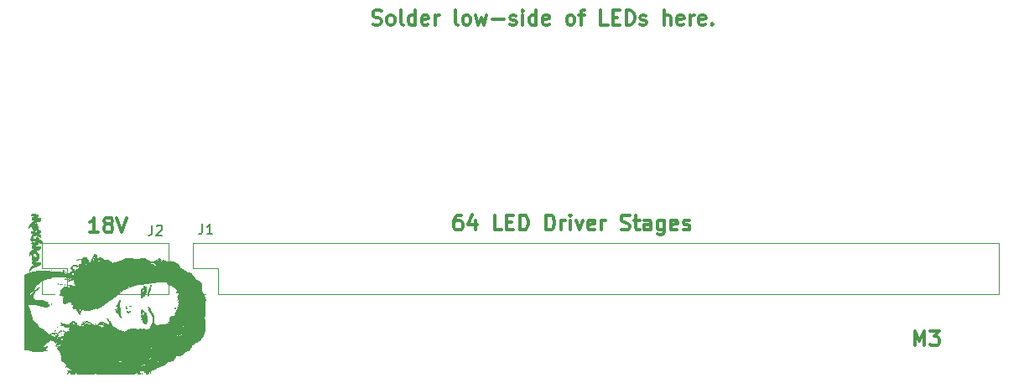
<source format=gbr>
G04 #@! TF.FileFunction,Legend,Top*
%FSLAX46Y46*%
G04 Gerber Fmt 4.6, Leading zero omitted, Abs format (unit mm)*
G04 Created by KiCad (PCBNEW 4.0.7-e2-6376~58~ubuntu17.04.1) date Tue Nov 28 13:42:15 2017*
%MOMM*%
%LPD*%
G01*
G04 APERTURE LIST*
%ADD10C,0.100000*%
%ADD11C,0.300000*%
%ADD12C,0.120000*%
%ADD13C,0.010000*%
%ADD14C,0.150000*%
G04 APERTURE END LIST*
D10*
D11*
X185856715Y-111930571D02*
X185856715Y-110430571D01*
X186356715Y-111502000D01*
X186856715Y-110430571D01*
X186856715Y-111930571D01*
X187428144Y-110430571D02*
X188356715Y-110430571D01*
X187856715Y-111002000D01*
X188071001Y-111002000D01*
X188213858Y-111073429D01*
X188285287Y-111144857D01*
X188356715Y-111287714D01*
X188356715Y-111644857D01*
X188285287Y-111787714D01*
X188213858Y-111859143D01*
X188071001Y-111930571D01*
X187642429Y-111930571D01*
X187499572Y-111859143D01*
X187428144Y-111787714D01*
X131157429Y-79474143D02*
X131371715Y-79545571D01*
X131728858Y-79545571D01*
X131871715Y-79474143D01*
X131943144Y-79402714D01*
X132014572Y-79259857D01*
X132014572Y-79117000D01*
X131943144Y-78974143D01*
X131871715Y-78902714D01*
X131728858Y-78831286D01*
X131443144Y-78759857D01*
X131300286Y-78688429D01*
X131228858Y-78617000D01*
X131157429Y-78474143D01*
X131157429Y-78331286D01*
X131228858Y-78188429D01*
X131300286Y-78117000D01*
X131443144Y-78045571D01*
X131800286Y-78045571D01*
X132014572Y-78117000D01*
X132871715Y-79545571D02*
X132728857Y-79474143D01*
X132657429Y-79402714D01*
X132586000Y-79259857D01*
X132586000Y-78831286D01*
X132657429Y-78688429D01*
X132728857Y-78617000D01*
X132871715Y-78545571D01*
X133086000Y-78545571D01*
X133228857Y-78617000D01*
X133300286Y-78688429D01*
X133371715Y-78831286D01*
X133371715Y-79259857D01*
X133300286Y-79402714D01*
X133228857Y-79474143D01*
X133086000Y-79545571D01*
X132871715Y-79545571D01*
X134228858Y-79545571D02*
X134086000Y-79474143D01*
X134014572Y-79331286D01*
X134014572Y-78045571D01*
X135443143Y-79545571D02*
X135443143Y-78045571D01*
X135443143Y-79474143D02*
X135300286Y-79545571D01*
X135014572Y-79545571D01*
X134871714Y-79474143D01*
X134800286Y-79402714D01*
X134728857Y-79259857D01*
X134728857Y-78831286D01*
X134800286Y-78688429D01*
X134871714Y-78617000D01*
X135014572Y-78545571D01*
X135300286Y-78545571D01*
X135443143Y-78617000D01*
X136728857Y-79474143D02*
X136586000Y-79545571D01*
X136300286Y-79545571D01*
X136157429Y-79474143D01*
X136086000Y-79331286D01*
X136086000Y-78759857D01*
X136157429Y-78617000D01*
X136300286Y-78545571D01*
X136586000Y-78545571D01*
X136728857Y-78617000D01*
X136800286Y-78759857D01*
X136800286Y-78902714D01*
X136086000Y-79045571D01*
X137443143Y-79545571D02*
X137443143Y-78545571D01*
X137443143Y-78831286D02*
X137514571Y-78688429D01*
X137586000Y-78617000D01*
X137728857Y-78545571D01*
X137871714Y-78545571D01*
X139728857Y-79545571D02*
X139585999Y-79474143D01*
X139514571Y-79331286D01*
X139514571Y-78045571D01*
X140514571Y-79545571D02*
X140371713Y-79474143D01*
X140300285Y-79402714D01*
X140228856Y-79259857D01*
X140228856Y-78831286D01*
X140300285Y-78688429D01*
X140371713Y-78617000D01*
X140514571Y-78545571D01*
X140728856Y-78545571D01*
X140871713Y-78617000D01*
X140943142Y-78688429D01*
X141014571Y-78831286D01*
X141014571Y-79259857D01*
X140943142Y-79402714D01*
X140871713Y-79474143D01*
X140728856Y-79545571D01*
X140514571Y-79545571D01*
X141514571Y-78545571D02*
X141800285Y-79545571D01*
X142085999Y-78831286D01*
X142371714Y-79545571D01*
X142657428Y-78545571D01*
X143228857Y-78974143D02*
X144371714Y-78974143D01*
X145014571Y-79474143D02*
X145157428Y-79545571D01*
X145443143Y-79545571D01*
X145586000Y-79474143D01*
X145657428Y-79331286D01*
X145657428Y-79259857D01*
X145586000Y-79117000D01*
X145443143Y-79045571D01*
X145228857Y-79045571D01*
X145086000Y-78974143D01*
X145014571Y-78831286D01*
X145014571Y-78759857D01*
X145086000Y-78617000D01*
X145228857Y-78545571D01*
X145443143Y-78545571D01*
X145586000Y-78617000D01*
X146300286Y-79545571D02*
X146300286Y-78545571D01*
X146300286Y-78045571D02*
X146228857Y-78117000D01*
X146300286Y-78188429D01*
X146371714Y-78117000D01*
X146300286Y-78045571D01*
X146300286Y-78188429D01*
X147657429Y-79545571D02*
X147657429Y-78045571D01*
X147657429Y-79474143D02*
X147514572Y-79545571D01*
X147228858Y-79545571D01*
X147086000Y-79474143D01*
X147014572Y-79402714D01*
X146943143Y-79259857D01*
X146943143Y-78831286D01*
X147014572Y-78688429D01*
X147086000Y-78617000D01*
X147228858Y-78545571D01*
X147514572Y-78545571D01*
X147657429Y-78617000D01*
X148943143Y-79474143D02*
X148800286Y-79545571D01*
X148514572Y-79545571D01*
X148371715Y-79474143D01*
X148300286Y-79331286D01*
X148300286Y-78759857D01*
X148371715Y-78617000D01*
X148514572Y-78545571D01*
X148800286Y-78545571D01*
X148943143Y-78617000D01*
X149014572Y-78759857D01*
X149014572Y-78902714D01*
X148300286Y-79045571D01*
X151014572Y-79545571D02*
X150871714Y-79474143D01*
X150800286Y-79402714D01*
X150728857Y-79259857D01*
X150728857Y-78831286D01*
X150800286Y-78688429D01*
X150871714Y-78617000D01*
X151014572Y-78545571D01*
X151228857Y-78545571D01*
X151371714Y-78617000D01*
X151443143Y-78688429D01*
X151514572Y-78831286D01*
X151514572Y-79259857D01*
X151443143Y-79402714D01*
X151371714Y-79474143D01*
X151228857Y-79545571D01*
X151014572Y-79545571D01*
X151943143Y-78545571D02*
X152514572Y-78545571D01*
X152157429Y-79545571D02*
X152157429Y-78259857D01*
X152228857Y-78117000D01*
X152371715Y-78045571D01*
X152514572Y-78045571D01*
X154871715Y-79545571D02*
X154157429Y-79545571D01*
X154157429Y-78045571D01*
X155371715Y-78759857D02*
X155871715Y-78759857D01*
X156086001Y-79545571D02*
X155371715Y-79545571D01*
X155371715Y-78045571D01*
X156086001Y-78045571D01*
X156728858Y-79545571D02*
X156728858Y-78045571D01*
X157086001Y-78045571D01*
X157300286Y-78117000D01*
X157443144Y-78259857D01*
X157514572Y-78402714D01*
X157586001Y-78688429D01*
X157586001Y-78902714D01*
X157514572Y-79188429D01*
X157443144Y-79331286D01*
X157300286Y-79474143D01*
X157086001Y-79545571D01*
X156728858Y-79545571D01*
X158157429Y-79474143D02*
X158300286Y-79545571D01*
X158586001Y-79545571D01*
X158728858Y-79474143D01*
X158800286Y-79331286D01*
X158800286Y-79259857D01*
X158728858Y-79117000D01*
X158586001Y-79045571D01*
X158371715Y-79045571D01*
X158228858Y-78974143D01*
X158157429Y-78831286D01*
X158157429Y-78759857D01*
X158228858Y-78617000D01*
X158371715Y-78545571D01*
X158586001Y-78545571D01*
X158728858Y-78617000D01*
X160586001Y-79545571D02*
X160586001Y-78045571D01*
X161228858Y-79545571D02*
X161228858Y-78759857D01*
X161157429Y-78617000D01*
X161014572Y-78545571D01*
X160800287Y-78545571D01*
X160657429Y-78617000D01*
X160586001Y-78688429D01*
X162514572Y-79474143D02*
X162371715Y-79545571D01*
X162086001Y-79545571D01*
X161943144Y-79474143D01*
X161871715Y-79331286D01*
X161871715Y-78759857D01*
X161943144Y-78617000D01*
X162086001Y-78545571D01*
X162371715Y-78545571D01*
X162514572Y-78617000D01*
X162586001Y-78759857D01*
X162586001Y-78902714D01*
X161871715Y-79045571D01*
X163228858Y-79545571D02*
X163228858Y-78545571D01*
X163228858Y-78831286D02*
X163300286Y-78688429D01*
X163371715Y-78617000D01*
X163514572Y-78545571D01*
X163657429Y-78545571D01*
X164728857Y-79474143D02*
X164586000Y-79545571D01*
X164300286Y-79545571D01*
X164157429Y-79474143D01*
X164086000Y-79331286D01*
X164086000Y-78759857D01*
X164157429Y-78617000D01*
X164300286Y-78545571D01*
X164586000Y-78545571D01*
X164728857Y-78617000D01*
X164800286Y-78759857D01*
X164800286Y-78902714D01*
X164086000Y-79045571D01*
X165443143Y-79402714D02*
X165514571Y-79474143D01*
X165443143Y-79545571D01*
X165371714Y-79474143D01*
X165443143Y-79402714D01*
X165443143Y-79545571D01*
X103465429Y-100500571D02*
X102608286Y-100500571D01*
X103036858Y-100500571D02*
X103036858Y-99000571D01*
X102894001Y-99214857D01*
X102751143Y-99357714D01*
X102608286Y-99429143D01*
X104322572Y-99643429D02*
X104179714Y-99572000D01*
X104108286Y-99500571D01*
X104036857Y-99357714D01*
X104036857Y-99286286D01*
X104108286Y-99143429D01*
X104179714Y-99072000D01*
X104322572Y-99000571D01*
X104608286Y-99000571D01*
X104751143Y-99072000D01*
X104822572Y-99143429D01*
X104894000Y-99286286D01*
X104894000Y-99357714D01*
X104822572Y-99500571D01*
X104751143Y-99572000D01*
X104608286Y-99643429D01*
X104322572Y-99643429D01*
X104179714Y-99714857D01*
X104108286Y-99786286D01*
X104036857Y-99929143D01*
X104036857Y-100214857D01*
X104108286Y-100357714D01*
X104179714Y-100429143D01*
X104322572Y-100500571D01*
X104608286Y-100500571D01*
X104751143Y-100429143D01*
X104822572Y-100357714D01*
X104894000Y-100214857D01*
X104894000Y-99929143D01*
X104822572Y-99786286D01*
X104751143Y-99714857D01*
X104608286Y-99643429D01*
X105322571Y-99000571D02*
X105822571Y-100500571D01*
X106322571Y-99000571D01*
X140078430Y-98746571D02*
X139792716Y-98746571D01*
X139649859Y-98818000D01*
X139578430Y-98889429D01*
X139435573Y-99103714D01*
X139364144Y-99389429D01*
X139364144Y-99960857D01*
X139435573Y-100103714D01*
X139507001Y-100175143D01*
X139649859Y-100246571D01*
X139935573Y-100246571D01*
X140078430Y-100175143D01*
X140149859Y-100103714D01*
X140221287Y-99960857D01*
X140221287Y-99603714D01*
X140149859Y-99460857D01*
X140078430Y-99389429D01*
X139935573Y-99318000D01*
X139649859Y-99318000D01*
X139507001Y-99389429D01*
X139435573Y-99460857D01*
X139364144Y-99603714D01*
X141507001Y-99246571D02*
X141507001Y-100246571D01*
X141149858Y-98675143D02*
X140792715Y-99746571D01*
X141721287Y-99746571D01*
X144149858Y-100246571D02*
X143435572Y-100246571D01*
X143435572Y-98746571D01*
X144649858Y-99460857D02*
X145149858Y-99460857D01*
X145364144Y-100246571D02*
X144649858Y-100246571D01*
X144649858Y-98746571D01*
X145364144Y-98746571D01*
X146007001Y-100246571D02*
X146007001Y-98746571D01*
X146364144Y-98746571D01*
X146578429Y-98818000D01*
X146721287Y-98960857D01*
X146792715Y-99103714D01*
X146864144Y-99389429D01*
X146864144Y-99603714D01*
X146792715Y-99889429D01*
X146721287Y-100032286D01*
X146578429Y-100175143D01*
X146364144Y-100246571D01*
X146007001Y-100246571D01*
X148649858Y-100246571D02*
X148649858Y-98746571D01*
X149007001Y-98746571D01*
X149221286Y-98818000D01*
X149364144Y-98960857D01*
X149435572Y-99103714D01*
X149507001Y-99389429D01*
X149507001Y-99603714D01*
X149435572Y-99889429D01*
X149364144Y-100032286D01*
X149221286Y-100175143D01*
X149007001Y-100246571D01*
X148649858Y-100246571D01*
X150149858Y-100246571D02*
X150149858Y-99246571D01*
X150149858Y-99532286D02*
X150221286Y-99389429D01*
X150292715Y-99318000D01*
X150435572Y-99246571D01*
X150578429Y-99246571D01*
X151078429Y-100246571D02*
X151078429Y-99246571D01*
X151078429Y-98746571D02*
X151007000Y-98818000D01*
X151078429Y-98889429D01*
X151149857Y-98818000D01*
X151078429Y-98746571D01*
X151078429Y-98889429D01*
X151649858Y-99246571D02*
X152007001Y-100246571D01*
X152364143Y-99246571D01*
X153507000Y-100175143D02*
X153364143Y-100246571D01*
X153078429Y-100246571D01*
X152935572Y-100175143D01*
X152864143Y-100032286D01*
X152864143Y-99460857D01*
X152935572Y-99318000D01*
X153078429Y-99246571D01*
X153364143Y-99246571D01*
X153507000Y-99318000D01*
X153578429Y-99460857D01*
X153578429Y-99603714D01*
X152864143Y-99746571D01*
X154221286Y-100246571D02*
X154221286Y-99246571D01*
X154221286Y-99532286D02*
X154292714Y-99389429D01*
X154364143Y-99318000D01*
X154507000Y-99246571D01*
X154649857Y-99246571D01*
X156221285Y-100175143D02*
X156435571Y-100246571D01*
X156792714Y-100246571D01*
X156935571Y-100175143D01*
X157007000Y-100103714D01*
X157078428Y-99960857D01*
X157078428Y-99818000D01*
X157007000Y-99675143D01*
X156935571Y-99603714D01*
X156792714Y-99532286D01*
X156507000Y-99460857D01*
X156364142Y-99389429D01*
X156292714Y-99318000D01*
X156221285Y-99175143D01*
X156221285Y-99032286D01*
X156292714Y-98889429D01*
X156364142Y-98818000D01*
X156507000Y-98746571D01*
X156864142Y-98746571D01*
X157078428Y-98818000D01*
X157506999Y-99246571D02*
X158078428Y-99246571D01*
X157721285Y-98746571D02*
X157721285Y-100032286D01*
X157792713Y-100175143D01*
X157935571Y-100246571D01*
X158078428Y-100246571D01*
X159221285Y-100246571D02*
X159221285Y-99460857D01*
X159149856Y-99318000D01*
X159006999Y-99246571D01*
X158721285Y-99246571D01*
X158578428Y-99318000D01*
X159221285Y-100175143D02*
X159078428Y-100246571D01*
X158721285Y-100246571D01*
X158578428Y-100175143D01*
X158506999Y-100032286D01*
X158506999Y-99889429D01*
X158578428Y-99746571D01*
X158721285Y-99675143D01*
X159078428Y-99675143D01*
X159221285Y-99603714D01*
X160578428Y-99246571D02*
X160578428Y-100460857D01*
X160506999Y-100603714D01*
X160435571Y-100675143D01*
X160292714Y-100746571D01*
X160078428Y-100746571D01*
X159935571Y-100675143D01*
X160578428Y-100175143D02*
X160435571Y-100246571D01*
X160149857Y-100246571D01*
X160006999Y-100175143D01*
X159935571Y-100103714D01*
X159864142Y-99960857D01*
X159864142Y-99532286D01*
X159935571Y-99389429D01*
X160006999Y-99318000D01*
X160149857Y-99246571D01*
X160435571Y-99246571D01*
X160578428Y-99318000D01*
X161864142Y-100175143D02*
X161721285Y-100246571D01*
X161435571Y-100246571D01*
X161292714Y-100175143D01*
X161221285Y-100032286D01*
X161221285Y-99460857D01*
X161292714Y-99318000D01*
X161435571Y-99246571D01*
X161721285Y-99246571D01*
X161864142Y-99318000D01*
X161935571Y-99460857D01*
X161935571Y-99603714D01*
X161221285Y-99746571D01*
X162506999Y-100175143D02*
X162649856Y-100246571D01*
X162935571Y-100246571D01*
X163078428Y-100175143D01*
X163149856Y-100032286D01*
X163149856Y-99960857D01*
X163078428Y-99818000D01*
X162935571Y-99746571D01*
X162721285Y-99746571D01*
X162578428Y-99675143D01*
X162506999Y-99532286D01*
X162506999Y-99460857D01*
X162578428Y-99318000D01*
X162721285Y-99246571D01*
X162935571Y-99246571D01*
X163078428Y-99318000D01*
D12*
X194370000Y-106740000D02*
X194370000Y-101540000D01*
X115570000Y-106740000D02*
X194370000Y-106740000D01*
X112970000Y-101540000D02*
X194370000Y-101540000D01*
X115570000Y-106740000D02*
X115570000Y-104140000D01*
X115570000Y-104140000D02*
X112970000Y-104140000D01*
X112970000Y-104140000D02*
X112970000Y-101540000D01*
X114300000Y-106740000D02*
X112970000Y-106740000D01*
X112970000Y-106740000D02*
X112970000Y-105410000D01*
X110550000Y-106740000D02*
X110550000Y-101540000D01*
X100330000Y-106740000D02*
X110550000Y-106740000D01*
X97730000Y-101540000D02*
X110550000Y-101540000D01*
X100330000Y-106740000D02*
X100330000Y-104140000D01*
X100330000Y-104140000D02*
X97730000Y-104140000D01*
X97730000Y-104140000D02*
X97730000Y-101540000D01*
X99060000Y-106740000D02*
X97730000Y-106740000D01*
X97730000Y-106740000D02*
X97730000Y-105410000D01*
D13*
G36*
X114222194Y-107273969D02*
X114180365Y-107443789D01*
X114152395Y-107572656D01*
X114137235Y-107668181D01*
X114133833Y-107737973D01*
X114141139Y-107789643D01*
X114148164Y-107810300D01*
X114161528Y-107869171D01*
X114172058Y-107967022D01*
X114179703Y-108093459D01*
X114184410Y-108238093D01*
X114186127Y-108390531D01*
X114184803Y-108540383D01*
X114180385Y-108677257D01*
X114172821Y-108790763D01*
X114162059Y-108870508D01*
X114153620Y-108898724D01*
X114134195Y-108974350D01*
X114128047Y-109083724D01*
X114134647Y-109211703D01*
X114153464Y-109343148D01*
X114171976Y-109423200D01*
X114185821Y-109506973D01*
X114193779Y-109627037D01*
X114196270Y-109771449D01*
X114193714Y-109928265D01*
X114186531Y-110085542D01*
X114175143Y-110231337D01*
X114159969Y-110353705D01*
X114141430Y-110440704D01*
X114135581Y-110457375D01*
X114111622Y-110529016D01*
X114102369Y-110583988D01*
X114103982Y-110597075D01*
X114098668Y-110635140D01*
X114072703Y-110700887D01*
X114039763Y-110765256D01*
X113997434Y-110849981D01*
X113967523Y-110927565D01*
X113958219Y-110968544D01*
X113934091Y-111066441D01*
X113874718Y-111163512D01*
X113776036Y-111264545D01*
X113633981Y-111374328D01*
X113585922Y-111407260D01*
X113487344Y-111469091D01*
X113385132Y-111526182D01*
X113291727Y-111572264D01*
X113219568Y-111601071D01*
X113188291Y-111607600D01*
X113157108Y-111624454D01*
X113102474Y-111668756D01*
X113035915Y-111731115D01*
X113032420Y-111734600D01*
X112954904Y-111806573D01*
X112895310Y-111846109D01*
X112840631Y-111861066D01*
X112821660Y-111861946D01*
X112735456Y-111867102D01*
X112672793Y-111879844D01*
X112643129Y-111897262D01*
X112651879Y-111914178D01*
X112662223Y-111935011D01*
X112626459Y-111960558D01*
X112615926Y-111965531D01*
X112566464Y-111995935D01*
X112548419Y-112021849D01*
X112564752Y-112033060D01*
X112598200Y-112026700D01*
X112640652Y-112020989D01*
X112646980Y-112036580D01*
X112621217Y-112063654D01*
X112571986Y-112090537D01*
X112522988Y-112114969D01*
X112505384Y-112132367D01*
X112506090Y-112133555D01*
X112509300Y-112133170D01*
X112509300Y-112293400D01*
X112496600Y-112306100D01*
X112509300Y-112318800D01*
X112522000Y-112306100D01*
X112509300Y-112293400D01*
X112509300Y-112133170D01*
X112533414Y-112130272D01*
X112590439Y-112109433D01*
X112627554Y-112092964D01*
X112683537Y-112063509D01*
X112706829Y-112044346D01*
X112701071Y-112040327D01*
X112678837Y-112031779D01*
X112694857Y-112013144D01*
X112739600Y-111991568D01*
X112783723Y-111978350D01*
X112854946Y-111961542D01*
X112796423Y-112044921D01*
X112754773Y-112099927D01*
X112723658Y-112133478D01*
X112718692Y-112136819D01*
X112709653Y-112161094D01*
X112711572Y-112164897D01*
X112703277Y-112193461D01*
X112668983Y-112245747D01*
X112636518Y-112286261D01*
X112544007Y-112370343D01*
X112422034Y-112434939D01*
X112389638Y-112447614D01*
X112253410Y-112513048D01*
X112134348Y-112606213D01*
X112102900Y-112637237D01*
X111972243Y-112748326D01*
X111848900Y-112813325D01*
X111771224Y-112843675D01*
X111711783Y-112870855D01*
X111692621Y-112882229D01*
X111661858Y-112889087D01*
X111654321Y-112878061D01*
X111621742Y-112850245D01*
X111560542Y-112835898D01*
X111491451Y-112836436D01*
X111435198Y-112853273D01*
X111423335Y-112862293D01*
X111361343Y-112892394D01*
X111258374Y-112902997D01*
X111256532Y-112903000D01*
X111164586Y-112910356D01*
X111120000Y-112932645D01*
X111116768Y-112938616D01*
X111114030Y-112980547D01*
X111150904Y-113000930D01*
X111202092Y-113004600D01*
X111238110Y-113006123D01*
X111248517Y-113016235D01*
X111230142Y-113043248D01*
X111179813Y-113095478D01*
X111159758Y-113115557D01*
X111100669Y-113181951D01*
X111060250Y-113241324D01*
X111048362Y-113274307D01*
X111031089Y-113316057D01*
X110989694Y-113360687D01*
X110938796Y-113397387D01*
X110893015Y-113415348D01*
X110868641Y-113407182D01*
X110835703Y-113392053D01*
X110822626Y-113396800D01*
X110806584Y-113429426D01*
X110811011Y-113442079D01*
X110812244Y-113457579D01*
X110798725Y-113451525D01*
X110772432Y-113446752D01*
X110769400Y-113453950D01*
X110747781Y-113471451D01*
X110712250Y-113478291D01*
X110648397Y-113486313D01*
X110617000Y-113493263D01*
X110567948Y-113505537D01*
X110495910Y-113521452D01*
X110481289Y-113524491D01*
X110389809Y-113561747D01*
X110339706Y-113616843D01*
X110289642Y-113678056D01*
X110220390Y-113739551D01*
X110202452Y-113752451D01*
X110123846Y-113806878D01*
X110048380Y-113860768D01*
X110035594Y-113870150D01*
X109964589Y-113908246D01*
X109873298Y-113939543D01*
X109838661Y-113947357D01*
X109761340Y-113967295D01*
X109704595Y-113992111D01*
X109689900Y-114004255D01*
X109657340Y-114034776D01*
X109644938Y-114039439D01*
X109508733Y-114066043D01*
X109351262Y-114132643D01*
X109246434Y-114191501D01*
X109158965Y-114245719D01*
X109089093Y-114291526D01*
X109047667Y-114321704D01*
X109041418Y-114327893D01*
X109007663Y-114345262D01*
X108977918Y-114348920D01*
X108908898Y-114354028D01*
X108822663Y-114366453D01*
X108733224Y-114383310D01*
X108654592Y-114401716D01*
X108600779Y-114418785D01*
X108585000Y-114429801D01*
X108602334Y-114452122D01*
X108605546Y-114452400D01*
X108640135Y-114467221D01*
X108663000Y-114484150D01*
X108689631Y-114508492D01*
X108691724Y-114512252D01*
X108664742Y-114516167D01*
X108604105Y-114530124D01*
X108551720Y-114543536D01*
X108468718Y-114560925D01*
X108400614Y-114567189D01*
X108375450Y-114564522D01*
X108339333Y-114566979D01*
X108331000Y-114599688D01*
X108340426Y-114632618D01*
X108377614Y-114645321D01*
X108423898Y-114645850D01*
X108490666Y-114651905D01*
X108526312Y-114671784D01*
X108527614Y-114674650D01*
X108517786Y-114702486D01*
X108501327Y-114706400D01*
X108454891Y-114724408D01*
X108432601Y-114744500D01*
X108386417Y-114771191D01*
X108319005Y-114782594D01*
X108317568Y-114782600D01*
X108261542Y-114778330D01*
X108243589Y-114758680D01*
X108248147Y-114725450D01*
X108267270Y-114669013D01*
X108281322Y-114642900D01*
X108282363Y-114606740D01*
X108269207Y-114588722D01*
X108237626Y-114576696D01*
X108208039Y-114607772D01*
X108169471Y-114650151D01*
X108138457Y-114642308D01*
X108117451Y-114592421D01*
X108083965Y-114529468D01*
X108044722Y-114491978D01*
X107985738Y-114464501D01*
X107895811Y-114434350D01*
X107793134Y-114406338D01*
X107695898Y-114385276D01*
X107622298Y-114375975D01*
X107607100Y-114376235D01*
X107543069Y-114381606D01*
X107516084Y-114383823D01*
X107480902Y-114404127D01*
X107475867Y-114420835D01*
X107492541Y-114442408D01*
X107516084Y-114437121D01*
X107577577Y-114420203D01*
X107598886Y-114417885D01*
X107607100Y-114414350D01*
X107607100Y-114427000D01*
X107594400Y-114439700D01*
X107607100Y-114452400D01*
X107619800Y-114439700D01*
X107607100Y-114427000D01*
X107607100Y-114414350D01*
X107627901Y-114405395D01*
X107626711Y-114392232D01*
X107629209Y-114381042D01*
X107643186Y-114387655D01*
X107655630Y-114412390D01*
X107629396Y-114454410D01*
X107617283Y-114467779D01*
X107567305Y-114516371D01*
X107546006Y-114524526D01*
X107551957Y-114492720D01*
X107553292Y-114489180D01*
X107555960Y-114462404D01*
X107546376Y-114463384D01*
X107520605Y-114498798D01*
X107508543Y-114549320D01*
X107515402Y-114588638D01*
X107520585Y-114593573D01*
X107538755Y-114625844D01*
X107542790Y-114675324D01*
X107533359Y-114718217D01*
X107516701Y-114731800D01*
X107502241Y-114747671D01*
X107507010Y-114759641D01*
X107503702Y-114779021D01*
X107476759Y-114778242D01*
X107441771Y-114755437D01*
X107428070Y-114697835D01*
X107427355Y-114680550D01*
X107424210Y-114590102D01*
X107418587Y-114543364D01*
X107408645Y-114533249D01*
X107393651Y-114550904D01*
X107360162Y-114572331D01*
X107342826Y-114568199D01*
X107324668Y-114538874D01*
X107327655Y-114528673D01*
X107320590Y-114505937D01*
X107284046Y-114489491D01*
X107239342Y-114485235D01*
X107210249Y-114496191D01*
X107186066Y-114539331D01*
X107176924Y-114570968D01*
X107177731Y-114607061D01*
X107208978Y-114614775D01*
X107234669Y-114611591D01*
X107275928Y-114606260D01*
X107279861Y-114613412D01*
X107244355Y-114639617D01*
X107220516Y-114655647D01*
X107156089Y-114688533D01*
X107101429Y-114699813D01*
X107093516Y-114698656D01*
X107070199Y-114689443D01*
X107095201Y-114684606D01*
X107106452Y-114683946D01*
X107145473Y-114676591D01*
X107140173Y-114655289D01*
X107133174Y-114647354D01*
X107102589Y-114627790D01*
X107059817Y-114635925D01*
X107026126Y-114651433D01*
X106966749Y-114673519D01*
X106905499Y-114673906D01*
X106836569Y-114658683D01*
X106748332Y-114642194D01*
X106700103Y-114651227D01*
X106696659Y-114654181D01*
X106682714Y-114686762D01*
X106717061Y-114708993D01*
X106800380Y-114721201D01*
X106840818Y-114723153D01*
X106934261Y-114726153D01*
X107019526Y-114728963D01*
X107048300Y-114729941D01*
X107096218Y-114735134D01*
X107098502Y-114748079D01*
X107086400Y-114757106D01*
X107052816Y-114763260D01*
X106977111Y-114768488D01*
X106866015Y-114772795D01*
X106726258Y-114776186D01*
X106564571Y-114778665D01*
X106387684Y-114780239D01*
X106202327Y-114780911D01*
X106015230Y-114780687D01*
X105833123Y-114779572D01*
X105662736Y-114777570D01*
X105510801Y-114774686D01*
X105384046Y-114770926D01*
X105289202Y-114766294D01*
X105232999Y-114760796D01*
X105220403Y-114755739D01*
X105214072Y-114734990D01*
X105197099Y-114731800D01*
X105153214Y-114746703D01*
X105143301Y-114757200D01*
X105113276Y-114769311D01*
X105050655Y-114777568D01*
X104970713Y-114781763D01*
X104888728Y-114781686D01*
X104819977Y-114777128D01*
X104779738Y-114767882D01*
X104775000Y-114762233D01*
X104752636Y-114748125D01*
X104697661Y-114739846D01*
X104686156Y-114739349D01*
X104631702Y-114743268D01*
X104610336Y-114756155D01*
X104611455Y-114759715D01*
X104604503Y-114779574D01*
X104587499Y-114782600D01*
X104543614Y-114767696D01*
X104533700Y-114757200D01*
X104497978Y-114736078D01*
X104467202Y-114731800D01*
X104433035Y-114741820D01*
X104432100Y-114757200D01*
X104413223Y-114766451D01*
X104344567Y-114773660D01*
X104227113Y-114778781D01*
X104061842Y-114781770D01*
X103880451Y-114782600D01*
X103692097Y-114782162D01*
X103547752Y-114780543D01*
X103440633Y-114777277D01*
X103363952Y-114771904D01*
X103310926Y-114763960D01*
X103274768Y-114752981D01*
X103250302Y-114739622D01*
X103198781Y-114699817D01*
X103169226Y-114669772D01*
X103136814Y-114657921D01*
X103099720Y-114674650D01*
X103052164Y-114699394D01*
X103029095Y-114706011D01*
X103029135Y-114695276D01*
X103044882Y-114683341D01*
X103062583Y-114661963D01*
X103037178Y-114638380D01*
X103025102Y-114631646D01*
X102985986Y-114615228D01*
X102977031Y-114633771D01*
X102981813Y-114666596D01*
X102996673Y-114725759D01*
X103009442Y-114756781D01*
X102990160Y-114764869D01*
X102921219Y-114771434D01*
X102802388Y-114776480D01*
X102633437Y-114780016D01*
X102414135Y-114782048D01*
X102185216Y-114782600D01*
X101345033Y-114782600D01*
X101360275Y-114721870D01*
X101360056Y-114675497D01*
X101342671Y-114640349D01*
X101318933Y-114629322D01*
X101300933Y-114651102D01*
X101270387Y-114677907D01*
X101252266Y-114681000D01*
X101225342Y-114664633D01*
X101228186Y-114642900D01*
X101236229Y-114616048D01*
X101226147Y-114607764D01*
X101188129Y-114618293D01*
X101117915Y-114645657D01*
X101049807Y-114679414D01*
X101017360Y-114709284D01*
X101025159Y-114729488D01*
X101047550Y-114734331D01*
X101070163Y-114740108D01*
X101052351Y-114748919D01*
X101004265Y-114759041D01*
X100936057Y-114768751D01*
X100857879Y-114776325D01*
X100779883Y-114780041D01*
X100778133Y-114780068D01*
X100686236Y-114779869D01*
X100635656Y-114774411D01*
X100616998Y-114761448D01*
X100619491Y-114742140D01*
X100637785Y-114686000D01*
X100651219Y-114637127D01*
X100657962Y-114593383D01*
X100638730Y-114579529D01*
X100587611Y-114584288D01*
X100532373Y-114585577D01*
X100506676Y-114574029D01*
X100519259Y-114556062D01*
X100538299Y-114548067D01*
X100554866Y-114533087D01*
X100539749Y-114519947D01*
X100505952Y-114525940D01*
X100452382Y-114562862D01*
X100420350Y-114592343D01*
X100369523Y-114639272D01*
X100336749Y-114662047D01*
X100330000Y-114660343D01*
X100351095Y-114613551D01*
X100405761Y-114556356D01*
X100481074Y-114498818D01*
X100564108Y-114450994D01*
X100632125Y-114425230D01*
X100701040Y-114403390D01*
X100741457Y-114382304D01*
X100746334Y-114371723D01*
X100752875Y-114352416D01*
X100763412Y-114350800D01*
X100779700Y-114341149D01*
X100761800Y-114312700D01*
X100714379Y-114284518D01*
X100657090Y-114274600D01*
X100599384Y-114264608D01*
X100586994Y-114239084D01*
X100622528Y-114204705D01*
X100628450Y-114201244D01*
X100657578Y-114174698D01*
X100641664Y-114144615D01*
X100607789Y-114126333D01*
X100560100Y-114140267D01*
X100546832Y-114147101D01*
X100481167Y-114167822D01*
X100425669Y-114153387D01*
X100390223Y-114132933D01*
X100400062Y-114124795D01*
X100412550Y-114123919D01*
X100450113Y-114113438D01*
X100456612Y-114103150D01*
X100437523Y-114057244D01*
X100379149Y-114028871D01*
X100281369Y-114015778D01*
X100144947Y-114007900D01*
X100218424Y-113927613D01*
X100265644Y-113870450D01*
X100295076Y-113824383D01*
X100301879Y-113798894D01*
X100282122Y-113802894D01*
X100236267Y-113808334D01*
X100195789Y-113783449D01*
X100183501Y-113744659D01*
X100171044Y-113708661D01*
X100152200Y-113701925D01*
X100091660Y-113686655D01*
X100035072Y-113652894D01*
X100002131Y-113613542D01*
X99999800Y-113602105D01*
X99977906Y-113555286D01*
X99913610Y-113534008D01*
X99858284Y-113533726D01*
X99794896Y-113530194D01*
X99752674Y-113504601D01*
X99728043Y-113449639D01*
X99717429Y-113358001D01*
X99716784Y-113244432D01*
X99715861Y-113120523D01*
X99706144Y-113031527D01*
X99685417Y-112961987D01*
X99672224Y-112933543D01*
X99637825Y-112846928D01*
X99610674Y-112745733D01*
X99605127Y-112714861D01*
X99584522Y-112631388D01*
X99553869Y-112563265D01*
X99539208Y-112544007D01*
X99502945Y-112491719D01*
X99491968Y-112452150D01*
X99499845Y-112433969D01*
X99525208Y-112458909D01*
X99542600Y-112483900D01*
X99577466Y-112528214D01*
X99592539Y-112525899D01*
X99593233Y-112517727D01*
X99602536Y-112454953D01*
X99608489Y-112436033D01*
X99609753Y-112410924D01*
X99579398Y-112404107D01*
X99532289Y-112408400D01*
X99470830Y-112409968D01*
X99441682Y-112397574D01*
X99441000Y-112394299D01*
X99420494Y-112365403D01*
X99382367Y-112341795D01*
X99334378Y-112303742D01*
X99298410Y-112247899D01*
X99281947Y-112191342D01*
X99292472Y-112151148D01*
X99297165Y-112147372D01*
X99332899Y-112110722D01*
X99354947Y-112077500D01*
X99368354Y-112037770D01*
X99345155Y-112011091D01*
X99316847Y-111997012D01*
X99250500Y-111967325D01*
X99339400Y-111963005D01*
X99467963Y-111960580D01*
X99580997Y-111965536D01*
X99666845Y-111976910D01*
X99713849Y-111993742D01*
X99714050Y-111993907D01*
X99741237Y-112006261D01*
X99745800Y-111991782D01*
X99724776Y-111963679D01*
X99673175Y-111931790D01*
X99663250Y-111927244D01*
X99614101Y-111903486D01*
X99609216Y-111892303D01*
X99636351Y-111889071D01*
X99687484Y-111897746D01*
X99707700Y-111912400D01*
X99748420Y-111936139D01*
X99783900Y-111926679D01*
X99783900Y-113284000D01*
X99771200Y-113296700D01*
X99783900Y-113309400D01*
X99796600Y-113296700D01*
X99783900Y-113284000D01*
X99783900Y-111926679D01*
X99808529Y-111920112D01*
X99822000Y-111912011D01*
X99847330Y-111888101D01*
X99827083Y-111865376D01*
X99822000Y-111861988D01*
X99767580Y-111842351D01*
X99717987Y-111836588D01*
X99650482Y-111817795D01*
X99606100Y-111785400D01*
X99544308Y-111741032D01*
X99486978Y-111745051D01*
X99447338Y-111784690D01*
X99409674Y-111818521D01*
X99380298Y-111821058D01*
X99339123Y-111823761D01*
X99327771Y-111834468D01*
X99293522Y-111851800D01*
X99230717Y-111859605D01*
X99217251Y-111859594D01*
X99165422Y-111855467D01*
X99150589Y-111847618D01*
X99155250Y-111844778D01*
X99184765Y-111811196D01*
X99187000Y-111797694D01*
X99208551Y-111762499D01*
X99259310Y-111743395D01*
X99275900Y-111744622D01*
X99275900Y-111760000D01*
X99263200Y-111772700D01*
X99275900Y-111785400D01*
X99288600Y-111772700D01*
X99275900Y-111760000D01*
X99275900Y-111744622D01*
X99318434Y-111747771D01*
X99323122Y-111749441D01*
X99358026Y-111751091D01*
X99360848Y-111725965D01*
X99330807Y-111687298D01*
X99326980Y-111684032D01*
X99300702Y-111650120D01*
X99300463Y-111634355D01*
X99292080Y-111617072D01*
X99281133Y-111615381D01*
X99245141Y-111604769D01*
X99176472Y-111577163D01*
X99088089Y-111537873D01*
X99060000Y-111524759D01*
X98949974Y-111475256D01*
X98837922Y-111428786D01*
X98746486Y-111394701D01*
X98739501Y-111392384D01*
X98609501Y-111349944D01*
X98460101Y-111445044D01*
X98398073Y-111485966D01*
X98338747Y-111529101D01*
X98275263Y-111580397D01*
X98200759Y-111645803D01*
X98108375Y-111731269D01*
X97991248Y-111842743D01*
X97899134Y-111931450D01*
X97822803Y-112006389D01*
X97779771Y-112053308D01*
X97765986Y-112078618D01*
X97777396Y-112088730D01*
X97798812Y-112090200D01*
X97875397Y-112080992D01*
X97921697Y-112068159D01*
X97970785Y-112055313D01*
X98040483Y-112043577D01*
X98119011Y-112033958D01*
X98194588Y-112027464D01*
X98255433Y-112025104D01*
X98289767Y-112027886D01*
X98285807Y-112036817D01*
X98285300Y-112037046D01*
X98218672Y-112079839D01*
X98155272Y-112141420D01*
X98106512Y-112207846D01*
X98083805Y-112265173D01*
X98084546Y-112282328D01*
X98125567Y-112345337D01*
X98206542Y-112395443D01*
X98285300Y-112419828D01*
X98292720Y-112426009D01*
X98256173Y-112430843D01*
X98182484Y-112433834D01*
X98082100Y-112434511D01*
X97884167Y-112439868D01*
X97727373Y-112458697D01*
X97650300Y-112476614D01*
X97464122Y-112510653D01*
X97244739Y-112518120D01*
X97001943Y-112499503D01*
X96745524Y-112455288D01*
X96621600Y-112425412D01*
X96500571Y-112395341D01*
X96358169Y-112362652D01*
X96222989Y-112333882D01*
X96208850Y-112331051D01*
X95986600Y-112286923D01*
X95986600Y-104755892D01*
X96158050Y-104666620D01*
X96334720Y-104590098D01*
X96551856Y-104521116D01*
X96799462Y-104461387D01*
X97067541Y-104412627D01*
X97219156Y-104392991D01*
X97219156Y-105597167D01*
X97168160Y-105613694D01*
X97122155Y-105639677D01*
X97104200Y-105663371D01*
X97124159Y-105687020D01*
X97135950Y-105688592D01*
X97176652Y-105675539D01*
X97220609Y-105647044D01*
X97250191Y-105616567D01*
X97251919Y-105600051D01*
X97219156Y-105597167D01*
X97219156Y-104392991D01*
X97346093Y-104376551D01*
X97625122Y-104354873D01*
X97713800Y-104353043D01*
X97713800Y-105206800D01*
X97692893Y-105216093D01*
X97696867Y-105223733D01*
X97727011Y-105226773D01*
X97730734Y-105223733D01*
X97727247Y-105208633D01*
X97713800Y-105206800D01*
X97713800Y-104353043D01*
X97894630Y-104349310D01*
X97993200Y-104351807D01*
X98151889Y-104358464D01*
X98272242Y-104364881D01*
X98366700Y-104372337D01*
X98447705Y-104382108D01*
X98527698Y-104395469D01*
X98619120Y-104413697D01*
X98640900Y-104418256D01*
X98709563Y-104428258D01*
X98817202Y-104438640D01*
X98952012Y-104448497D01*
X99102185Y-104456923D01*
X99199700Y-104461101D01*
X99239300Y-104462881D01*
X99239300Y-104927400D01*
X99197207Y-104937071D01*
X99187000Y-104951088D01*
X99164831Y-104980420D01*
X99106598Y-104992970D01*
X99024715Y-104987144D01*
X98981284Y-104977522D01*
X98907919Y-104962121D01*
X98858174Y-104967850D01*
X98808585Y-104997229D01*
X98677546Y-105066595D01*
X98529727Y-105102480D01*
X98478360Y-105105448D01*
X98403333Y-105116591D01*
X98309515Y-105144909D01*
X98251028Y-105168948D01*
X98164165Y-105203984D01*
X98084970Y-105226953D01*
X98046333Y-105232200D01*
X97974680Y-105246020D01*
X97928205Y-105269492D01*
X97869632Y-105295019D01*
X97792737Y-105307403D01*
X97784943Y-105307592D01*
X97713943Y-105317242D01*
X97660362Y-105353093D01*
X97625802Y-105393860D01*
X97564866Y-105460904D01*
X97479242Y-105539333D01*
X97382819Y-105618003D01*
X97289485Y-105685770D01*
X97213130Y-105731492D01*
X97195056Y-105739456D01*
X97140119Y-105773416D01*
X97112904Y-105809668D01*
X97095478Y-105851776D01*
X97061877Y-105926518D01*
X97018042Y-106020797D01*
X96996429Y-106066384D01*
X96909041Y-106232190D01*
X96822623Y-106357202D01*
X96729859Y-106450746D01*
X96651574Y-106505951D01*
X96548010Y-106574868D01*
X96484514Y-106636046D01*
X96453652Y-106699747D01*
X96447988Y-106776229D01*
X96448597Y-106786040D01*
X96456500Y-106895900D01*
X96786700Y-106572954D01*
X96918017Y-106445046D01*
X97020294Y-106347185D01*
X97100438Y-106273521D01*
X97165353Y-106218203D01*
X97221944Y-106175380D01*
X97277117Y-106139203D01*
X97337777Y-106103821D01*
X97345500Y-106099491D01*
X97391838Y-106074537D01*
X97409978Y-106069033D01*
X97397546Y-106086986D01*
X97352169Y-106132400D01*
X97291920Y-106189896D01*
X97132702Y-106352289D01*
X97012045Y-106502738D01*
X96922610Y-106651069D01*
X96883239Y-106737340D01*
X96835170Y-106858093D01*
X96806046Y-106942149D01*
X96793898Y-106999106D01*
X96796756Y-107038562D01*
X96812651Y-107070116D01*
X96814445Y-107072611D01*
X96835217Y-107120453D01*
X96832615Y-107147291D01*
X96828444Y-107163321D01*
X96834892Y-107159019D01*
X96862808Y-107164428D01*
X96911516Y-107197253D01*
X96933525Y-107216169D01*
X97020109Y-107274032D01*
X97103511Y-107289756D01*
X97185179Y-107299557D01*
X97256354Y-107322927D01*
X97256727Y-107323121D01*
X97331378Y-107342973D01*
X97452726Y-107348560D01*
X97526978Y-107346261D01*
X97651920Y-107344108D01*
X97727390Y-107352223D01*
X97751540Y-107365216D01*
X97776565Y-107375084D01*
X97805139Y-107348269D01*
X97834981Y-107316716D01*
X97858548Y-107326334D01*
X97875351Y-107346750D01*
X97909550Y-107382175D01*
X97926655Y-107391200D01*
X97956276Y-107403678D01*
X98012484Y-107435359D01*
X98046101Y-107456026D01*
X98118826Y-107493430D01*
X98183265Y-107512632D01*
X98203315Y-107513176D01*
X98242006Y-107516508D01*
X98258637Y-107550138D01*
X98262169Y-107586513D01*
X98290494Y-107675644D01*
X98358231Y-107764313D01*
X98410012Y-107821987D01*
X98443375Y-107864979D01*
X98450180Y-107878650D01*
X98436343Y-107902948D01*
X98389880Y-107927844D01*
X98304303Y-107956152D01*
X98217838Y-107979459D01*
X98147751Y-107996955D01*
X98091364Y-108007489D01*
X98038352Y-108009793D01*
X97978390Y-108002599D01*
X97901154Y-107984640D01*
X97796319Y-107954648D01*
X97653560Y-107911354D01*
X97647083Y-107909379D01*
X97499924Y-107868324D01*
X97333515Y-107828111D01*
X97160173Y-107791121D01*
X96992213Y-107759735D01*
X96841950Y-107736333D01*
X96721699Y-107723294D01*
X96674487Y-107721400D01*
X96601615Y-107727731D01*
X96515518Y-107744063D01*
X96430526Y-107766401D01*
X96360972Y-107790752D01*
X96321187Y-107813121D01*
X96316800Y-107821080D01*
X96327603Y-107856789D01*
X96353698Y-107913333D01*
X96354744Y-107915346D01*
X96382457Y-107989567D01*
X96392844Y-108054839D01*
X96405700Y-108113838D01*
X96405700Y-108635800D01*
X96393000Y-108648500D01*
X96405700Y-108661200D01*
X96418400Y-108648500D01*
X96405700Y-108635800D01*
X96405700Y-108113838D01*
X96406428Y-108117179D01*
X96430428Y-108152642D01*
X96443800Y-108172818D01*
X96443800Y-109131100D01*
X96422056Y-109136858D01*
X96418400Y-109155000D01*
X96431662Y-109189753D01*
X96443800Y-109194600D01*
X96468473Y-109176369D01*
X96469200Y-109170699D01*
X96450737Y-109136298D01*
X96443800Y-109131100D01*
X96443800Y-108172818D01*
X96460269Y-108197667D01*
X96483204Y-108266139D01*
X96484803Y-108274039D01*
X96506683Y-108356621D01*
X96535742Y-108429510D01*
X96536119Y-108430236D01*
X96561996Y-108506404D01*
X96570644Y-108574125D01*
X96572137Y-108609827D01*
X96577960Y-108650252D01*
X96590345Y-108703843D01*
X96611522Y-108779039D01*
X96643724Y-108884281D01*
X96663934Y-108948180D01*
X96663934Y-109177666D01*
X96648834Y-109181153D01*
X96647000Y-109194600D01*
X96656294Y-109215507D01*
X96663934Y-109211533D01*
X96666974Y-109181389D01*
X96663934Y-109177666D01*
X96663934Y-108948180D01*
X96689182Y-109028010D01*
X96697757Y-109054900D01*
X96710500Y-109097738D01*
X96710500Y-109321600D01*
X96697800Y-109334300D01*
X96710500Y-109347000D01*
X96723200Y-109334300D01*
X96710500Y-109321600D01*
X96710500Y-109097738D01*
X96725056Y-109146672D01*
X96745752Y-109227648D01*
X96753845Y-109270164D01*
X96771002Y-109310640D01*
X96771002Y-109677200D01*
X96757231Y-109692849D01*
X96761300Y-109702600D01*
X96794948Y-109727051D01*
X96802399Y-109728000D01*
X96816170Y-109712350D01*
X96812100Y-109702600D01*
X96778453Y-109678148D01*
X96771002Y-109677200D01*
X96771002Y-109310640D01*
X96778892Y-109329255D01*
X96812100Y-109359308D01*
X96840467Y-109376215D01*
X96857396Y-109388986D01*
X96857396Y-109527375D01*
X96862725Y-109552826D01*
X96864534Y-109557645D01*
X96877254Y-109577307D01*
X96877254Y-109835827D01*
X96875600Y-109839301D01*
X96893482Y-109862481D01*
X96901000Y-109867700D01*
X96924747Y-109874172D01*
X96926400Y-109870698D01*
X96908519Y-109847518D01*
X96901000Y-109842300D01*
X96877254Y-109835827D01*
X96877254Y-109577307D01*
X96884655Y-109588748D01*
X96896095Y-109588972D01*
X96893246Y-109562102D01*
X96878752Y-109543426D01*
X96857396Y-109527375D01*
X96857396Y-109388986D01*
X96875829Y-109402893D01*
X96925528Y-109445669D01*
X96996903Y-109510867D01*
X97028000Y-109539967D01*
X97028000Y-109715300D01*
X97004557Y-109716461D01*
X97002600Y-109725001D01*
X97021136Y-109760909D01*
X97028000Y-109766100D01*
X97051444Y-109764938D01*
X97053400Y-109756398D01*
X97034865Y-109720490D01*
X97028000Y-109715300D01*
X97028000Y-109539967D01*
X97097297Y-109604815D01*
X97100704Y-109608021D01*
X97105854Y-109613862D01*
X97105854Y-109861227D01*
X97104200Y-109864701D01*
X97122082Y-109887881D01*
X97129600Y-109893100D01*
X97153347Y-109899572D01*
X97155000Y-109896098D01*
X97137119Y-109872918D01*
X97129600Y-109867700D01*
X97105854Y-109861227D01*
X97105854Y-109613862D01*
X97145260Y-109658558D01*
X97197334Y-109727816D01*
X97197334Y-109888866D01*
X97182234Y-109892353D01*
X97180400Y-109905800D01*
X97189694Y-109926707D01*
X97197334Y-109922733D01*
X97200374Y-109892589D01*
X97197334Y-109888866D01*
X97197334Y-109727816D01*
X97203074Y-109735451D01*
X97210546Y-109746482D01*
X97210546Y-109962415D01*
X97191421Y-109970350D01*
X97195801Y-109992577D01*
X97221755Y-110027514D01*
X97236035Y-110032800D01*
X97252671Y-110017887D01*
X97242305Y-109987507D01*
X97212738Y-109963202D01*
X97210546Y-109962415D01*
X97210546Y-109746482D01*
X97258244Y-109816900D01*
X97332800Y-109926232D01*
X97332800Y-110070900D01*
X97309395Y-110072913D01*
X97307400Y-110082100D01*
X97325839Y-110107966D01*
X97332800Y-110109000D01*
X97357540Y-110100333D01*
X97358200Y-110097799D01*
X97340402Y-110076113D01*
X97332800Y-110070900D01*
X97332800Y-109926232D01*
X97341994Y-109939715D01*
X97414718Y-110025736D01*
X97485940Y-110084626D01*
X97561400Y-110124462D01*
X97641079Y-110165842D01*
X97724402Y-110220003D01*
X97739200Y-110231116D01*
X97814014Y-110284597D01*
X97866200Y-110317007D01*
X97866200Y-110515400D01*
X97841461Y-110524066D01*
X97840800Y-110526600D01*
X97858599Y-110548286D01*
X97866200Y-110553500D01*
X97889606Y-110551486D01*
X97891600Y-110542299D01*
X97873162Y-110516433D01*
X97866200Y-110515400D01*
X97866200Y-110317007D01*
X97887431Y-110330193D01*
X97901592Y-110337810D01*
X97961789Y-110377384D01*
X98035836Y-110437658D01*
X98079392Y-110478047D01*
X98159807Y-110551141D01*
X98246552Y-110621241D01*
X98272600Y-110639991D01*
X98272600Y-110820200D01*
X98251693Y-110829493D01*
X98255667Y-110837133D01*
X98285811Y-110840173D01*
X98289534Y-110837133D01*
X98286047Y-110822033D01*
X98272600Y-110820200D01*
X98272600Y-110639991D01*
X98285300Y-110649134D01*
X98320683Y-110674392D01*
X98320683Y-110871000D01*
X98298669Y-110884912D01*
X98308768Y-110912788D01*
X98334807Y-110930488D01*
X98360580Y-110929361D01*
X98357489Y-110907806D01*
X98332482Y-110875006D01*
X98320683Y-110871000D01*
X98320683Y-110674392D01*
X98365552Y-110706423D01*
X98441931Y-110765836D01*
X98460601Y-110781542D01*
X98513732Y-110821378D01*
X98549490Y-110827511D01*
X98573307Y-110813764D01*
X98600999Y-110795869D01*
X98599000Y-110817311D01*
X98595653Y-110826550D01*
X98593192Y-110862979D01*
X98605097Y-110871000D01*
X98618428Y-110887083D01*
X98613075Y-110900324D01*
X98610037Y-110917997D01*
X98612613Y-110916962D01*
X98612613Y-110963933D01*
X98601245Y-110990104D01*
X98622239Y-111039639D01*
X98647767Y-111053374D01*
X98672762Y-111034242D01*
X98688894Y-111003225D01*
X98661830Y-110977154D01*
X98653712Y-110972659D01*
X98612613Y-110963933D01*
X98612613Y-110916962D01*
X98620821Y-110913660D01*
X98657237Y-110914985D01*
X98721051Y-110935838D01*
X98796302Y-110969277D01*
X98867025Y-111008365D01*
X98909995Y-111039369D01*
X98943938Y-111059944D01*
X98985932Y-111057281D01*
X99043345Y-111036115D01*
X99110264Y-111000512D01*
X99131488Y-110962553D01*
X99108441Y-110912399D01*
X99067948Y-110866039D01*
X99024265Y-110816085D01*
X99016813Y-110797321D01*
X99042119Y-110809251D01*
X99096708Y-110851381D01*
X99122897Y-110873877D01*
X99182004Y-110920842D01*
X99220189Y-110935125D01*
X99250675Y-110921654D01*
X99250781Y-110921567D01*
X99265238Y-110896606D01*
X99265238Y-111046981D01*
X99192331Y-111066477D01*
X99137951Y-111091754D01*
X99111335Y-111110184D01*
X99110800Y-111111780D01*
X99131415Y-111129079D01*
X99148900Y-111138963D01*
X99148900Y-111277400D01*
X99136200Y-111290100D01*
X99148900Y-111302800D01*
X99161600Y-111290100D01*
X99148900Y-111277400D01*
X99148900Y-111138963D01*
X99183278Y-111158398D01*
X99209490Y-111171495D01*
X99289536Y-111201298D01*
X99343995Y-111198486D01*
X99352237Y-111194521D01*
X99380856Y-111170967D01*
X99364142Y-111149167D01*
X99361498Y-111147432D01*
X99341070Y-111122606D01*
X99356518Y-111105645D01*
X99364455Y-111083171D01*
X99330098Y-111059750D01*
X99265238Y-111046981D01*
X99265238Y-110896606D01*
X99284302Y-110863690D01*
X99279423Y-110787399D01*
X99246718Y-110720907D01*
X99222797Y-110691491D01*
X99193948Y-110674882D01*
X99147686Y-110668809D01*
X99071525Y-110670999D01*
X98999068Y-110675849D01*
X98893743Y-110685046D01*
X98801482Y-110696029D01*
X98739415Y-110706698D01*
X98732179Y-110708595D01*
X98689340Y-110714950D01*
X98687650Y-110699753D01*
X98727564Y-110672914D01*
X98803187Y-110649334D01*
X98899435Y-110631758D01*
X99001219Y-110622931D01*
X99093453Y-110625597D01*
X99094554Y-110625724D01*
X99215443Y-110656875D01*
X99294358Y-110716348D01*
X99330276Y-110802401D01*
X99322174Y-110913294D01*
X99301339Y-110977399D01*
X99300605Y-111007371D01*
X99333032Y-111030315D01*
X99393950Y-111049809D01*
X99468278Y-111065058D01*
X99530399Y-111061253D01*
X99605907Y-111035927D01*
X99626394Y-111027418D01*
X99702881Y-111000309D01*
X99763878Y-110987850D01*
X99785197Y-110989312D01*
X99801216Y-110986232D01*
X99801216Y-111099600D01*
X99715181Y-111108740D01*
X99643158Y-111132279D01*
X99599780Y-111164390D01*
X99593400Y-111182331D01*
X99571531Y-111208801D01*
X99527632Y-111220963D01*
X99449118Y-111236213D01*
X99417131Y-111262410D01*
X99433136Y-111295372D01*
X99490267Y-111327564D01*
X99550313Y-111344432D01*
X99591375Y-111342139D01*
X99591867Y-111341847D01*
X99616376Y-111342095D01*
X99618800Y-111351448D01*
X99639206Y-111379612D01*
X99689141Y-111413930D01*
X99697230Y-111418253D01*
X99751972Y-111443216D01*
X99783084Y-111441605D01*
X99810722Y-111412555D01*
X99837089Y-111353097D01*
X99846940Y-111290100D01*
X99853067Y-111213126D01*
X99863410Y-111156750D01*
X99867600Y-111116754D01*
X99841907Y-111101539D01*
X99801216Y-111099600D01*
X99801216Y-110986232D01*
X99821814Y-110982270D01*
X99872276Y-110950773D01*
X99872800Y-110950315D01*
X99872800Y-111404400D01*
X99850509Y-111425074D01*
X99847400Y-111443999D01*
X99847400Y-112649000D01*
X99826493Y-112658293D01*
X99830467Y-112665933D01*
X99834700Y-112666359D01*
X99834700Y-113436400D01*
X99822000Y-113449100D01*
X99834700Y-113461800D01*
X99847400Y-113449100D01*
X99834700Y-113436400D01*
X99834700Y-112666359D01*
X99860611Y-112668973D01*
X99864334Y-112665933D01*
X99860847Y-112650833D01*
X99847400Y-112649000D01*
X99847400Y-111443999D01*
X99859714Y-111470289D01*
X99872800Y-111467900D01*
X99885500Y-111451021D01*
X99885500Y-112547400D01*
X99872800Y-112560100D01*
X99885500Y-112572800D01*
X99885500Y-113258600D01*
X99872800Y-113271300D01*
X99885500Y-113284000D01*
X99898200Y-113271300D01*
X99885500Y-113258600D01*
X99885500Y-112572800D01*
X99898200Y-112560100D01*
X99885500Y-112547400D01*
X99885500Y-111451021D01*
X99897232Y-111435427D01*
X99898200Y-111428300D01*
X99878827Y-111405084D01*
X99872800Y-111404400D01*
X99872800Y-110950315D01*
X99921560Y-110907683D01*
X99954644Y-110865864D01*
X99958702Y-110840747D01*
X99971377Y-110826620D01*
X100019390Y-110820231D01*
X100023701Y-110820200D01*
X100079110Y-110813421D01*
X100099591Y-110785452D01*
X100101400Y-110760602D01*
X100079296Y-110660675D01*
X100020801Y-110563382D01*
X99937642Y-110487645D01*
X99928899Y-110482267D01*
X99880004Y-110447285D01*
X99865777Y-110423156D01*
X99871311Y-110418529D01*
X99909223Y-110425918D01*
X99970231Y-110456673D01*
X100008821Y-110481666D01*
X100085835Y-110527047D01*
X100147806Y-110535543D01*
X100212536Y-110506146D01*
X100263314Y-110467244D01*
X100324933Y-110446544D01*
X100336777Y-110447017D01*
X100336777Y-111058329D01*
X100330000Y-111069590D01*
X100342700Y-111094881D01*
X100342700Y-113792000D01*
X100330000Y-113804700D01*
X100342700Y-113817400D01*
X100355400Y-113804700D01*
X100342700Y-113792000D01*
X100342700Y-111094881D01*
X100348694Y-111106818D01*
X100357090Y-111113344D01*
X100390156Y-111122852D01*
X100392869Y-111103141D01*
X100368714Y-111074709D01*
X100336777Y-111058329D01*
X100336777Y-110447017D01*
X100368100Y-110448271D01*
X100368100Y-110718600D01*
X100355400Y-110731300D01*
X100368100Y-110744000D01*
X100380800Y-110731300D01*
X100368100Y-110718600D01*
X100368100Y-110448271D01*
X100384506Y-110448928D01*
X100384506Y-110567163D01*
X100385183Y-110578858D01*
X100417750Y-110604014D01*
X100444300Y-110618813D01*
X100444300Y-113919000D01*
X100431600Y-113931700D01*
X100444300Y-113944400D01*
X100457000Y-113931700D01*
X100444300Y-113919000D01*
X100444300Y-110618813D01*
X100457000Y-110625892D01*
X100508979Y-110648675D01*
X100530044Y-110645722D01*
X100533200Y-110627753D01*
X100513057Y-110595325D01*
X100497178Y-110591600D01*
X100441323Y-110582689D01*
X100420978Y-110576182D01*
X100384506Y-110567163D01*
X100384506Y-110448928D01*
X100428103Y-110450673D01*
X100564950Y-110478215D01*
X100619698Y-110483487D01*
X100634800Y-110467561D01*
X100613851Y-110443333D01*
X100590350Y-110438811D01*
X100562911Y-110433229D01*
X100578511Y-110417730D01*
X100598522Y-110379251D01*
X100594026Y-110352489D01*
X100574820Y-110324863D01*
X100557906Y-110338724D01*
X100530260Y-110363706D01*
X100509187Y-110347286D01*
X100497083Y-110298690D01*
X100496341Y-110227142D01*
X100508167Y-110147100D01*
X100511467Y-110103250D01*
X100510808Y-110061439D01*
X100502778Y-110020888D01*
X100480339Y-110024269D01*
X100474161Y-110029097D01*
X100430886Y-110047960D01*
X100359614Y-110063162D01*
X100274653Y-110073637D01*
X100190313Y-110078321D01*
X100120902Y-110076147D01*
X100080728Y-110066052D01*
X100076000Y-110058737D01*
X100067388Y-110040628D01*
X100035076Y-110059785D01*
X100033025Y-110061439D01*
X100004958Y-110079646D01*
X100008942Y-110064843D01*
X100007024Y-110023737D01*
X99973433Y-109966666D01*
X99918730Y-109905892D01*
X99853479Y-109853678D01*
X99804779Y-109827826D01*
X99745379Y-109794425D01*
X99731754Y-109760522D01*
X99732136Y-109759453D01*
X99723237Y-109722525D01*
X99685231Y-109670069D01*
X99663067Y-109647418D01*
X99617397Y-109602852D01*
X99608145Y-109587495D01*
X99633491Y-109597108D01*
X99643676Y-109602229D01*
X99704120Y-109639106D01*
X99740763Y-109668534D01*
X99792857Y-109690499D01*
X99833598Y-109687907D01*
X99860100Y-109689100D01*
X99860100Y-109728000D01*
X99847400Y-109740700D01*
X99860100Y-109753400D01*
X99872800Y-109740700D01*
X99860100Y-109728000D01*
X99860100Y-109689100D01*
X99900057Y-109690899D01*
X99901372Y-109691366D01*
X99901372Y-109734599D01*
X99913545Y-109753206D01*
X99916827Y-109756551D01*
X99950130Y-109776614D01*
X99962373Y-109773894D01*
X99954750Y-109755000D01*
X99931046Y-109742333D01*
X99901372Y-109734599D01*
X99901372Y-109691366D01*
X99987631Y-109722029D01*
X100001036Y-109728630D01*
X100113566Y-109769260D01*
X100143876Y-109769779D01*
X100143876Y-109873289D01*
X100144118Y-109895974D01*
X100168360Y-109927738D01*
X100178819Y-109931200D01*
X100210695Y-109916973D01*
X100206582Y-109889407D01*
X100179215Y-109873462D01*
X100143876Y-109873289D01*
X100143876Y-109769779D01*
X100192777Y-109770618D01*
X100194817Y-109770755D01*
X100194817Y-109807254D01*
X100177062Y-109822968D01*
X100198856Y-109853522D01*
X100227361Y-109873856D01*
X100299831Y-109891183D01*
X100304600Y-109890027D01*
X100304600Y-109931200D01*
X100283693Y-109940493D01*
X100287667Y-109948133D01*
X100317811Y-109951173D01*
X100321534Y-109948133D01*
X100318047Y-109933033D01*
X100304600Y-109931200D01*
X100304600Y-109890027D01*
X100335311Y-109882581D01*
X100373521Y-109865863D01*
X100370300Y-109852855D01*
X100322726Y-109832501D01*
X100321997Y-109832215D01*
X100245377Y-109809347D01*
X100194817Y-109807254D01*
X100194817Y-109770755D01*
X100299848Y-109777814D01*
X100370159Y-109805249D01*
X100433671Y-109832281D01*
X100478522Y-109841767D01*
X100486157Y-109839978D01*
X100498694Y-109808873D01*
X100506507Y-109744536D01*
X100507800Y-109701100D01*
X100509917Y-109626288D01*
X100520673Y-109589173D01*
X100545900Y-109577067D01*
X100545900Y-109753400D01*
X100533200Y-109766100D01*
X100545900Y-109778800D01*
X100558600Y-109766100D01*
X100545900Y-109753400D01*
X100545900Y-109577067D01*
X100546675Y-109576695D01*
X100571300Y-109575600D01*
X100575534Y-109576488D01*
X100575534Y-109634866D01*
X100560434Y-109638353D01*
X100558600Y-109651800D01*
X100567894Y-109672707D01*
X100575534Y-109668733D01*
X100578574Y-109638589D01*
X100575534Y-109634866D01*
X100575534Y-109576488D01*
X100619012Y-109585616D01*
X100626334Y-109594557D01*
X100626334Y-109711066D01*
X100611234Y-109714553D01*
X100609400Y-109728000D01*
X100618694Y-109748907D01*
X100626334Y-109744933D01*
X100629374Y-109714789D01*
X100626334Y-109711066D01*
X100626334Y-109594557D01*
X100634800Y-109604896D01*
X100650213Y-109605361D01*
X100651734Y-109604204D01*
X100651734Y-110701666D01*
X100636634Y-110705153D01*
X100634800Y-110718600D01*
X100644094Y-110739507D01*
X100647500Y-110737736D01*
X100647500Y-113690400D01*
X100634800Y-113703100D01*
X100634800Y-113766600D01*
X100610061Y-113775266D01*
X100609400Y-113777800D01*
X100626583Y-113798735D01*
X100626583Y-113870745D01*
X100603758Y-113904885D01*
X100601509Y-113912650D01*
X100590288Y-113951999D01*
X100586947Y-113960732D01*
X100603780Y-113971337D01*
X100622100Y-113978985D01*
X100622100Y-114046000D01*
X100609400Y-114058700D01*
X100622100Y-114071400D01*
X100634800Y-114058700D01*
X100622100Y-114046000D01*
X100622100Y-113978985D01*
X100651529Y-113975821D01*
X100660200Y-113930902D01*
X100649663Y-113880744D01*
X100626583Y-113870745D01*
X100626583Y-113798735D01*
X100627199Y-113799486D01*
X100634800Y-113804700D01*
X100658206Y-113802686D01*
X100660200Y-113793499D01*
X100641762Y-113767633D01*
X100634800Y-113766600D01*
X100634800Y-113703100D01*
X100647500Y-113715800D01*
X100660200Y-113703100D01*
X100647500Y-113690400D01*
X100647500Y-110737736D01*
X100651734Y-110735533D01*
X100654774Y-110705389D01*
X100651734Y-110701666D01*
X100651734Y-109604204D01*
X100689818Y-109575215D01*
X100724923Y-109541396D01*
X100729467Y-109537901D01*
X100729467Y-113469281D01*
X100701016Y-113484966D01*
X100698300Y-113487200D01*
X100665941Y-113532106D01*
X100660200Y-113556920D01*
X100667134Y-113581318D01*
X100695585Y-113565633D01*
X100698300Y-113563400D01*
X100730660Y-113518493D01*
X100736400Y-113493679D01*
X100729467Y-113469281D01*
X100729467Y-109537901D01*
X100818867Y-109469120D01*
X100869747Y-109456844D01*
X100869747Y-109524800D01*
X100837521Y-109546352D01*
X100802525Y-109598901D01*
X100774797Y-109664284D01*
X100764490Y-109715300D01*
X100768711Y-109744595D01*
X100793266Y-109759872D01*
X100806392Y-109761178D01*
X100806392Y-109910411D01*
X100775482Y-109921637D01*
X100747580Y-109942662D01*
X100765474Y-109961097D01*
X100810621Y-109969622D01*
X100845448Y-109959774D01*
X100845486Y-109939471D01*
X100831024Y-109911032D01*
X100806392Y-109910411D01*
X100806392Y-109761178D01*
X100849971Y-109765514D01*
X100888800Y-109765956D01*
X100888800Y-114020600D01*
X100867893Y-114029893D01*
X100871867Y-114037533D01*
X100876100Y-114037959D01*
X100876100Y-114173000D01*
X100863400Y-114185700D01*
X100876100Y-114198400D01*
X100888800Y-114185700D01*
X100876100Y-114173000D01*
X100876100Y-114037959D01*
X100902011Y-114040573D01*
X100905734Y-114037533D01*
X100902247Y-114022433D01*
X100888800Y-114020600D01*
X100888800Y-109765956D01*
X100901420Y-109766100D01*
X100939997Y-109765084D01*
X100939997Y-109804588D01*
X100903993Y-109806501D01*
X100905685Y-109817135D01*
X100912931Y-109821488D01*
X100912931Y-110290610D01*
X100891261Y-110298599D01*
X100892610Y-110310930D01*
X100913981Y-110338184D01*
X100921185Y-110339505D01*
X100940960Y-110322934D01*
X100926645Y-110297529D01*
X100912931Y-110290610D01*
X100912931Y-109821488D01*
X100948471Y-109842839D01*
X100954417Y-109846073D01*
X100954417Y-110441205D01*
X100921473Y-110445875D01*
X100921080Y-110454545D01*
X100955075Y-110460609D01*
X100969763Y-110456551D01*
X100971777Y-110454190D01*
X100971777Y-111871129D01*
X100965000Y-111882390D01*
X100983694Y-111919618D01*
X100992090Y-111926144D01*
X101025156Y-111935652D01*
X101027869Y-111915941D01*
X101003714Y-111887509D01*
X100971777Y-111871129D01*
X100971777Y-110454190D01*
X100979384Y-110445272D01*
X100954417Y-110441205D01*
X100954417Y-109846073D01*
X100965397Y-109852045D01*
X101015800Y-109873521D01*
X101015800Y-110363000D01*
X100994893Y-110372293D01*
X100998867Y-110379933D01*
X101029011Y-110382973D01*
X101032734Y-110379933D01*
X101029247Y-110364833D01*
X101015800Y-110363000D01*
X101015800Y-109873521D01*
X101025252Y-109877549D01*
X101058298Y-109878571D01*
X101058298Y-111792230D01*
X101054342Y-111806338D01*
X101078936Y-111835797D01*
X101083971Y-111839241D01*
X101083971Y-113473434D01*
X101078810Y-113486294D01*
X101079930Y-113488218D01*
X101116385Y-113511581D01*
X101125812Y-113512600D01*
X101162330Y-113527720D01*
X101219937Y-113566082D01*
X101231700Y-113575292D01*
X101231700Y-114300000D01*
X101219000Y-114312700D01*
X101231700Y-114325400D01*
X101244400Y-114312700D01*
X101231700Y-114300000D01*
X101231700Y-113575292D01*
X101251313Y-113590649D01*
X101313987Y-113638725D01*
X101342618Y-113653613D01*
X101334897Y-113636474D01*
X101288517Y-113588470D01*
X101277035Y-113577707D01*
X101227653Y-113539517D01*
X101170767Y-113505663D01*
X101118748Y-113481763D01*
X101083971Y-113473434D01*
X101083971Y-111839241D01*
X101124758Y-111867146D01*
X101158960Y-111869457D01*
X101168200Y-111861454D01*
X101168200Y-112026700D01*
X101148208Y-112034477D01*
X101142800Y-112063300D01*
X101142800Y-112255300D01*
X101119395Y-112257313D01*
X101117400Y-112266500D01*
X101135839Y-112292366D01*
X101142800Y-112293400D01*
X101167540Y-112284733D01*
X101168200Y-112282199D01*
X101150402Y-112260513D01*
X101142800Y-112255300D01*
X101142800Y-112063300D01*
X101153164Y-112105382D01*
X101168200Y-112115600D01*
X101190982Y-112095135D01*
X101193600Y-112078999D01*
X101178120Y-112035754D01*
X101168200Y-112026700D01*
X101168200Y-111861454D01*
X101187862Y-111844424D01*
X101175312Y-111816519D01*
X101128787Y-111796538D01*
X101106312Y-111793448D01*
X101058298Y-111792230D01*
X101058298Y-109878571D01*
X101060066Y-109878626D01*
X101063346Y-109874507D01*
X101053493Y-109840392D01*
X101006547Y-109814498D01*
X100939997Y-109804588D01*
X100939997Y-109765084D01*
X100981977Y-109763978D01*
X101023944Y-109754579D01*
X101039462Y-109733351D01*
X101041125Y-109713702D01*
X101023391Y-109664406D01*
X100980246Y-109605484D01*
X100926945Y-109553749D01*
X100878742Y-109526016D01*
X100869747Y-109524800D01*
X100869747Y-109456844D01*
X100909730Y-109447196D01*
X100995422Y-109475187D01*
X101073852Y-109552655D01*
X101116957Y-109623481D01*
X101144966Y-109662209D01*
X101156618Y-109657803D01*
X101156618Y-110473066D01*
X101131005Y-110484076D01*
X101132717Y-110494233D01*
X101166217Y-110515190D01*
X101169700Y-110515400D01*
X101193142Y-110498358D01*
X101193600Y-110494233D01*
X101173044Y-110475283D01*
X101156618Y-110473066D01*
X101156618Y-109657803D01*
X101166855Y-109653931D01*
X101167756Y-109652519D01*
X101182265Y-109646923D01*
X101187250Y-109685967D01*
X101209029Y-109753456D01*
X101231700Y-109783155D01*
X101231700Y-110591600D01*
X101219000Y-110604300D01*
X101231700Y-110617000D01*
X101244400Y-110604300D01*
X101231700Y-110591600D01*
X101231700Y-109783155D01*
X101268758Y-109831701D01*
X101358029Y-109910683D01*
X101396800Y-109937848D01*
X101396800Y-113614200D01*
X101372139Y-113633528D01*
X101371400Y-113639600D01*
X101384100Y-113655803D01*
X101384100Y-114173000D01*
X101350293Y-114186292D01*
X101346000Y-114197602D01*
X101364619Y-114211578D01*
X101384100Y-114207585D01*
X101417521Y-114189556D01*
X101422200Y-114182982D01*
X101401459Y-114174103D01*
X101384100Y-114173000D01*
X101384100Y-113655803D01*
X101390729Y-113664261D01*
X101396800Y-113665000D01*
X101421462Y-113645671D01*
X101422200Y-113639600D01*
X101402872Y-113614938D01*
X101396800Y-113614200D01*
X101396800Y-109937848D01*
X101401447Y-109941104D01*
X101461677Y-109969792D01*
X101498400Y-109964669D01*
X101498400Y-111506000D01*
X101473739Y-111525328D01*
X101473000Y-111531400D01*
X101485700Y-111547603D01*
X101485700Y-113614200D01*
X101473000Y-113626900D01*
X101485700Y-113639600D01*
X101498400Y-113626900D01*
X101485700Y-113614200D01*
X101485700Y-111547603D01*
X101492329Y-111556061D01*
X101498400Y-111556800D01*
X101523062Y-111537471D01*
X101523800Y-111531400D01*
X101504472Y-111506738D01*
X101498400Y-111506000D01*
X101498400Y-109964669D01*
X101511496Y-109962841D01*
X101520427Y-109958405D01*
X101586011Y-109937103D01*
X101606792Y-109934795D01*
X101606792Y-112280261D01*
X101572498Y-112281999D01*
X101556783Y-112301896D01*
X101561900Y-112304834D01*
X101561900Y-113639600D01*
X101549200Y-113652300D01*
X101561900Y-113665000D01*
X101574600Y-113652300D01*
X101561900Y-113639600D01*
X101561900Y-112304834D01*
X101576254Y-112313078D01*
X101576254Y-113518827D01*
X101574600Y-113522301D01*
X101592482Y-113545481D01*
X101600000Y-113550700D01*
X101623747Y-113557172D01*
X101625400Y-113553698D01*
X101607519Y-113530518D01*
X101600000Y-113525300D01*
X101576254Y-113518827D01*
X101576254Y-112313078D01*
X101584516Y-112317823D01*
X101621064Y-112339174D01*
X101627280Y-112351541D01*
X101638100Y-112369600D01*
X101638100Y-113715800D01*
X101625400Y-113728500D01*
X101638100Y-113741200D01*
X101650800Y-113728500D01*
X101638100Y-113715800D01*
X101638100Y-112369600D01*
X101681845Y-112369600D01*
X101686404Y-112359632D01*
X101686404Y-113550172D01*
X101673539Y-113552344D01*
X101652422Y-113574345D01*
X101677658Y-113593487D01*
X101687607Y-113597488D01*
X101713393Y-113596348D01*
X101710345Y-113574952D01*
X101686404Y-113550172D01*
X101686404Y-112359632D01*
X101688564Y-112354909D01*
X101662069Y-112318828D01*
X101659007Y-112315717D01*
X101606792Y-112280261D01*
X101606792Y-109934795D01*
X101639148Y-109931200D01*
X101687499Y-109923233D01*
X101693605Y-109896337D01*
X101692727Y-109893913D01*
X101691555Y-109853941D01*
X101700000Y-109843288D01*
X101720779Y-109854452D01*
X101738464Y-109897216D01*
X101737516Y-109963411D01*
X101694940Y-110000667D01*
X101650800Y-110008621D01*
X101642376Y-110017382D01*
X101675471Y-110035662D01*
X101675746Y-110035772D01*
X101729821Y-110047926D01*
X101743260Y-110037588D01*
X101743260Y-113957365D01*
X101730420Y-113964022D01*
X101731258Y-113969183D01*
X101756159Y-114012528D01*
X101794507Y-114051733D01*
X101819455Y-114066893D01*
X101819455Y-114213921D01*
X101754204Y-114214559D01*
X101703761Y-114221824D01*
X101685421Y-114235490D01*
X101685716Y-114236500D01*
X101714559Y-114256191D01*
X101724097Y-114255459D01*
X101739974Y-114262752D01*
X101728190Y-114290396D01*
X101698936Y-114324863D01*
X101662406Y-114352627D01*
X101645709Y-114359491D01*
X101603597Y-114377363D01*
X101604923Y-114391955D01*
X101642433Y-114396698D01*
X101681288Y-114391692D01*
X101742540Y-114372765D01*
X101778625Y-114349408D01*
X101779197Y-114348540D01*
X101807433Y-114339911D01*
X101833490Y-114359318D01*
X101880627Y-114382475D01*
X101905150Y-114375983D01*
X101937434Y-114334831D01*
X101947153Y-114280416D01*
X101930795Y-114237694D01*
X101925207Y-114233413D01*
X101882221Y-114220131D01*
X101819455Y-114213921D01*
X101819455Y-114066893D01*
X101847889Y-114084173D01*
X101895520Y-114095892D01*
X101922953Y-114085393D01*
X101922792Y-114065050D01*
X101892623Y-114040425D01*
X101879097Y-114040809D01*
X101840164Y-114030022D01*
X101788888Y-113993652D01*
X101784929Y-113990009D01*
X101743260Y-113957365D01*
X101743260Y-110037588D01*
X101747713Y-110034162D01*
X101777249Y-110010591D01*
X101798967Y-110006994D01*
X101847958Y-109989177D01*
X101908544Y-109945988D01*
X101964825Y-109891730D01*
X102000902Y-109840706D01*
X102006400Y-109820389D01*
X101984948Y-109784968D01*
X101935422Y-109762772D01*
X101880067Y-109760056D01*
X101847061Y-109775579D01*
X101809822Y-109801470D01*
X101789338Y-109798983D01*
X101799270Y-109771072D01*
X101803200Y-109766100D01*
X101821169Y-109735983D01*
X101798829Y-109728024D01*
X101795727Y-109728000D01*
X101754681Y-109738667D01*
X101745980Y-109747050D01*
X101740439Y-109746893D01*
X101742437Y-109735991D01*
X101729961Y-109700281D01*
X101719224Y-109693546D01*
X101714573Y-109683148D01*
X101746137Y-109675861D01*
X101799340Y-109673841D01*
X101836710Y-109676169D01*
X101888077Y-109691853D01*
X101956110Y-109724451D01*
X101970422Y-109732617D01*
X102030408Y-109764411D01*
X102072192Y-109769728D01*
X102072192Y-109858427D01*
X102057237Y-109890426D01*
X102057200Y-109893100D01*
X102078522Y-109924094D01*
X102082600Y-109925029D01*
X102082600Y-110388400D01*
X102061693Y-110397693D01*
X102065667Y-110405333D01*
X102095811Y-110408373D01*
X102099534Y-110405333D01*
X102096047Y-110390233D01*
X102082600Y-110388400D01*
X102082600Y-109925029D01*
X102109500Y-109931200D01*
X102145227Y-109940148D01*
X102147517Y-109954307D01*
X102142715Y-110001115D01*
X102168640Y-110032507D01*
X102168640Y-113572131D01*
X102158800Y-113576100D01*
X102134569Y-113598924D01*
X102133400Y-113602999D01*
X102150486Y-113612483D01*
X102150486Y-114093548D01*
X102137634Y-114099302D01*
X102108808Y-114116927D01*
X102067784Y-114122200D01*
X102021062Y-114130545D01*
X102006400Y-114145826D01*
X102027365Y-114157207D01*
X102076250Y-114149736D01*
X102096004Y-114146477D01*
X102096004Y-114230340D01*
X102079505Y-114242135D01*
X102035587Y-114260459D01*
X102017358Y-114257716D01*
X101996819Y-114257056D01*
X102004344Y-114287867D01*
X102012012Y-114304785D01*
X102040319Y-114364768D01*
X102098184Y-114313334D01*
X102135316Y-114267028D01*
X102132024Y-114237769D01*
X102096004Y-114230340D01*
X102096004Y-114146477D01*
X102140151Y-114139191D01*
X102146100Y-114139640D01*
X102146100Y-114325400D01*
X102133400Y-114338100D01*
X102146100Y-114350800D01*
X102158800Y-114338100D01*
X102146100Y-114325400D01*
X102146100Y-114139640D01*
X102182176Y-114142368D01*
X102205235Y-114146758D01*
X102191799Y-114126179D01*
X102182176Y-114115560D01*
X102150486Y-114093548D01*
X102150486Y-113612483D01*
X102153052Y-113613908D01*
X102158800Y-113614200D01*
X102183224Y-113594673D01*
X102184200Y-113587300D01*
X102168640Y-113572131D01*
X102168640Y-110032507D01*
X102174605Y-110039731D01*
X102210812Y-110051307D01*
X102245241Y-110044946D01*
X102246750Y-110031262D01*
X102252239Y-110008672D01*
X102265251Y-110005394D01*
X102280321Y-109998938D01*
X102260400Y-109988831D01*
X102216529Y-109960611D01*
X102166363Y-109914636D01*
X102110433Y-109866865D01*
X102072192Y-109858427D01*
X102072192Y-109769728D01*
X102074212Y-109769986D01*
X102128294Y-109750732D01*
X102147119Y-109741919D01*
X102157314Y-109738519D01*
X102157314Y-109792418D01*
X102148422Y-109814948D01*
X102187119Y-109845019D01*
X102238968Y-109870341D01*
X102267740Y-109879499D01*
X102267368Y-109864627D01*
X102238532Y-109827540D01*
X102237935Y-109826898D01*
X102190774Y-109792732D01*
X102157314Y-109792418D01*
X102157314Y-109738519D01*
X102226031Y-109715601D01*
X102281762Y-109719655D01*
X102281762Y-109778981D01*
X102260594Y-109792162D01*
X102260400Y-109795049D01*
X102278199Y-109821543D01*
X102284885Y-109827437D01*
X102284885Y-113590289D01*
X102262090Y-113600455D01*
X102235835Y-113638001D01*
X102250571Y-113677895D01*
X102286844Y-113698032D01*
X102296098Y-113698734D01*
X102296098Y-113853959D01*
X102273100Y-113868200D01*
X102241556Y-113898255D01*
X102235000Y-113908612D01*
X102254229Y-113908865D01*
X102273100Y-113902785D01*
X102306752Y-113876137D01*
X102311200Y-113862372D01*
X102296098Y-113853959D01*
X102296098Y-113698734D01*
X102323723Y-113700833D01*
X102326164Y-113672128D01*
X102321789Y-113656544D01*
X102302925Y-113604158D01*
X102284885Y-113590289D01*
X102284885Y-109827437D01*
X102292996Y-109834589D01*
X102292996Y-111381575D01*
X102298325Y-111407026D01*
X102300134Y-111411845D01*
X102320255Y-111442948D01*
X102331695Y-111443172D01*
X102328846Y-111416302D01*
X102314352Y-111397626D01*
X102292996Y-111381575D01*
X102292996Y-109834589D01*
X102304850Y-109845042D01*
X102323900Y-109854024D01*
X102323900Y-109905800D01*
X102311200Y-109918500D01*
X102323900Y-109931200D01*
X102336600Y-109918500D01*
X102323900Y-109905800D01*
X102323900Y-109854024D01*
X102364739Y-109873281D01*
X102380120Y-109875780D01*
X102380120Y-113923094D01*
X102365925Y-113929274D01*
X102338657Y-113954849D01*
X102344251Y-113969552D01*
X102347801Y-113969800D01*
X102369285Y-113951758D01*
X102377126Y-113940475D01*
X102380120Y-113923094D01*
X102380120Y-109875780D01*
X102400100Y-109879027D01*
X102430876Y-109876104D01*
X102424919Y-109860737D01*
X102387400Y-109829600D01*
X102328507Y-109792678D01*
X102281762Y-109778981D01*
X102281762Y-109719655D01*
X102298949Y-109720906D01*
X102379890Y-109760961D01*
X102445107Y-109808419D01*
X102527403Y-109861293D01*
X102577900Y-109879236D01*
X102577900Y-110388400D01*
X102565200Y-110401100D01*
X102577900Y-110413800D01*
X102590600Y-110401100D01*
X102577900Y-110388400D01*
X102577900Y-109879236D01*
X102600104Y-109887126D01*
X102653719Y-109884544D01*
X102678757Y-109852175D01*
X102679500Y-109842300D01*
X102688224Y-109793621D01*
X102699095Y-109776964D01*
X102699449Y-109749716D01*
X102666250Y-109704403D01*
X102608285Y-109651037D01*
X102554438Y-109612135D01*
X102498401Y-109583283D01*
X102471878Y-109590139D01*
X102470052Y-109594346D01*
X102444402Y-109603140D01*
X102384374Y-109576346D01*
X102357953Y-109560345D01*
X102275712Y-109520824D01*
X102198877Y-109516244D01*
X102114041Y-109548245D01*
X102033106Y-109600070D01*
X101971628Y-109640210D01*
X101940166Y-109648958D01*
X101930330Y-109628171D01*
X101930200Y-109622850D01*
X101911928Y-109585620D01*
X101885750Y-109560157D01*
X101859324Y-109533817D01*
X101876600Y-109525607D01*
X101919693Y-109543547D01*
X101942032Y-109566007D01*
X101964104Y-109587426D01*
X101993360Y-109586935D01*
X102043320Y-109561717D01*
X102084435Y-109536342D01*
X102141062Y-109495498D01*
X102168230Y-109465221D01*
X102165053Y-109454917D01*
X102135632Y-109432259D01*
X102133400Y-109424036D01*
X102153656Y-109408088D01*
X102202795Y-109409689D01*
X102263374Y-109425540D01*
X102317954Y-109452341D01*
X102329523Y-109461133D01*
X102396359Y-109499535D01*
X102452014Y-109514683D01*
X102501125Y-109533624D01*
X102572606Y-109576314D01*
X102651935Y-109632136D01*
X102724587Y-109690472D01*
X102728847Y-109694631D01*
X102728847Y-111383615D01*
X102704139Y-111386934D01*
X102708415Y-111417100D01*
X102719193Y-111426680D01*
X102719193Y-113614200D01*
X102673885Y-113628757D01*
X102614375Y-113664183D01*
X102557617Y-113708111D01*
X102520566Y-113748173D01*
X102514715Y-113763360D01*
X102520865Y-113785209D01*
X102548407Y-113771823D01*
X102558850Y-113763962D01*
X102651730Y-113690751D01*
X102683734Y-113663007D01*
X102683734Y-114308466D01*
X102668634Y-114311953D01*
X102666800Y-114325400D01*
X102676094Y-114346307D01*
X102683734Y-114342333D01*
X102686774Y-114312189D01*
X102683734Y-114308466D01*
X102683734Y-113663007D01*
X102706208Y-113643524D01*
X102725558Y-113619223D01*
X102719193Y-113614200D01*
X102719193Y-111426680D01*
X102742659Y-111447540D01*
X102777468Y-111454392D01*
X102815264Y-111451620D01*
X102809660Y-111437537D01*
X102782596Y-111416292D01*
X102728847Y-111383615D01*
X102728847Y-109694631D01*
X102776038Y-109740704D01*
X102790529Y-109762147D01*
X102822696Y-109804210D01*
X102873719Y-109840813D01*
X102895400Y-109850542D01*
X102895400Y-114617500D01*
X102873656Y-114623258D01*
X102870000Y-114641400D01*
X102883262Y-114676153D01*
X102895400Y-114681000D01*
X102920073Y-114662769D01*
X102920800Y-114657099D01*
X102902337Y-114622698D01*
X102895400Y-114617500D01*
X102895400Y-109850542D01*
X102929276Y-109865745D01*
X102933500Y-109866395D01*
X102933500Y-114579400D01*
X102920800Y-114592100D01*
X102933500Y-114604800D01*
X102946200Y-114592100D01*
X102933500Y-114579400D01*
X102933500Y-109866395D01*
X102975044Y-109872794D01*
X102996702Y-109855749D01*
X102997000Y-109851691D01*
X103015632Y-109835423D01*
X103060499Y-109842143D01*
X103115065Y-109867434D01*
X103148269Y-109892076D01*
X103149400Y-109892822D01*
X103149400Y-113817400D01*
X103128493Y-113826693D01*
X103132467Y-113834333D01*
X103162611Y-113837373D01*
X103166334Y-113834333D01*
X103162847Y-113819233D01*
X103149400Y-113817400D01*
X103149400Y-109892822D01*
X103186658Y-109917420D01*
X103199084Y-109904945D01*
X103184971Y-109860832D01*
X103155952Y-109809656D01*
X103111704Y-109740700D01*
X103200715Y-109807238D01*
X103251000Y-109844826D01*
X103251000Y-113385600D01*
X103230093Y-113394893D01*
X103234067Y-113402533D01*
X103264211Y-113405573D01*
X103267934Y-113402533D01*
X103264447Y-113387433D01*
X103251000Y-113385600D01*
X103251000Y-109844826D01*
X103275976Y-109863496D01*
X103275976Y-113718968D01*
X103221673Y-113743314D01*
X103217648Y-113745455D01*
X103184883Y-113771261D01*
X103193691Y-113785596D01*
X103234820Y-113777940D01*
X103265288Y-113755941D01*
X103291042Y-113723293D01*
X103275976Y-113718968D01*
X103275976Y-109863496D01*
X103289727Y-109873776D01*
X103375862Y-109761574D01*
X103496010Y-109635802D01*
X103625722Y-109557909D01*
X103762805Y-109529059D01*
X103811885Y-109530740D01*
X103814062Y-109531185D01*
X103814062Y-109589235D01*
X103709180Y-109591921D01*
X103645891Y-109614837D01*
X103588182Y-109648155D01*
X103558958Y-109675916D01*
X103562128Y-109690402D01*
X103601600Y-109683899D01*
X103612950Y-109679871D01*
X103675085Y-109673492D01*
X103675085Y-109764635D01*
X103581120Y-109766978D01*
X103521554Y-109780531D01*
X103480518Y-109809187D01*
X103476541Y-109813335D01*
X103440871Y-109862852D01*
X103428800Y-109897889D01*
X103412515Y-109928482D01*
X103401901Y-109931200D01*
X103385261Y-109945342D01*
X103388056Y-109952320D01*
X103419783Y-109965700D01*
X103454200Y-109968536D01*
X103454200Y-110032800D01*
X103433293Y-110042093D01*
X103437267Y-110049733D01*
X103467411Y-110052773D01*
X103471134Y-110049733D01*
X103467647Y-110034633D01*
X103454200Y-110032800D01*
X103454200Y-109968536D01*
X103480315Y-109970689D01*
X103489914Y-109970495D01*
X103540102Y-109971103D01*
X103540102Y-110032800D01*
X103514989Y-110045503D01*
X103517700Y-110058200D01*
X103517700Y-113868200D01*
X103505000Y-113880900D01*
X103517700Y-113893600D01*
X103530400Y-113880900D01*
X103517700Y-113868200D01*
X103517700Y-110058200D01*
X103554342Y-110081316D01*
X103555800Y-110081510D01*
X103555800Y-114303570D01*
X103541656Y-114310083D01*
X103568500Y-114325400D01*
X103627755Y-114343554D01*
X103657400Y-114347229D01*
X103670100Y-114341382D01*
X103670100Y-114477800D01*
X103657400Y-114490500D01*
X103670100Y-114503200D01*
X103682800Y-114490500D01*
X103670100Y-114477800D01*
X103670100Y-114341382D01*
X103671545Y-114340716D01*
X103644700Y-114325400D01*
X103585446Y-114307245D01*
X103555800Y-114303570D01*
X103555800Y-110081510D01*
X103571499Y-110083600D01*
X103596612Y-110070896D01*
X103593900Y-110058200D01*
X103557259Y-110035083D01*
X103540102Y-110032800D01*
X103540102Y-109971103D01*
X103545429Y-109971168D01*
X103568708Y-109976597D01*
X103568121Y-109978146D01*
X103574980Y-110000219D01*
X103612300Y-110031864D01*
X103663908Y-110062508D01*
X103713630Y-110081580D01*
X103729443Y-110083600D01*
X103733600Y-110084818D01*
X103733600Y-114350800D01*
X103712693Y-114360093D01*
X103716667Y-114367733D01*
X103723017Y-114368373D01*
X103723017Y-114530605D01*
X103690073Y-114535275D01*
X103689680Y-114543945D01*
X103723675Y-114550009D01*
X103727250Y-114549022D01*
X103727250Y-114579788D01*
X103670381Y-114583953D01*
X103661437Y-114596508D01*
X103691454Y-114612432D01*
X103741285Y-114611703D01*
X103761304Y-114602838D01*
X103774468Y-114586420D01*
X103741512Y-114580066D01*
X103727250Y-114579788D01*
X103727250Y-114549022D01*
X103738363Y-114545951D01*
X103747984Y-114534672D01*
X103723017Y-114530605D01*
X103723017Y-114368373D01*
X103746811Y-114370773D01*
X103750534Y-114367733D01*
X103747047Y-114352633D01*
X103733600Y-114350800D01*
X103733600Y-110084818D01*
X103788587Y-110100937D01*
X103821896Y-110124723D01*
X103860146Y-110150286D01*
X103880124Y-110148742D01*
X103877753Y-110123310D01*
X103862961Y-110110458D01*
X103840256Y-110080043D01*
X103858785Y-110053607D01*
X103909512Y-110042457D01*
X103917125Y-110042672D01*
X103949500Y-110031767D01*
X103949500Y-110109000D01*
X103936800Y-110121700D01*
X103949500Y-110134400D01*
X103962200Y-110121700D01*
X103949500Y-110109000D01*
X103949500Y-110031767D01*
X103977533Y-110022323D01*
X104006650Y-109985531D01*
X104033489Y-109921430D01*
X104033489Y-110024719D01*
X104014301Y-110025330D01*
X104025700Y-110042309D01*
X104025700Y-110134400D01*
X104013000Y-110147100D01*
X104025700Y-110159800D01*
X104038400Y-110147100D01*
X104025700Y-110134400D01*
X104025700Y-110042309D01*
X104034777Y-110055830D01*
X104051100Y-110071275D01*
X104051100Y-113233200D01*
X104038400Y-113245900D01*
X104051100Y-113258600D01*
X104052510Y-113257190D01*
X104052510Y-113315112D01*
X104028706Y-113321709D01*
X103978173Y-113345148D01*
X103917945Y-113376475D01*
X103865052Y-113406733D01*
X103836528Y-113426966D01*
X103835200Y-113429373D01*
X103842604Y-113430798D01*
X103842604Y-113472133D01*
X103833445Y-113475584D01*
X103810923Y-113500104D01*
X103836575Y-113512103D01*
X103849400Y-113512600D01*
X103875560Y-113500103D01*
X103873044Y-113486785D01*
X103842604Y-113472133D01*
X103842604Y-113430798D01*
X103857005Y-113433572D01*
X103905050Y-113431011D01*
X103953562Y-113414695D01*
X103962307Y-113409206D01*
X103962307Y-113818774D01*
X103929191Y-113836286D01*
X103923462Y-113843833D01*
X103897397Y-113857783D01*
X103843539Y-113849970D01*
X103761184Y-113822297D01*
X103738080Y-113822576D01*
X103743633Y-113838483D01*
X103771700Y-113858492D01*
X103771700Y-113893600D01*
X103759000Y-113906300D01*
X103771700Y-113919000D01*
X103784400Y-113906300D01*
X103771700Y-113893600D01*
X103771700Y-113858492D01*
X103782547Y-113866225D01*
X103795882Y-113868200D01*
X103834112Y-113888585D01*
X103843732Y-113904595D01*
X103862936Y-113927263D01*
X103902259Y-113919710D01*
X103922195Y-113910945D01*
X103974195Y-113878089D01*
X103999049Y-113849150D01*
X103993035Y-113823585D01*
X103962307Y-113818774D01*
X103962307Y-113409206D01*
X104004812Y-113382525D01*
X104043590Y-113346455D01*
X104054688Y-113318440D01*
X104052510Y-113315112D01*
X104052510Y-113257190D01*
X104063800Y-113245900D01*
X104051100Y-113233200D01*
X104051100Y-110071275D01*
X104067687Y-110086970D01*
X104119899Y-110124011D01*
X104156155Y-110134827D01*
X104165400Y-110123429D01*
X104146858Y-110103073D01*
X104101071Y-110066786D01*
X104089200Y-110058200D01*
X104033489Y-110024719D01*
X104033489Y-109921430D01*
X104034815Y-109918263D01*
X104029802Y-109887041D01*
X104000559Y-109889486D01*
X103957796Y-109882304D01*
X103902267Y-109843265D01*
X103894303Y-109835593D01*
X103845843Y-109795252D01*
X103791639Y-109773994D01*
X103712643Y-109765653D01*
X103675085Y-109764635D01*
X103675085Y-109673492D01*
X103682751Y-109672704D01*
X103775831Y-109686394D01*
X103871808Y-109715832D01*
X103950298Y-109755906D01*
X103966582Y-109768527D01*
X103999380Y-109793091D01*
X104004350Y-109787239D01*
X104003347Y-109785440D01*
X104001268Y-109764475D01*
X104024381Y-109769108D01*
X104058803Y-109793980D01*
X104063800Y-109806917D01*
X104085497Y-109824153D01*
X104101900Y-109826387D01*
X104101900Y-109956600D01*
X104089200Y-109969300D01*
X104101900Y-109982000D01*
X104114600Y-109969300D01*
X104101900Y-109956600D01*
X104101900Y-109826387D01*
X104125486Y-109829600D01*
X104191455Y-109846168D01*
X104228296Y-109870723D01*
X104267546Y-109901011D01*
X104280757Y-109893850D01*
X104265617Y-109856706D01*
X104242716Y-109824087D01*
X104187603Y-109774413D01*
X104100564Y-109717146D01*
X103997739Y-109661132D01*
X103895271Y-109615213D01*
X103814062Y-109589235D01*
X103814062Y-109531185D01*
X103916198Y-109552096D01*
X103977670Y-109591006D01*
X104001045Y-109615991D01*
X104000733Y-109607426D01*
X104003734Y-109588943D01*
X104042189Y-109597527D01*
X104110325Y-109630566D01*
X104202370Y-109685448D01*
X104266670Y-109727775D01*
X104309334Y-109755453D01*
X104309334Y-111387466D01*
X104294234Y-111390953D01*
X104292400Y-111404400D01*
X104301694Y-111425307D01*
X104309334Y-111421333D01*
X104312374Y-111391189D01*
X104309334Y-111387466D01*
X104309334Y-109755453D01*
X104344303Y-109778140D01*
X104374673Y-109795766D01*
X104374673Y-111339216D01*
X104370606Y-111364183D01*
X104375276Y-111397127D01*
X104383946Y-111397520D01*
X104390010Y-111363525D01*
X104385952Y-111348837D01*
X104374673Y-111339216D01*
X104374673Y-109795766D01*
X104407029Y-109814545D01*
X104441959Y-109829543D01*
X104442923Y-109829600D01*
X104468452Y-109806469D01*
X104489750Y-109746154D01*
X104497461Y-109697206D01*
X104497461Y-113689347D01*
X104415019Y-113703871D01*
X104341352Y-113725112D01*
X104286668Y-113755563D01*
X104267000Y-113784526D01*
X104285807Y-113788466D01*
X104298750Y-113784848D01*
X104346960Y-113785690D01*
X104372354Y-113794936D01*
X104412679Y-113798047D01*
X104452443Y-113757958D01*
X104455834Y-113752877D01*
X104497461Y-113689347D01*
X104497461Y-109697206D01*
X104502965Y-109662267D01*
X104505405Y-109608822D01*
X104491186Y-109515036D01*
X104444643Y-109412212D01*
X104363027Y-109292544D01*
X104320804Y-109232618D01*
X104296014Y-109188527D01*
X104293208Y-109178244D01*
X104306191Y-109178194D01*
X104329932Y-109203922D01*
X104368688Y-109251274D01*
X104424606Y-109315468D01*
X104449774Y-109343403D01*
X104516078Y-109426268D01*
X104577557Y-109518936D01*
X104590938Y-109542631D01*
X104627281Y-109604158D01*
X104627281Y-113766756D01*
X104539168Y-113784447D01*
X104450345Y-113841381D01*
X104375438Y-113915871D01*
X104319568Y-113981133D01*
X104296131Y-114014594D01*
X104305862Y-114014468D01*
X104349493Y-113978967D01*
X104349550Y-113978916D01*
X104444808Y-113906428D01*
X104544426Y-113844468D01*
X104544426Y-114429414D01*
X104512534Y-114443933D01*
X104498889Y-114459562D01*
X104509183Y-114466889D01*
X104555280Y-114471545D01*
X104573635Y-114472940D01*
X104625853Y-114470414D01*
X104636007Y-114453566D01*
X104635636Y-114452943D01*
X104597798Y-114430952D01*
X104544426Y-114429414D01*
X104544426Y-113844468D01*
X104567012Y-113830419D01*
X104622600Y-113800081D01*
X104686100Y-113766912D01*
X104627281Y-113766756D01*
X104627281Y-109604158D01*
X104656146Y-109653026D01*
X104660700Y-109659659D01*
X104660700Y-113030000D01*
X104648000Y-113042700D01*
X104660700Y-113055400D01*
X104673400Y-113042700D01*
X104660700Y-113030000D01*
X104660700Y-109659659D01*
X104702429Y-109720445D01*
X104702429Y-113106690D01*
X104716626Y-113133760D01*
X104766664Y-113196357D01*
X104834201Y-113272381D01*
X104911915Y-113352337D01*
X104971228Y-113399364D01*
X105023748Y-113421521D01*
X105055738Y-113426156D01*
X105116424Y-113437487D01*
X105149910Y-113457208D01*
X105151054Y-113459660D01*
X105180237Y-113479509D01*
X105196373Y-113481844D01*
X105196373Y-114612710D01*
X105138452Y-114619756D01*
X105134657Y-114620498D01*
X105077778Y-114642982D01*
X105055623Y-114672922D01*
X105071036Y-114698031D01*
X105114790Y-114706400D01*
X105164724Y-114694069D01*
X105208931Y-114665521D01*
X105231536Y-114633425D01*
X105227177Y-114616709D01*
X105196373Y-114612710D01*
X105196373Y-113481844D01*
X105233377Y-113487200D01*
X105299424Y-113496586D01*
X105386568Y-113520521D01*
X105424778Y-113534197D01*
X105424778Y-113893600D01*
X105339122Y-113904314D01*
X105296055Y-113935417D01*
X105291467Y-113955262D01*
X105310003Y-113977335D01*
X105369488Y-113987578D01*
X105420584Y-113988721D01*
X105448100Y-113987790D01*
X105448100Y-114350800D01*
X105435400Y-114363500D01*
X105448100Y-114376200D01*
X105460800Y-114363500D01*
X105448100Y-114350800D01*
X105448100Y-113987790D01*
X105486747Y-113986480D01*
X105519864Y-113981368D01*
X105517950Y-113976835D01*
X105488872Y-113944937D01*
X105486200Y-113929583D01*
X105464248Y-113901183D01*
X105424778Y-113893600D01*
X105424778Y-113534197D01*
X105435400Y-113538000D01*
X105521961Y-113563787D01*
X105621594Y-113580828D01*
X105676700Y-113585337D01*
X105676700Y-113639600D01*
X105664000Y-113652300D01*
X105676700Y-113665000D01*
X105689400Y-113652300D01*
X105676700Y-113639600D01*
X105676700Y-113585337D01*
X105716278Y-113588575D01*
X105716278Y-113845628D01*
X105665010Y-113849220D01*
X105631177Y-113868159D01*
X105608645Y-113892918D01*
X105570697Y-113945058D01*
X105565329Y-113966252D01*
X105585230Y-113958688D01*
X105625471Y-113946269D01*
X105704600Y-113931266D01*
X105752900Y-113924211D01*
X105752900Y-114604800D01*
X105740200Y-114617500D01*
X105752900Y-114630200D01*
X105765600Y-114617500D01*
X105752900Y-114604800D01*
X105752900Y-113924211D01*
X105810918Y-113915735D01*
X105873033Y-113908136D01*
X105923215Y-113897229D01*
X105925716Y-113883115D01*
X105883372Y-113867933D01*
X105801284Y-113854099D01*
X105716278Y-113845628D01*
X105716278Y-113588575D01*
X105724007Y-113589208D01*
X105765600Y-113589123D01*
X105765600Y-113766600D01*
X105744693Y-113775893D01*
X105748667Y-113783533D01*
X105778811Y-113786573D01*
X105782534Y-113783533D01*
X105779047Y-113768433D01*
X105765600Y-113766600D01*
X105765600Y-113589123D01*
X105818905Y-113589014D01*
X105829100Y-113587866D01*
X105829100Y-113741200D01*
X105816400Y-113753900D01*
X105829100Y-113766600D01*
X105841800Y-113753900D01*
X105829100Y-113741200D01*
X105829100Y-113587866D01*
X105892600Y-113580716D01*
X105892600Y-113766600D01*
X105871693Y-113775893D01*
X105875667Y-113783533D01*
X105879900Y-113783959D01*
X105879900Y-113817400D01*
X105867200Y-113830100D01*
X105879900Y-113842800D01*
X105892600Y-113830100D01*
X105879900Y-113817400D01*
X105879900Y-113783959D01*
X105905811Y-113786573D01*
X105909534Y-113783533D01*
X105906047Y-113768433D01*
X105892600Y-113766600D01*
X105892600Y-113580716D01*
X105895994Y-113580333D01*
X105944982Y-113563251D01*
X105955574Y-113537855D01*
X105953406Y-113533639D01*
X105958285Y-113515106D01*
X105972602Y-113514907D01*
X106000712Y-113512896D01*
X106000712Y-114253658D01*
X105954899Y-114257166D01*
X105898440Y-114275813D01*
X105847613Y-114303809D01*
X105818697Y-114335361D01*
X105816789Y-114343243D01*
X105838403Y-114344086D01*
X105879900Y-114340030D01*
X105879900Y-114376200D01*
X105867200Y-114388900D01*
X105879900Y-114401600D01*
X105892600Y-114388900D01*
X105879900Y-114376200D01*
X105879900Y-114340030D01*
X105891015Y-114338943D01*
X105891887Y-114338833D01*
X105918000Y-114333000D01*
X105918000Y-114706400D01*
X105897093Y-114715693D01*
X105901067Y-114723333D01*
X105931211Y-114726373D01*
X105934934Y-114723333D01*
X105931447Y-114708233D01*
X105918000Y-114706400D01*
X105918000Y-114333000D01*
X105976513Y-114319929D01*
X106015651Y-114289204D01*
X106019600Y-114271082D01*
X106000712Y-114253658D01*
X106000712Y-113512896D01*
X106020868Y-113511454D01*
X106042002Y-113502587D01*
X106042002Y-113639600D01*
X106028231Y-113655249D01*
X106032300Y-113665000D01*
X106065948Y-113689451D01*
X106073399Y-113690400D01*
X106087170Y-113674750D01*
X106083100Y-113665000D01*
X106049453Y-113640548D01*
X106042002Y-113639600D01*
X106042002Y-113502587D01*
X106064979Y-113492945D01*
X106084982Y-113468959D01*
X106083130Y-113461847D01*
X106094689Y-113441877D01*
X106134076Y-113425925D01*
X106181580Y-113405007D01*
X106197400Y-113383617D01*
X106181811Y-113368898D01*
X106172000Y-113372900D01*
X106148542Y-113372093D01*
X106146600Y-113363815D01*
X106166172Y-113331652D01*
X106178350Y-113323967D01*
X106178079Y-113317777D01*
X106138039Y-113321066D01*
X106121200Y-113323673D01*
X106002216Y-113340454D01*
X105925131Y-113344570D01*
X105893278Y-113335882D01*
X105892600Y-113333184D01*
X105870370Y-113327761D01*
X105813671Y-113333041D01*
X105771950Y-113340438D01*
X105683523Y-113355797D01*
X105603974Y-113365443D01*
X105581450Y-113366792D01*
X105530712Y-113374810D01*
X105511600Y-113389833D01*
X105490967Y-113408629D01*
X105473500Y-113411000D01*
X105439685Y-113423774D01*
X105435400Y-113434626D01*
X105456706Y-113445736D01*
X105512091Y-113436259D01*
X105560562Y-113426935D01*
X105576664Y-113433488D01*
X105575831Y-113435218D01*
X105535089Y-113462355D01*
X105471802Y-113475125D01*
X105413126Y-113469681D01*
X105395984Y-113460707D01*
X105353425Y-113444095D01*
X105334913Y-113448412D01*
X105310792Y-113445818D01*
X105308400Y-113434936D01*
X105288552Y-113415725D01*
X105261208Y-113417416D01*
X105204239Y-113416768D01*
X105153359Y-113393965D01*
X105130618Y-113359030D01*
X105130600Y-113358044D01*
X105148602Y-113347405D01*
X105181737Y-113360380D01*
X105243094Y-113374061D01*
X105276987Y-113360560D01*
X105302306Y-113341597D01*
X105284062Y-113337960D01*
X105257600Y-113340436D01*
X105209078Y-113335603D01*
X105200813Y-113314662D01*
X105196028Y-113294700D01*
X105160745Y-113306890D01*
X105156363Y-113309205D01*
X105115974Y-113340638D01*
X105105200Y-113361890D01*
X105084900Y-113391931D01*
X105066555Y-113402023D01*
X105026661Y-113391171D01*
X104958593Y-113339652D01*
X104863465Y-113248310D01*
X104863355Y-113248198D01*
X104776947Y-113162952D01*
X104722920Y-113116102D01*
X104702429Y-113106690D01*
X104702429Y-109720445D01*
X104732811Y-109764702D01*
X104743110Y-109777986D01*
X104743110Y-112883692D01*
X104735086Y-112926514D01*
X104735086Y-112926860D01*
X104754474Y-112972872D01*
X104770162Y-112982385D01*
X104770162Y-113029237D01*
X104775713Y-113047102D01*
X104818945Y-113093775D01*
X104878254Y-113136809D01*
X104878254Y-113188627D01*
X104876600Y-113192101D01*
X104894482Y-113215281D01*
X104902000Y-113220500D01*
X104925747Y-113226972D01*
X104927400Y-113223498D01*
X104909519Y-113200318D01*
X104902000Y-113195100D01*
X104878254Y-113188627D01*
X104878254Y-113136809D01*
X104881117Y-113138887D01*
X104882931Y-113139937D01*
X104943872Y-113171202D01*
X104965874Y-113174325D01*
X104950069Y-113152391D01*
X104897586Y-113108485D01*
X104861681Y-113081933D01*
X104797351Y-113038944D01*
X104770162Y-113029237D01*
X104770162Y-112982385D01*
X104778595Y-112987499D01*
X104807263Y-112989294D01*
X104805259Y-112963589D01*
X104794475Y-112938238D01*
X104764271Y-112887861D01*
X104743110Y-112883692D01*
X104743110Y-109777986D01*
X104813858Y-109869245D01*
X104892213Y-109958243D01*
X104960801Y-110023284D01*
X105012545Y-110055955D01*
X105024391Y-110058171D01*
X105024391Y-113182400D01*
X105014153Y-113196912D01*
X105029510Y-113221113D01*
X105060569Y-113247740D01*
X105073263Y-113248203D01*
X105073807Y-113220002D01*
X105048176Y-113190678D01*
X105024391Y-113182400D01*
X105024391Y-110058171D01*
X105024542Y-110058200D01*
X105054639Y-110078218D01*
X105061684Y-110091343D01*
X105092003Y-110119241D01*
X105117900Y-110132122D01*
X105117900Y-112623600D01*
X105105200Y-112636300D01*
X105117900Y-112649000D01*
X105130600Y-112636300D01*
X105117900Y-112623600D01*
X105117900Y-110132122D01*
X105143300Y-110144756D01*
X105143300Y-112547400D01*
X105130600Y-112560100D01*
X105143300Y-112572800D01*
X105143300Y-113233200D01*
X105130600Y-113245900D01*
X105143300Y-113258600D01*
X105156000Y-113245900D01*
X105143300Y-113233200D01*
X105143300Y-112572800D01*
X105156000Y-112560100D01*
X105143300Y-112547400D01*
X105143300Y-110144756D01*
X105152773Y-110149468D01*
X105178701Y-110158909D01*
X105215914Y-110173454D01*
X105215914Y-111893681D01*
X105211352Y-111902357D01*
X105221530Y-111947938D01*
X105228959Y-111997999D01*
X105215024Y-112006052D01*
X105210505Y-112003589D01*
X105186222Y-112001961D01*
X105183640Y-112031533D01*
X105194100Y-112058659D01*
X105194100Y-113182400D01*
X105181400Y-113195100D01*
X105194100Y-113207800D01*
X105206800Y-113195100D01*
X105194100Y-113182400D01*
X105194100Y-112058659D01*
X105201610Y-112078136D01*
X105218693Y-112104395D01*
X105246448Y-112130878D01*
X105256793Y-112123449D01*
X105238820Y-112083085D01*
X105230546Y-112076477D01*
X105221464Y-112047186D01*
X105241307Y-112017828D01*
X105257600Y-111993020D01*
X105257600Y-112171226D01*
X105274293Y-112195724D01*
X105308400Y-112229900D01*
X105345196Y-112259233D01*
X105359200Y-112263173D01*
X105342508Y-112238675D01*
X105308400Y-112204500D01*
X105271605Y-112175166D01*
X105257600Y-112171226D01*
X105257600Y-111993020D01*
X105265778Y-111980567D01*
X105254799Y-111944306D01*
X105241287Y-111925100D01*
X105215914Y-111893681D01*
X105215914Y-110173454D01*
X105242276Y-110183758D01*
X105279218Y-110205680D01*
X105283000Y-110211868D01*
X105290196Y-110218943D01*
X105290196Y-112016575D01*
X105295525Y-112042026D01*
X105297334Y-112046845D01*
X105317455Y-112077948D01*
X105328895Y-112078172D01*
X105326046Y-112051302D01*
X105311552Y-112032626D01*
X105290196Y-112016575D01*
X105290196Y-110218943D01*
X105303937Y-110232455D01*
X105357271Y-110264216D01*
X105395301Y-110283193D01*
X105410000Y-110290799D01*
X105410000Y-112153700D01*
X105386557Y-112154861D01*
X105384600Y-112163401D01*
X105403136Y-112199309D01*
X105410000Y-112204500D01*
X105433444Y-112203338D01*
X105435400Y-112194798D01*
X105416865Y-112158890D01*
X105410000Y-112153700D01*
X105410000Y-110290799D01*
X105460800Y-110317088D01*
X105460800Y-113360200D01*
X105439893Y-113369493D01*
X105443867Y-113377133D01*
X105474011Y-113380173D01*
X105477734Y-113377133D01*
X105474247Y-113362033D01*
X105460800Y-113360200D01*
X105460800Y-110317088D01*
X105464051Y-110318771D01*
X105511666Y-110349441D01*
X105522434Y-110359980D01*
X105554949Y-110379092D01*
X105581387Y-110386687D01*
X105581387Y-112051296D01*
X105574606Y-112061161D01*
X105595312Y-112105551D01*
X105600668Y-112115923D01*
X105625900Y-112155668D01*
X105625900Y-112572800D01*
X105613200Y-112585500D01*
X105625900Y-112598200D01*
X105638600Y-112585500D01*
X105625900Y-112572800D01*
X105625900Y-112155668D01*
X105633379Y-112167449D01*
X105660631Y-112191556D01*
X105662575Y-112191800D01*
X105703792Y-112200157D01*
X105729977Y-112208964D01*
X105757248Y-112216447D01*
X105754398Y-112200750D01*
X105725704Y-112159901D01*
X105672154Y-112103508D01*
X105619066Y-112066860D01*
X105581387Y-112051296D01*
X105581387Y-110386687D01*
X105617629Y-110397100D01*
X105638734Y-110401122D01*
X105702143Y-110416211D01*
X105737535Y-110433129D01*
X105740200Y-110438088D01*
X105762516Y-110454583D01*
X105803700Y-110466595D01*
X105803700Y-111988600D01*
X105791000Y-112001300D01*
X105803700Y-112014000D01*
X105805885Y-112011815D01*
X105805885Y-112040346D01*
X105753271Y-112055472D01*
X105727192Y-112078558D01*
X105736860Y-112097019D01*
X105773545Y-112103362D01*
X105803882Y-112080947D01*
X105826084Y-112048382D01*
X105805885Y-112040346D01*
X105805885Y-112011815D01*
X105816400Y-112001300D01*
X105803700Y-111988600D01*
X105803700Y-110466595D01*
X105817887Y-110470733D01*
X105835450Y-110474048D01*
X105926482Y-110489884D01*
X106014162Y-110505735D01*
X106016064Y-110506089D01*
X106045000Y-110508318D01*
X106045000Y-110540800D01*
X106024093Y-110550093D01*
X106028067Y-110557733D01*
X106034090Y-110558340D01*
X106034090Y-113131600D01*
X106006827Y-113151079D01*
X105977167Y-113194125D01*
X105958988Y-113237646D01*
X105959830Y-113255145D01*
X105981572Y-113247759D01*
X106025932Y-113217317D01*
X106030102Y-113214067D01*
X106072463Y-113169568D01*
X106071035Y-113140443D01*
X106034090Y-113131600D01*
X106034090Y-110558340D01*
X106058211Y-110560773D01*
X106061934Y-110557733D01*
X106058447Y-110542633D01*
X106045000Y-110540800D01*
X106045000Y-110508318D01*
X106078004Y-110510862D01*
X106115838Y-110501389D01*
X106117664Y-110499402D01*
X106133900Y-110486306D01*
X106133900Y-112217200D01*
X106121200Y-112229900D01*
X106133900Y-112242600D01*
X106146600Y-112229900D01*
X106133900Y-112217200D01*
X106133900Y-110486306D01*
X106148881Y-110474222D01*
X106197400Y-110444680D01*
X106197400Y-113258600D01*
X106176493Y-113267893D01*
X106180467Y-113275533D01*
X106210611Y-113278573D01*
X106214334Y-113275533D01*
X106210847Y-113260433D01*
X106197400Y-113258600D01*
X106197400Y-110444680D01*
X106207178Y-110438726D01*
X106222800Y-110430268D01*
X106222800Y-112776000D01*
X106201893Y-112785293D01*
X106205867Y-112792933D01*
X106230204Y-112795387D01*
X106230204Y-113141933D01*
X106221045Y-113145384D01*
X106200471Y-113176860D01*
X106200769Y-113215060D01*
X106221301Y-113233200D01*
X106256715Y-113213121D01*
X106266420Y-113171648D01*
X106260644Y-113156585D01*
X106230204Y-113141933D01*
X106230204Y-112795387D01*
X106236011Y-112795973D01*
X106239734Y-112792933D01*
X106236247Y-112777833D01*
X106222800Y-112776000D01*
X106222800Y-110430268D01*
X106229150Y-110426830D01*
X106287838Y-110392316D01*
X106311700Y-110373157D01*
X106311700Y-113233200D01*
X106299000Y-113245900D01*
X106311700Y-113258600D01*
X106324400Y-113245900D01*
X106311700Y-113233200D01*
X106311700Y-110373157D01*
X106321371Y-110365391D01*
X106324400Y-110359456D01*
X106337100Y-110351681D01*
X106337100Y-111633000D01*
X106324400Y-111645700D01*
X106337100Y-111658400D01*
X106349800Y-111645700D01*
X106337100Y-111633000D01*
X106337100Y-110351681D01*
X106346298Y-110346049D01*
X106355074Y-110343547D01*
X106355074Y-111739669D01*
X106350578Y-111747300D01*
X106363225Y-111789041D01*
X106375200Y-111810800D01*
X106395327Y-111831130D01*
X106399823Y-111823500D01*
X106387176Y-111781758D01*
X106375200Y-111760000D01*
X106355074Y-111739669D01*
X106355074Y-110343547D01*
X106398599Y-110331137D01*
X106461217Y-110318809D01*
X106476800Y-110317142D01*
X106476800Y-112674400D01*
X106455893Y-112683693D01*
X106459867Y-112691333D01*
X106490011Y-112694373D01*
X106493734Y-112691333D01*
X106490247Y-112676233D01*
X106476800Y-112674400D01*
X106476800Y-110317142D01*
X106514063Y-110313155D01*
X106536030Y-110316379D01*
X106560057Y-110309626D01*
X106583977Y-110292711D01*
X106634110Y-110272522D01*
X106644690Y-110273630D01*
X106644690Y-111259022D01*
X106616513Y-111261059D01*
X106591714Y-111276890D01*
X106556698Y-111311696D01*
X106564101Y-111319822D01*
X106591100Y-111308096D01*
X106591100Y-112928400D01*
X106578400Y-112941100D01*
X106591100Y-112953800D01*
X106591100Y-113919000D01*
X106578400Y-113931700D01*
X106591100Y-113944400D01*
X106603800Y-113931700D01*
X106591100Y-113919000D01*
X106591100Y-112953800D01*
X106603800Y-112941100D01*
X106591100Y-112928400D01*
X106591100Y-111308096D01*
X106605976Y-111301635D01*
X106616500Y-111293695D01*
X106616500Y-113868200D01*
X106603800Y-113880900D01*
X106616500Y-113893600D01*
X106616500Y-114579400D01*
X106603800Y-114592100D01*
X106616500Y-114604800D01*
X106629200Y-114592100D01*
X106616500Y-114579400D01*
X106616500Y-113893600D01*
X106629200Y-113880900D01*
X106616500Y-113868200D01*
X106616500Y-111293695D01*
X106641273Y-111275003D01*
X106641900Y-111272071D01*
X106641900Y-112725200D01*
X106629200Y-112737900D01*
X106641900Y-112750600D01*
X106654600Y-112737900D01*
X106641900Y-112725200D01*
X106641900Y-111272071D01*
X106644690Y-111259022D01*
X106644690Y-110273630D01*
X106661512Y-110275393D01*
X106703930Y-110274447D01*
X106717030Y-110263131D01*
X106712272Y-110239951D01*
X106694200Y-110236000D01*
X106658927Y-110221344D01*
X106662688Y-110189450D01*
X106684851Y-110169501D01*
X106717330Y-110169327D01*
X106725121Y-110180861D01*
X106749118Y-110199351D01*
X106759483Y-110195871D01*
X106797126Y-110196950D01*
X106818552Y-110209646D01*
X106855538Y-110224219D01*
X106869738Y-110211833D01*
X106866579Y-110187661D01*
X106855066Y-110185200D01*
X106837851Y-110174195D01*
X106842944Y-110166189D01*
X106870094Y-110168784D01*
X106888911Y-110187138D01*
X106888911Y-113651567D01*
X106864050Y-113652618D01*
X106815640Y-113661018D01*
X106800650Y-113663056D01*
X106781602Y-113677559D01*
X106781600Y-113677700D01*
X106803746Y-113686557D01*
X106857235Y-113690395D01*
X106859300Y-113690400D01*
X106908697Y-113684053D01*
X106923413Y-113668639D01*
X106922699Y-113667262D01*
X106888911Y-113651567D01*
X106888911Y-110187138D01*
X106896799Y-110194832D01*
X106921300Y-110217366D01*
X106921300Y-113309400D01*
X106908600Y-113322100D01*
X106921300Y-113334800D01*
X106934000Y-113322100D01*
X106921300Y-113309400D01*
X106921300Y-110217366D01*
X106927327Y-110222910D01*
X106959400Y-110230663D01*
X106959400Y-112141000D01*
X106938493Y-112150293D01*
X106942467Y-112157933D01*
X106972611Y-112160973D01*
X106976334Y-112157933D01*
X106972847Y-112142833D01*
X106959400Y-112141000D01*
X106959400Y-110230663D01*
X106974429Y-110234296D01*
X107023232Y-110233075D01*
X107023232Y-112840325D01*
X106997646Y-112842958D01*
X106971984Y-112867062D01*
X106974001Y-112880675D01*
X107004331Y-112892494D01*
X107011956Y-112889215D01*
X107035218Y-112860198D01*
X107023232Y-112840325D01*
X107023232Y-110233075D01*
X107053709Y-110232312D01*
X107067687Y-110231204D01*
X107073700Y-110231077D01*
X107073700Y-113309400D01*
X107061000Y-113322100D01*
X107073700Y-113334800D01*
X107086400Y-113322100D01*
X107073700Y-113309400D01*
X107073700Y-110231077D01*
X107091251Y-110230705D01*
X107091251Y-113436788D01*
X107062826Y-113440899D01*
X107081289Y-113458458D01*
X107086400Y-113461800D01*
X107103235Y-113470157D01*
X107103235Y-113692670D01*
X107092362Y-113704495D01*
X107058241Y-113719026D01*
X106991125Y-113727120D01*
X106940350Y-113727714D01*
X106865883Y-113729360D01*
X106817480Y-113737422D01*
X106807000Y-113745368D01*
X106785926Y-113764252D01*
X106762550Y-113768385D01*
X106735365Y-113772516D01*
X106753709Y-113785280D01*
X106768900Y-113792000D01*
X106802566Y-113808775D01*
X106790181Y-113814716D01*
X106773751Y-113815614D01*
X106742647Y-113828779D01*
X106746168Y-113847116D01*
X106747417Y-113866067D01*
X106720948Y-113860107D01*
X106691326Y-113856214D01*
X106692991Y-113868670D01*
X106687353Y-113897469D01*
X106668910Y-113909196D01*
X106631853Y-113928439D01*
X106639463Y-113936841D01*
X106641900Y-113936533D01*
X106641900Y-114630200D01*
X106629200Y-114642900D01*
X106641900Y-114655600D01*
X106654600Y-114642900D01*
X106641900Y-114630200D01*
X106641900Y-113936533D01*
X106686146Y-113930934D01*
X106699050Y-113927888D01*
X106705400Y-113925708D01*
X106705400Y-114554000D01*
X106684493Y-114563293D01*
X106688467Y-114570933D01*
X106718611Y-114573973D01*
X106722334Y-114570933D01*
X106718847Y-114555833D01*
X106705400Y-114554000D01*
X106705400Y-113925708D01*
X106781600Y-113899538D01*
X106781600Y-113995200D01*
X106760693Y-114004493D01*
X106764667Y-114012133D01*
X106794811Y-114015173D01*
X106798534Y-114012133D01*
X106795047Y-113997033D01*
X106781600Y-113995200D01*
X106781600Y-113899538D01*
X106786195Y-113897959D01*
X106904472Y-113845476D01*
X106937830Y-113828564D01*
X106937830Y-113926628D01*
X106866733Y-113952395D01*
X106838514Y-113998529D01*
X106840916Y-114025020D01*
X106835995Y-114072951D01*
X106816982Y-114088657D01*
X106795525Y-114104675D01*
X106815706Y-114129606D01*
X106819700Y-114132722D01*
X106819700Y-114300000D01*
X106807000Y-114312700D01*
X106819700Y-114325400D01*
X106832400Y-114312700D01*
X106819700Y-114300000D01*
X106819700Y-114132722D01*
X106825304Y-114137096D01*
X106870755Y-114164990D01*
X106883672Y-114169191D01*
X106883672Y-114463247D01*
X106849188Y-114470661D01*
X106844654Y-114489881D01*
X106865056Y-114506755D01*
X106921234Y-114517206D01*
X106948593Y-114511658D01*
X106975598Y-114496860D01*
X106958695Y-114482503D01*
X106935731Y-114473469D01*
X106883672Y-114463247D01*
X106883672Y-114169191D01*
X106892895Y-114172192D01*
X106903775Y-114150488D01*
X106904174Y-114095125D01*
X106901495Y-114070157D01*
X106895711Y-114007041D01*
X106902895Y-113985728D01*
X106920448Y-113994492D01*
X106949463Y-114004355D01*
X106966478Y-113970879D01*
X106966476Y-113931997D01*
X106937830Y-113926628D01*
X106937830Y-113828564D01*
X107013618Y-113790138D01*
X107013618Y-114112748D01*
X106997766Y-114117024D01*
X106973018Y-114160300D01*
X106948818Y-114211949D01*
X106936359Y-114236232D01*
X106936063Y-114236500D01*
X106956089Y-114236499D01*
X106995075Y-114236500D01*
X107036939Y-114229986D01*
X107044376Y-114217450D01*
X107051137Y-114199268D01*
X107058239Y-114198400D01*
X107090865Y-114217874D01*
X107107023Y-114239761D01*
X107130003Y-114266114D01*
X107150883Y-114247610D01*
X107154381Y-114213086D01*
X107141698Y-114204132D01*
X107114495Y-114173497D01*
X107109795Y-114151833D01*
X107103369Y-114128806D01*
X107094979Y-114141250D01*
X107069568Y-114165347D01*
X107034373Y-114173102D01*
X107013392Y-114160788D01*
X107013208Y-114153950D01*
X107013618Y-114112748D01*
X107013618Y-113790138D01*
X107041950Y-113775773D01*
X107059501Y-113763212D01*
X107059501Y-114046000D01*
X107036423Y-114054162D01*
X107056556Y-114072892D01*
X107075020Y-114081091D01*
X107101240Y-114082866D01*
X107098921Y-114071109D01*
X107066400Y-114046902D01*
X107059501Y-114046000D01*
X107059501Y-113763212D01*
X107090899Y-113740739D01*
X107111411Y-113708421D01*
X107111412Y-113708064D01*
X107103235Y-113692670D01*
X107103235Y-113470157D01*
X107129834Y-113483363D01*
X107145050Y-113486811D01*
X107154270Y-113471262D01*
X107149900Y-113461800D01*
X107113652Y-113439699D01*
X107091251Y-113436788D01*
X107091251Y-110230705D01*
X107123420Y-110230021D01*
X107123420Y-113345994D01*
X107111894Y-113366007D01*
X107111800Y-113370507D01*
X107127451Y-113414475D01*
X107138019Y-113424205D01*
X107184087Y-113438912D01*
X107254649Y-113448314D01*
X107256527Y-113448395D01*
X107256527Y-113521859D01*
X107226560Y-113522942D01*
X107176262Y-113547751D01*
X107173889Y-113549288D01*
X107125975Y-113586684D01*
X107123767Y-113604694D01*
X107126210Y-113604507D01*
X107126210Y-113921691D01*
X107114174Y-113936474D01*
X107111800Y-113971299D01*
X107121178Y-114006712D01*
X107136091Y-114008585D01*
X107149929Y-113975542D01*
X107146074Y-113956286D01*
X107126210Y-113921691D01*
X107126210Y-113604507D01*
X107154134Y-113602367D01*
X107154134Y-114130666D01*
X107139034Y-114134153D01*
X107137200Y-114147600D01*
X107146494Y-114168507D01*
X107154134Y-114164533D01*
X107157174Y-114134389D01*
X107154134Y-114130666D01*
X107154134Y-113602367D01*
X107166923Y-113601386D01*
X107182474Y-113597604D01*
X107220352Y-113578181D01*
X107224316Y-113560512D01*
X107230099Y-113539951D01*
X107241535Y-113538000D01*
X107260392Y-113528490D01*
X107256527Y-113521859D01*
X107256527Y-113448395D01*
X107291100Y-113449898D01*
X107291100Y-113944400D01*
X107265234Y-113962838D01*
X107264200Y-113969800D01*
X107272867Y-113994539D01*
X107275401Y-113995200D01*
X107276900Y-113993970D01*
X107276900Y-114401600D01*
X107264200Y-114414300D01*
X107276900Y-114427000D01*
X107289600Y-114414300D01*
X107276900Y-114401600D01*
X107276900Y-113993970D01*
X107297087Y-113977401D01*
X107302300Y-113969800D01*
X107300287Y-113946394D01*
X107291100Y-113944400D01*
X107291100Y-113449898D01*
X107315000Y-113450937D01*
X107315000Y-114350800D01*
X107294093Y-114360093D01*
X107298067Y-114367733D01*
X107328211Y-114370773D01*
X107331934Y-114367733D01*
X107328447Y-114352633D01*
X107315000Y-114350800D01*
X107315000Y-113450937D01*
X107331262Y-113451644D01*
X107370563Y-113449496D01*
X107370563Y-114407420D01*
X107344653Y-114418475D01*
X107340400Y-114437583D01*
X107360851Y-114472572D01*
X107380617Y-114477800D01*
X107408433Y-114462993D01*
X107403997Y-114432528D01*
X107370563Y-114407420D01*
X107370563Y-113449496D01*
X107395482Y-113448134D01*
X107428865Y-113437016D01*
X107429341Y-113436333D01*
X107417776Y-113419801D01*
X107364046Y-113411521D01*
X107340400Y-113411000D01*
X107279101Y-113406040D01*
X107250128Y-113393488D01*
X107250416Y-113387355D01*
X107247231Y-113354733D01*
X107239215Y-113347756D01*
X107215535Y-113349878D01*
X107213400Y-113359594D01*
X107199850Y-113374622D01*
X107162600Y-113360200D01*
X107123420Y-113345994D01*
X107123420Y-110230021D01*
X107163744Y-110229164D01*
X107221400Y-110243721D01*
X107237906Y-110256508D01*
X107276900Y-110278200D01*
X107276900Y-111810800D01*
X107264200Y-111823500D01*
X107276900Y-111836200D01*
X107289600Y-111823500D01*
X107276900Y-111810800D01*
X107276900Y-110278200D01*
X107277225Y-110278381D01*
X107327700Y-110282188D01*
X107327700Y-111836200D01*
X107315000Y-111848900D01*
X107327700Y-111861600D01*
X107340400Y-111848900D01*
X107327700Y-111836200D01*
X107327700Y-110282188D01*
X107345737Y-110283549D01*
X107353100Y-110283013D01*
X107353100Y-112166400D01*
X107340400Y-112179100D01*
X107353100Y-112191800D01*
X107365800Y-112179100D01*
X107353100Y-112166400D01*
X107353100Y-110283013D01*
X107403900Y-110279315D01*
X107403900Y-112191800D01*
X107391200Y-112204500D01*
X107403900Y-112217200D01*
X107416600Y-112204500D01*
X107403900Y-112191800D01*
X107403900Y-110279315D01*
X107409596Y-110278900D01*
X107433534Y-110275491D01*
X107433534Y-114013039D01*
X107403771Y-114020324D01*
X107399667Y-114035721D01*
X107418865Y-114067857D01*
X107433534Y-114071400D01*
X107454700Y-114062123D01*
X107454700Y-114477800D01*
X107442000Y-114490500D01*
X107454700Y-114503200D01*
X107467400Y-114490500D01*
X107454700Y-114477800D01*
X107454700Y-114062123D01*
X107464546Y-114057807D01*
X107467400Y-114048717D01*
X107447388Y-114020352D01*
X107433534Y-114013039D01*
X107433534Y-110275491D01*
X107492231Y-110267129D01*
X107551198Y-110253300D01*
X107551198Y-113337425D01*
X107551299Y-113337697D01*
X107551299Y-113453188D01*
X107503976Y-113467566D01*
X107459989Y-113491524D01*
X107442000Y-113514470D01*
X107462393Y-113519871D01*
X107480100Y-113515325D01*
X107480100Y-113893600D01*
X107446212Y-113899034D01*
X107442000Y-113903582D01*
X107461862Y-113919960D01*
X107480100Y-113928185D01*
X107512807Y-113928713D01*
X107518200Y-113918202D01*
X107497615Y-113896371D01*
X107480100Y-113893600D01*
X107480100Y-113515325D01*
X107505500Y-113508803D01*
X107505500Y-113741200D01*
X107492800Y-113753900D01*
X107505500Y-113766600D01*
X107518200Y-113753900D01*
X107505500Y-113741200D01*
X107505500Y-113508803D01*
X107511952Y-113507146D01*
X107516625Y-113505419D01*
X107564566Y-113480727D01*
X107579792Y-113458961D01*
X107579218Y-113457783D01*
X107551299Y-113453188D01*
X107551299Y-113337697D01*
X107554396Y-113346046D01*
X107582861Y-113364958D01*
X107594400Y-113377735D01*
X107594400Y-113588800D01*
X107573493Y-113598093D01*
X107577467Y-113605733D01*
X107607611Y-113608773D01*
X107611334Y-113605733D01*
X107607847Y-113590633D01*
X107594400Y-113588800D01*
X107594400Y-113377735D01*
X107621444Y-113407682D01*
X107629896Y-113443247D01*
X107628529Y-113470391D01*
X107637066Y-113448409D01*
X107637368Y-113447417D01*
X107657900Y-113426569D01*
X107657900Y-113563400D01*
X107645200Y-113576100D01*
X107657900Y-113588800D01*
X107670600Y-113576100D01*
X107657900Y-113563400D01*
X107657900Y-113426569D01*
X107665909Y-113418436D01*
X107696000Y-113420460D01*
X107696000Y-113487200D01*
X107675093Y-113496493D01*
X107679067Y-113504133D01*
X107709211Y-113507173D01*
X107712934Y-113504133D01*
X107709447Y-113489033D01*
X107696000Y-113487200D01*
X107696000Y-113420460D01*
X107708077Y-113421273D01*
X107771422Y-113417586D01*
X107784900Y-113407608D01*
X107784900Y-113487200D01*
X107772200Y-113499900D01*
X107784900Y-113512600D01*
X107797600Y-113499900D01*
X107784900Y-113487200D01*
X107784900Y-113407608D01*
X107797804Y-113398054D01*
X107811781Y-113372552D01*
X107790176Y-113361816D01*
X107743561Y-113359853D01*
X107662367Y-113355314D01*
X107594400Y-113345561D01*
X107551198Y-113337425D01*
X107551198Y-110253300D01*
X107555542Y-110252281D01*
X107577105Y-110243044D01*
X107638259Y-110219619D01*
X107683300Y-110216892D01*
X107683300Y-113284000D01*
X107670600Y-113296700D01*
X107683300Y-113309400D01*
X107696000Y-113296700D01*
X107683300Y-113284000D01*
X107683300Y-110216892D01*
X107713486Y-110215064D01*
X107748300Y-110223499D01*
X107748300Y-110236000D01*
X107722434Y-110254438D01*
X107721400Y-110261400D01*
X107730067Y-110286139D01*
X107732601Y-110286800D01*
X107754287Y-110269001D01*
X107759500Y-110261400D01*
X107757487Y-110237994D01*
X107748300Y-110236000D01*
X107748300Y-110223499D01*
X107775825Y-110230169D01*
X107786011Y-110236921D01*
X107825746Y-110252913D01*
X107846284Y-110257507D01*
X107846284Y-110287572D01*
X107801775Y-110296788D01*
X107778914Y-110318074D01*
X107782995Y-110331461D01*
X107810497Y-110329183D01*
X107840145Y-110315300D01*
X107869426Y-110294522D01*
X107854255Y-110287851D01*
X107846284Y-110287572D01*
X107846284Y-110257507D01*
X107890766Y-110267458D01*
X107890766Y-111485561D01*
X107874218Y-111485732D01*
X107873800Y-111490189D01*
X107886500Y-111505702D01*
X107886500Y-112344200D01*
X107873800Y-112356900D01*
X107886500Y-112369600D01*
X107899200Y-112356900D01*
X107886500Y-112344200D01*
X107886500Y-111505702D01*
X107891158Y-111511392D01*
X107918250Y-111534639D01*
X107948337Y-111556607D01*
X107942029Y-111543453D01*
X107927840Y-111525050D01*
X107890766Y-111485561D01*
X107890766Y-110267458D01*
X107901755Y-110269917D01*
X107937300Y-110275817D01*
X107937300Y-111404400D01*
X107924600Y-111417100D01*
X107937300Y-111429800D01*
X107950000Y-111417100D01*
X107937300Y-111404400D01*
X107937300Y-110275817D01*
X107988100Y-110284251D01*
X107988100Y-110317151D01*
X107944722Y-110319897D01*
X107940903Y-110327848D01*
X107943167Y-110328860D01*
X107993591Y-110333885D01*
X108013500Y-110330731D01*
X108013500Y-112344200D01*
X108000800Y-112356900D01*
X108013500Y-112369600D01*
X108026200Y-112356900D01*
X108013500Y-112344200D01*
X108013500Y-110330731D01*
X108019367Y-110329801D01*
X108029725Y-110321716D01*
X107995988Y-110317319D01*
X107988100Y-110317151D01*
X107988100Y-110284251D01*
X108003955Y-110286884D01*
X108038900Y-110291574D01*
X108038900Y-111556800D01*
X108026200Y-111569500D01*
X108038900Y-111582200D01*
X108038900Y-112979200D01*
X108026200Y-112991900D01*
X108038900Y-113004600D01*
X108051600Y-112991900D01*
X108038900Y-112979200D01*
X108038900Y-111582200D01*
X108051600Y-111569500D01*
X108038900Y-111556800D01*
X108038900Y-110291574D01*
X108089700Y-110298392D01*
X108089700Y-110312200D01*
X108077000Y-110324900D01*
X108077000Y-112344200D01*
X108056093Y-112353493D01*
X108060067Y-112361133D01*
X108078714Y-112363013D01*
X108078714Y-113145714D01*
X108057474Y-113150434D01*
X108034945Y-113165601D01*
X108057992Y-113185448D01*
X108061721Y-113187559D01*
X108110136Y-113198896D01*
X108130713Y-113193299D01*
X108141657Y-113171029D01*
X108118799Y-113151933D01*
X108078714Y-113145714D01*
X108078714Y-112363013D01*
X108090211Y-112364173D01*
X108093934Y-112361133D01*
X108090447Y-112346033D01*
X108077000Y-112344200D01*
X108077000Y-110324900D01*
X108089700Y-110337600D01*
X108102400Y-110324900D01*
X108089700Y-110312200D01*
X108089700Y-110298392D01*
X108122262Y-110302763D01*
X108156372Y-110306533D01*
X108156372Y-111436399D01*
X108168545Y-111455006D01*
X108171827Y-111458351D01*
X108178600Y-111462431D01*
X108178600Y-111963200D01*
X108157693Y-111972493D01*
X108161667Y-111980133D01*
X108191811Y-111983173D01*
X108195534Y-111980133D01*
X108192047Y-111965033D01*
X108178600Y-111963200D01*
X108178600Y-111462431D01*
X108205130Y-111478414D01*
X108217373Y-111475694D01*
X108209750Y-111456800D01*
X108186046Y-111444133D01*
X108156372Y-111436399D01*
X108156372Y-110306533D01*
X108246593Y-110316505D01*
X108366864Y-110327058D01*
X108472993Y-110333373D01*
X108554896Y-110334399D01*
X108602489Y-110329087D01*
X108610400Y-110322784D01*
X108589670Y-110305976D01*
X108540550Y-110282607D01*
X108502622Y-110266756D01*
X108490203Y-110254880D01*
X108509357Y-110241274D01*
X108566149Y-110220234D01*
X108623100Y-110200896D01*
X108623100Y-111810800D01*
X108610400Y-111823500D01*
X108623100Y-111836200D01*
X108635800Y-111823500D01*
X108623100Y-111810800D01*
X108623100Y-110200896D01*
X108629859Y-110198600D01*
X108672393Y-110173220D01*
X108673900Y-110169902D01*
X108673900Y-110718600D01*
X108661200Y-110731300D01*
X108673900Y-110744000D01*
X108686600Y-110731300D01*
X108673900Y-110718600D01*
X108673900Y-110169902D01*
X108682765Y-110150380D01*
X108685537Y-110083598D01*
X108704962Y-109996721D01*
X108713801Y-109971860D01*
X108713801Y-110642400D01*
X108697763Y-110652357D01*
X108722873Y-110684925D01*
X108731549Y-110693200D01*
X108774920Y-110729636D01*
X108800054Y-110744000D01*
X108799485Y-110726053D01*
X108782306Y-110693200D01*
X108743146Y-110653196D01*
X108713801Y-110642400D01*
X108713801Y-109971860D01*
X108734135Y-109914665D01*
X108761112Y-109867700D01*
X108793430Y-109820063D01*
X108800900Y-109807106D01*
X108800900Y-110769400D01*
X108788200Y-110782100D01*
X108800900Y-110794800D01*
X108813600Y-110782100D01*
X108800900Y-110769400D01*
X108800900Y-109807106D01*
X108838057Y-109742650D01*
X108885689Y-109651657D01*
X108888658Y-109645679D01*
X108921745Y-109575690D01*
X108921745Y-111715864D01*
X108903290Y-111716909D01*
X108882534Y-111761072D01*
X108879370Y-111772700D01*
X108849052Y-111824579D01*
X108806767Y-111836367D01*
X108753675Y-111846688D01*
X108697910Y-111871631D01*
X108652571Y-111902582D01*
X108630758Y-111930931D01*
X108639668Y-111946217D01*
X108640088Y-111953370D01*
X108599947Y-111954073D01*
X108578028Y-111952594D01*
X108512620Y-111952821D01*
X108471996Y-111963409D01*
X108468323Y-111967047D01*
X108438448Y-111978410D01*
X108432014Y-111975537D01*
X108397412Y-111971475D01*
X108344828Y-111978182D01*
X108297946Y-111991143D01*
X108280200Y-112004457D01*
X108302128Y-112011078D01*
X108350050Y-112011969D01*
X108433616Y-112012506D01*
X108531197Y-112018804D01*
X108627993Y-112029159D01*
X108709200Y-112041868D01*
X108760018Y-112055228D01*
X108768244Y-112060083D01*
X108760690Y-112081340D01*
X108713833Y-112110086D01*
X108676883Y-112125811D01*
X108609914Y-112157230D01*
X108532620Y-112201975D01*
X108455972Y-112252398D01*
X108390939Y-112300851D01*
X108348491Y-112339686D01*
X108339413Y-112361078D01*
X108366539Y-112357114D01*
X108369100Y-112356193D01*
X108369100Y-112776000D01*
X108356400Y-112788700D01*
X108369100Y-112801400D01*
X108381800Y-112788700D01*
X108369100Y-112776000D01*
X108369100Y-112356193D01*
X108426589Y-112335498D01*
X108426589Y-112997581D01*
X108362895Y-112999345D01*
X108290823Y-113009123D01*
X108193781Y-113030731D01*
X108123728Y-113058894D01*
X108089651Y-113089209D01*
X108090567Y-113107212D01*
X108117741Y-113111198D01*
X108184056Y-113110706D01*
X108278075Y-113106000D01*
X108296792Y-113104640D01*
X108296792Y-113131600D01*
X108239648Y-113140558D01*
X108216648Y-113147834D01*
X108189785Y-113165546D01*
X108207721Y-113184699D01*
X108210266Y-113201488D01*
X108163220Y-113217151D01*
X108134112Y-113222436D01*
X108067974Y-113238983D01*
X108041998Y-113259326D01*
X108043529Y-113266088D01*
X108040985Y-113281822D01*
X108017667Y-113276413D01*
X107981736Y-113276628D01*
X107975400Y-113294387D01*
X107957515Y-113338178D01*
X107937300Y-113360200D01*
X107903867Y-113391654D01*
X107914236Y-113401888D01*
X107950953Y-113401181D01*
X107962700Y-113398023D01*
X107962700Y-113588800D01*
X107950000Y-113601500D01*
X107962700Y-113614200D01*
X107975400Y-113601500D01*
X107962700Y-113588800D01*
X107962700Y-113398023D01*
X107988100Y-113391193D01*
X107988100Y-113487200D01*
X107975400Y-113499900D01*
X107988100Y-113512600D01*
X108000800Y-113499900D01*
X107988100Y-113487200D01*
X107988100Y-113391193D01*
X108001990Y-113387457D01*
X108013500Y-113378507D01*
X108013500Y-113614200D01*
X108000800Y-113626900D01*
X108013500Y-113639600D01*
X108026200Y-113626900D01*
X108013500Y-113614200D01*
X108013500Y-113378507D01*
X108020803Y-113372828D01*
X108038900Y-113356245D01*
X108038900Y-113665000D01*
X108026200Y-113677700D01*
X108038900Y-113690400D01*
X108051600Y-113677700D01*
X108038900Y-113665000D01*
X108038900Y-113356245D01*
X108051003Y-113345154D01*
X108108853Y-113301757D01*
X108115100Y-113297457D01*
X108115100Y-113385600D01*
X108102400Y-113398300D01*
X108115100Y-113411000D01*
X108127800Y-113398300D01*
X108115100Y-113385600D01*
X108115100Y-113297457D01*
X108153200Y-113271228D01*
X108164783Y-113263242D01*
X108164783Y-113343266D01*
X108130272Y-113348807D01*
X108144288Y-113367197D01*
X108151445Y-113371815D01*
X108183467Y-113370536D01*
X108188428Y-113364847D01*
X108180905Y-113345940D01*
X108164783Y-113343266D01*
X108164783Y-113263242D01*
X108216700Y-113227444D01*
X108216700Y-113258600D01*
X108204000Y-113271300D01*
X108216700Y-113284000D01*
X108229400Y-113271300D01*
X108216700Y-113258600D01*
X108216700Y-113227444D01*
X108235750Y-113214309D01*
X108235750Y-113676930D01*
X108188133Y-113681171D01*
X108183774Y-113705411D01*
X108223050Y-113739165D01*
X108247745Y-113759776D01*
X108240831Y-113765827D01*
X108201028Y-113750342D01*
X108184104Y-113736543D01*
X108150035Y-113718920D01*
X108137304Y-113723229D01*
X108136785Y-113752795D01*
X108163785Y-113789647D01*
X108202326Y-113814831D01*
X108216700Y-113817400D01*
X108257176Y-113835378D01*
X108283440Y-113860375D01*
X108300570Y-113887444D01*
X108291688Y-113887451D01*
X108249087Y-113884986D01*
X108230418Y-113892970D01*
X108187732Y-113894584D01*
X108146072Y-113865535D01*
X108127800Y-113822176D01*
X108106231Y-113797035D01*
X108056703Y-113780743D01*
X108001986Y-113779456D01*
X107985651Y-113783754D01*
X107953592Y-113808846D01*
X107950000Y-113820117D01*
X107928452Y-113837864D01*
X107892850Y-113842894D01*
X107834324Y-113855971D01*
X107762333Y-113888162D01*
X107747497Y-113896759D01*
X107700405Y-113921837D01*
X107684802Y-113922058D01*
X107690126Y-113913377D01*
X107708293Y-113875177D01*
X107704247Y-113859512D01*
X107671862Y-113842981D01*
X107656937Y-113871619D01*
X107658607Y-113919498D01*
X107654080Y-113987562D01*
X107618657Y-114027208D01*
X107578958Y-114061203D01*
X107569620Y-114088360D01*
X107588050Y-114096411D01*
X107619583Y-114086559D01*
X107651005Y-114066618D01*
X107664572Y-114049441D01*
X107657900Y-114045824D01*
X107656833Y-114033425D01*
X107684060Y-114005566D01*
X107724976Y-113973983D01*
X107764971Y-113950419D01*
X107783405Y-113944964D01*
X107784752Y-113956636D01*
X107758005Y-113980685D01*
X107724678Y-114009170D01*
X107732308Y-114025178D01*
X107753342Y-114034276D01*
X107797600Y-114040264D01*
X107797600Y-114084100D01*
X107774195Y-114086113D01*
X107772200Y-114095300D01*
X107790639Y-114121166D01*
X107797600Y-114122200D01*
X107822340Y-114113533D01*
X107823000Y-114110999D01*
X107805202Y-114089313D01*
X107797600Y-114084100D01*
X107797600Y-114040264D01*
X107808623Y-114041756D01*
X107880852Y-114036021D01*
X107883745Y-114035492D01*
X107899200Y-114035564D01*
X107899200Y-114100810D01*
X107863142Y-114104802D01*
X107867450Y-114113621D01*
X107919453Y-114116976D01*
X107930950Y-114113621D01*
X107934141Y-114104351D01*
X107899200Y-114100810D01*
X107899200Y-114035564D01*
X107955548Y-114035828D01*
X107989363Y-114069038D01*
X107983651Y-114132610D01*
X107967187Y-114171637D01*
X107947145Y-114221447D01*
X107959999Y-114249217D01*
X108004335Y-114272093D01*
X108016271Y-114275705D01*
X108016271Y-114397277D01*
X108013500Y-114397928D01*
X107979918Y-114408977D01*
X107994258Y-114417622D01*
X108007150Y-114420706D01*
X108044851Y-114438979D01*
X108051600Y-114451440D01*
X108072406Y-114467308D01*
X108096050Y-114468627D01*
X108130294Y-114480008D01*
X108134150Y-114496850D01*
X108140478Y-114525566D01*
X108164997Y-114521939D01*
X108165900Y-114520697D01*
X108165900Y-114554000D01*
X108153200Y-114566700D01*
X108165900Y-114579400D01*
X108178600Y-114566700D01*
X108165900Y-114554000D01*
X108165900Y-114520697D01*
X108187709Y-114490700D01*
X108178673Y-114454232D01*
X108135936Y-114420566D01*
X108076225Y-114398612D01*
X108016271Y-114397277D01*
X108016271Y-114275705D01*
X108062706Y-114289759D01*
X108101807Y-114287667D01*
X108125637Y-114289124D01*
X108127800Y-114298500D01*
X108146307Y-114322104D01*
X108188785Y-114321007D01*
X108235669Y-114296690D01*
X108243262Y-114289767D01*
X108265159Y-114258649D01*
X108246162Y-114241573D01*
X108223957Y-114208648D01*
X108219149Y-114146380D01*
X108217768Y-114057926D01*
X108197470Y-114014792D01*
X108159389Y-114013913D01*
X108142628Y-114013018D01*
X108166464Y-113982079D01*
X108174191Y-113974209D01*
X108224855Y-113934667D01*
X108266001Y-113919000D01*
X108267500Y-113919463D01*
X108267500Y-114503200D01*
X108254800Y-114515900D01*
X108267500Y-114528600D01*
X108280200Y-114515900D01*
X108267500Y-114503200D01*
X108267500Y-113919463D01*
X108292900Y-113927322D01*
X108292900Y-114554000D01*
X108280200Y-114566700D01*
X108292900Y-114579400D01*
X108305600Y-114566700D01*
X108292900Y-114554000D01*
X108292900Y-113927322D01*
X108305128Y-113931106D01*
X108320508Y-113955798D01*
X108302974Y-113974908D01*
X108294905Y-113994891D01*
X108316764Y-114019324D01*
X108345879Y-114038756D01*
X108351840Y-114020895D01*
X108346631Y-113986646D01*
X108346641Y-113933801D01*
X108356400Y-113925555D01*
X108356400Y-114071400D01*
X108335493Y-114080693D01*
X108339467Y-114088333D01*
X108350884Y-114089484D01*
X108350884Y-114134946D01*
X108308374Y-114147285D01*
X108303087Y-114152725D01*
X108295307Y-114194354D01*
X108298799Y-114233440D01*
X108316018Y-114273509D01*
X108356696Y-114282679D01*
X108383863Y-114279715D01*
X108436458Y-114265546D01*
X108445300Y-114257981D01*
X108445300Y-114325400D01*
X108432600Y-114338100D01*
X108445300Y-114350800D01*
X108458000Y-114338100D01*
X108445300Y-114325400D01*
X108445300Y-114257981D01*
X108458000Y-114247114D01*
X108476281Y-114234639D01*
X108490648Y-114237922D01*
X108518659Y-114228023D01*
X108527333Y-114196850D01*
X108519246Y-114157383D01*
X108497169Y-114156375D01*
X108456760Y-114159085D01*
X108447266Y-114153799D01*
X108406599Y-114137187D01*
X108350884Y-114134946D01*
X108350884Y-114089484D01*
X108369611Y-114091373D01*
X108373334Y-114088333D01*
X108369847Y-114073233D01*
X108356400Y-114071400D01*
X108356400Y-113925555D01*
X108364433Y-113918767D01*
X108402745Y-113908195D01*
X108419900Y-113901233D01*
X108419900Y-113944400D01*
X108407200Y-113957100D01*
X108419900Y-113969800D01*
X108431101Y-113958599D01*
X108431101Y-114020600D01*
X108408023Y-114028762D01*
X108428156Y-114047492D01*
X108446620Y-114055691D01*
X108472840Y-114057466D01*
X108470521Y-114045709D01*
X108438000Y-114021502D01*
X108431101Y-114020600D01*
X108431101Y-113958599D01*
X108432600Y-113957100D01*
X108419900Y-113944400D01*
X108419900Y-113901233D01*
X108469093Y-113881269D01*
X108520907Y-113857326D01*
X108536317Y-113850414D01*
X108536317Y-114300000D01*
X108510578Y-114315300D01*
X108485417Y-114369020D01*
X108485406Y-114369052D01*
X108502842Y-114366509D01*
X108521500Y-114359985D01*
X108521500Y-114427000D01*
X108508800Y-114439700D01*
X108521500Y-114452400D01*
X108534200Y-114439700D01*
X108521500Y-114427000D01*
X108521500Y-114359985D01*
X108553570Y-114335249D01*
X108556907Y-114308828D01*
X108536317Y-114300000D01*
X108536317Y-113850414D01*
X108592733Y-113825107D01*
X108623100Y-113814264D01*
X108623100Y-113868200D01*
X108610400Y-113880900D01*
X108623100Y-113893600D01*
X108635800Y-113880900D01*
X108623100Y-113868200D01*
X108623100Y-113814264D01*
X108644632Y-113806574D01*
X108648500Y-113806157D01*
X108648500Y-114223800D01*
X108635800Y-114236500D01*
X108648500Y-114249200D01*
X108661200Y-114236500D01*
X108648500Y-114223800D01*
X108648500Y-113806157D01*
X108661318Y-113804772D01*
X108687762Y-113797408D01*
X108687762Y-113829677D01*
X108685440Y-113830817D01*
X108668270Y-113856272D01*
X108688488Y-113875322D01*
X108732919Y-113876632D01*
X108737426Y-113875553D01*
X108779303Y-113874897D01*
X108783686Y-113898845D01*
X108751290Y-113938522D01*
X108731050Y-113954735D01*
X108692979Y-113983397D01*
X108695570Y-113985991D01*
X108729210Y-113970624D01*
X108775500Y-113960065D01*
X108775500Y-114223800D01*
X108762800Y-114236500D01*
X108775500Y-114249200D01*
X108788200Y-114236500D01*
X108775500Y-114223800D01*
X108775500Y-113960065D01*
X108790659Y-113956607D01*
X108828627Y-113961507D01*
X108858778Y-113966053D01*
X108854368Y-113948716D01*
X108844893Y-113922983D01*
X108870081Y-113923755D01*
X108900423Y-113934417D01*
X108935340Y-113960690D01*
X108940600Y-113975235D01*
X108922356Y-113990712D01*
X108906547Y-113987567D01*
X108856490Y-113988091D01*
X108836697Y-113996663D01*
X108837489Y-114008249D01*
X108851700Y-114009769D01*
X108851700Y-114147600D01*
X108839000Y-114160300D01*
X108851700Y-114173000D01*
X108864400Y-114160300D01*
X108851700Y-114147600D01*
X108851700Y-114009769D01*
X108884376Y-114013267D01*
X108953300Y-114012116D01*
X108985716Y-114012131D01*
X108985716Y-114152505D01*
X108931973Y-114155349D01*
X108887324Y-114171507D01*
X108862938Y-114193129D01*
X108869982Y-114212368D01*
X108891034Y-114219044D01*
X108948596Y-114213057D01*
X108996440Y-114193822D01*
X109054900Y-114160656D01*
X108985716Y-114152505D01*
X108985716Y-114012131D01*
X109043800Y-114012160D01*
X109118992Y-114019258D01*
X109153216Y-114028237D01*
X109177458Y-114036319D01*
X109177458Y-114098681D01*
X109132082Y-114112637D01*
X109102830Y-114131463D01*
X109102700Y-114140366D01*
X109131107Y-114138959D01*
X109160945Y-114125300D01*
X109190785Y-114102841D01*
X109177458Y-114098681D01*
X109177458Y-114036319D01*
X109185835Y-114039113D01*
X109181418Y-114019827D01*
X109180799Y-114018817D01*
X109176525Y-113997500D01*
X109204974Y-114003492D01*
X109253989Y-114007075D01*
X109302760Y-113990763D01*
X109332939Y-113963493D01*
X109332443Y-113941393D01*
X109298351Y-113925381D01*
X109283060Y-113928354D01*
X109235766Y-113932985D01*
X109159421Y-113927639D01*
X109070080Y-113915026D01*
X108983796Y-113897850D01*
X108916622Y-113878821D01*
X108884943Y-113861210D01*
X108868153Y-113843718D01*
X108864789Y-113862502D01*
X108853493Y-113879408D01*
X108814072Y-113868151D01*
X108787455Y-113855114D01*
X108728566Y-113832257D01*
X108687762Y-113829677D01*
X108687762Y-113797408D01*
X108688924Y-113797084D01*
X108736297Y-113766564D01*
X108738111Y-113765178D01*
X108779551Y-113731676D01*
X108781975Y-113718794D01*
X108746790Y-113716384D01*
X108744878Y-113716364D01*
X108689486Y-113729924D01*
X108618612Y-113764531D01*
X108595284Y-113779300D01*
X108510449Y-113827315D01*
X108437700Y-113840403D01*
X108355523Y-113821735D01*
X108341831Y-113816689D01*
X108291931Y-113792973D01*
X108288227Y-113779825D01*
X108326798Y-113779492D01*
X108387592Y-113790441D01*
X108451417Y-113800753D01*
X108491151Y-113799616D01*
X108494716Y-113797617D01*
X108483193Y-113780326D01*
X108438119Y-113753054D01*
X108373920Y-113722525D01*
X108305021Y-113695461D01*
X108245848Y-113678585D01*
X108235750Y-113676930D01*
X108235750Y-113214309D01*
X108247820Y-113205986D01*
X108267500Y-113190201D01*
X108267500Y-113258600D01*
X108254800Y-113271300D01*
X108267500Y-113284000D01*
X108280200Y-113271300D01*
X108267500Y-113258600D01*
X108267500Y-113190201D01*
X108292900Y-113169828D01*
X108292900Y-113538000D01*
X108280200Y-113550700D01*
X108292900Y-113563400D01*
X108305600Y-113550700D01*
X108292900Y-113538000D01*
X108292900Y-113169828D01*
X108301445Y-113162974D01*
X108317169Y-113139184D01*
X108298084Y-113131608D01*
X108296792Y-113131600D01*
X108296792Y-113104640D01*
X108341178Y-113101413D01*
X108381800Y-113099154D01*
X108381800Y-113157000D01*
X108360893Y-113166293D01*
X108364867Y-113173933D01*
X108395011Y-113176973D01*
X108398734Y-113173933D01*
X108395247Y-113158833D01*
X108381800Y-113157000D01*
X108381800Y-113099154D01*
X108459738Y-113094817D01*
X108559548Y-113094800D01*
X108627236Y-113101196D01*
X108641428Y-113105141D01*
X108668078Y-113119077D01*
X108655521Y-113126552D01*
X108598532Y-113129682D01*
X108580150Y-113129989D01*
X108496860Y-113137665D01*
X108450663Y-113155458D01*
X108446115Y-113179585D01*
X108487772Y-113206265D01*
X108488119Y-113206404D01*
X108523256Y-113223901D01*
X108511368Y-113231063D01*
X108502450Y-113231589D01*
X108464719Y-113245679D01*
X108458000Y-113260099D01*
X108442784Y-113275983D01*
X108434946Y-113272749D01*
X108395755Y-113269935D01*
X108352396Y-113281000D01*
X108323842Y-113294934D01*
X108331414Y-113305278D01*
X108380967Y-113315519D01*
X108419900Y-113321215D01*
X108522366Y-113339071D01*
X108637091Y-113364106D01*
X108686600Y-113376659D01*
X108726058Y-113386703D01*
X108726058Y-113652358D01*
X108674197Y-113658726D01*
X108632046Y-113675071D01*
X108624938Y-113693373D01*
X108655435Y-113701152D01*
X108688142Y-113689575D01*
X108731004Y-113662470D01*
X108726058Y-113652358D01*
X108726058Y-113386703D01*
X108771397Y-113398246D01*
X108840688Y-113413579D01*
X108868886Y-113418136D01*
X108900341Y-113428860D01*
X108901590Y-113437873D01*
X108916194Y-113453610D01*
X108961374Y-113473824D01*
X108994817Y-113484654D01*
X108994817Y-113538596D01*
X108997691Y-113551745D01*
X109002078Y-113559241D01*
X109004987Y-113583855D01*
X108965987Y-113587413D01*
X108962504Y-113587077D01*
X108883200Y-113589362D01*
X108815661Y-113608692D01*
X108775869Y-113639398D01*
X108771267Y-113654912D01*
X108781269Y-113676868D01*
X108788200Y-113677899D01*
X108788200Y-113792000D01*
X108767293Y-113801293D01*
X108771267Y-113808933D01*
X108801411Y-113811973D01*
X108805134Y-113808933D01*
X108801647Y-113793833D01*
X108788200Y-113792000D01*
X108788200Y-113677899D01*
X108818817Y-113682456D01*
X108886861Y-113674908D01*
X108925784Y-113665923D01*
X108925784Y-113717410D01*
X108875005Y-113723394D01*
X108855934Y-113732733D01*
X108845330Y-113755469D01*
X108873713Y-113757310D01*
X108917863Y-113743355D01*
X108957968Y-113725581D01*
X108952344Y-113718868D01*
X108925784Y-113717410D01*
X108925784Y-113665923D01*
X108984355Y-113652402D01*
X109004100Y-113641220D01*
X109004100Y-113690400D01*
X108991400Y-113703100D01*
X109004100Y-113715800D01*
X109016800Y-113703100D01*
X109004100Y-113690400D01*
X109004100Y-113641220D01*
X109038208Y-113621902D01*
X109045746Y-113585657D01*
X109023917Y-113559572D01*
X108994817Y-113538596D01*
X108994817Y-113484654D01*
X109018069Y-113492184D01*
X109067217Y-113502356D01*
X109080300Y-113500933D01*
X109080300Y-113690400D01*
X109067600Y-113703100D01*
X109080300Y-113715800D01*
X109093000Y-113703100D01*
X109080300Y-113690400D01*
X109080300Y-113500933D01*
X109088641Y-113500025D01*
X109076674Y-113483257D01*
X109033579Y-113459036D01*
X108990564Y-113431086D01*
X108980996Y-113407285D01*
X108970145Y-113390232D01*
X108921147Y-113380497D01*
X108846393Y-113380259D01*
X108832757Y-113381257D01*
X108798527Y-113370408D01*
X108794657Y-113354134D01*
X108778353Y-113327013D01*
X108743750Y-113314586D01*
X108694819Y-113299395D01*
X108690699Y-113282318D01*
X108726662Y-113272723D01*
X108764085Y-113274285D01*
X108813207Y-113274233D01*
X108828204Y-113261943D01*
X108827427Y-113260422D01*
X108832774Y-113231224D01*
X108845192Y-113222387D01*
X108849198Y-113215013D01*
X108816292Y-113218797D01*
X108776446Y-113222080D01*
X108779893Y-113206194D01*
X108784633Y-113201207D01*
X108830815Y-113178576D01*
X108881440Y-113170878D01*
X108889800Y-113168927D01*
X108889800Y-113258600D01*
X108868893Y-113267893D01*
X108872867Y-113275533D01*
X108877100Y-113275959D01*
X108877100Y-113309400D01*
X108864400Y-113322100D01*
X108877100Y-113334800D01*
X108889800Y-113322100D01*
X108877100Y-113309400D01*
X108877100Y-113275959D01*
X108903011Y-113278573D01*
X108906734Y-113275533D01*
X108903247Y-113260433D01*
X108889800Y-113258600D01*
X108889800Y-113168927D01*
X108934461Y-113158500D01*
X108952924Y-113117390D01*
X108953137Y-113114813D01*
X108944305Y-113073092D01*
X108901307Y-113051825D01*
X108879039Y-113047612D01*
X108799108Y-113032669D01*
X108737400Y-113018356D01*
X108693754Y-113007678D01*
X108696960Y-113014768D01*
X108729385Y-113034758D01*
X108752390Y-113051731D01*
X108746814Y-113061769D01*
X108705748Y-113066628D01*
X108622283Y-113068067D01*
X108598326Y-113068100D01*
X108497606Y-113065544D01*
X108443673Y-113057452D01*
X108432747Y-113043182D01*
X108434671Y-113040362D01*
X108449006Y-113010926D01*
X108426589Y-112997581D01*
X108426589Y-112335498D01*
X108426666Y-112335470D01*
X108507139Y-112300740D01*
X108512603Y-112298218D01*
X108534200Y-112288560D01*
X108534200Y-112979200D01*
X108492911Y-112988850D01*
X108483400Y-113002222D01*
X108503628Y-113015287D01*
X108534200Y-113011959D01*
X108575235Y-112997214D01*
X108585000Y-112988937D01*
X108563626Y-112981012D01*
X108534200Y-112979200D01*
X108534200Y-112288560D01*
X108604188Y-112257261D01*
X108685904Y-112223280D01*
X108737400Y-112204523D01*
X108810493Y-112174869D01*
X108813600Y-112170889D01*
X108813600Y-112268000D01*
X108792693Y-112277293D01*
X108796667Y-112284933D01*
X108800900Y-112285359D01*
X108800900Y-112420400D01*
X108788200Y-112433100D01*
X108800900Y-112445800D01*
X108813600Y-112433100D01*
X108800900Y-112420400D01*
X108800900Y-112285359D01*
X108826300Y-112287921D01*
X108826300Y-112623600D01*
X108813600Y-112636300D01*
X108826300Y-112649000D01*
X108839000Y-112636300D01*
X108826300Y-112623600D01*
X108826300Y-112287921D01*
X108826811Y-112287973D01*
X108830534Y-112284933D01*
X108827047Y-112269833D01*
X108813600Y-112268000D01*
X108813600Y-112170889D01*
X108842647Y-112133674D01*
X108843609Y-112065960D01*
X108840588Y-112045933D01*
X108839056Y-111973103D01*
X108853134Y-111898476D01*
X108869745Y-111858245D01*
X108869745Y-112382766D01*
X108861012Y-112384393D01*
X108858229Y-112410765D01*
X108891809Y-112453123D01*
X108928949Y-112490896D01*
X108929783Y-112510253D01*
X108900071Y-112524857D01*
X108868306Y-112539474D01*
X108884278Y-112544641D01*
X108906773Y-112545614D01*
X108966000Y-112542273D01*
X108966000Y-113309400D01*
X108945093Y-113318693D01*
X108949067Y-113326333D01*
X108979211Y-113329373D01*
X108982934Y-113326333D01*
X108979447Y-113311233D01*
X108966000Y-113309400D01*
X108966000Y-112542273D01*
X108983550Y-112541282D01*
X109004100Y-112526474D01*
X109004100Y-113258600D01*
X108991400Y-113271300D01*
X109004100Y-113284000D01*
X109016800Y-113271300D01*
X109004100Y-113258600D01*
X109004100Y-112526474D01*
X109012975Y-112520078D01*
X108996422Y-112479503D01*
X108963157Y-112443020D01*
X108910491Y-112400392D01*
X108869745Y-112382766D01*
X108869745Y-111858245D01*
X108877736Y-111838890D01*
X108907775Y-111811183D01*
X108911618Y-111810800D01*
X108926336Y-111789468D01*
X108929715Y-111760000D01*
X108921745Y-111715864D01*
X108921745Y-109575690D01*
X108932025Y-109553944D01*
X108955988Y-109484539D01*
X108964631Y-109416124D01*
X108962035Y-109327354D01*
X108958644Y-109279784D01*
X108952410Y-109212134D01*
X108942829Y-109151627D01*
X108926806Y-109090087D01*
X108901248Y-109019340D01*
X108863058Y-108931212D01*
X108809144Y-108817527D01*
X108736410Y-108670111D01*
X108700961Y-108599083D01*
X108611276Y-108417346D01*
X108544188Y-108275257D01*
X108497913Y-108167898D01*
X108470665Y-108090351D01*
X108460660Y-108037697D01*
X108466113Y-108005019D01*
X108480006Y-107990197D01*
X108507319Y-107991349D01*
X108543837Y-108026295D01*
X108592043Y-108098636D01*
X108654421Y-108211967D01*
X108712326Y-108326694D01*
X108827289Y-108568490D01*
X108915502Y-108775349D01*
X108978555Y-108954493D01*
X109018035Y-109113148D01*
X109035531Y-109258538D01*
X109032632Y-109397886D01*
X109010924Y-109538417D01*
X108994206Y-109608741D01*
X108971430Y-109699477D01*
X108962122Y-109753438D01*
X108966268Y-109782830D01*
X108983855Y-109799856D01*
X108994000Y-109805591D01*
X109032159Y-109819425D01*
X109032159Y-111750485D01*
X109003231Y-111760746D01*
X109001278Y-111762342D01*
X108978577Y-111797744D01*
X108980868Y-111814307D01*
X108976250Y-111831242D01*
X108964694Y-111830479D01*
X108940601Y-111848551D01*
X108915403Y-111903873D01*
X108905517Y-111937800D01*
X108893065Y-112022568D01*
X108906734Y-112058585D01*
X108906734Y-112124066D01*
X108891634Y-112127553D01*
X108889800Y-112141000D01*
X108899094Y-112161907D01*
X108906734Y-112157933D01*
X108909774Y-112127789D01*
X108906734Y-112124066D01*
X108906734Y-112058585D01*
X108910339Y-112068085D01*
X108955417Y-112077072D01*
X108955417Y-112219205D01*
X108922473Y-112223875D01*
X108922080Y-112232545D01*
X108956075Y-112238609D01*
X108970763Y-112234551D01*
X108980384Y-112223272D01*
X108955417Y-112219205D01*
X108955417Y-112077072D01*
X108959765Y-112077939D01*
X108993054Y-112071551D01*
X108993054Y-112401227D01*
X108991400Y-112404701D01*
X109009282Y-112427881D01*
X109016800Y-112433100D01*
X109029500Y-112436561D01*
X109029500Y-112572800D01*
X109016800Y-112585500D01*
X109029500Y-112598200D01*
X109029500Y-112649000D01*
X109016800Y-112661700D01*
X109029500Y-112674400D01*
X109042200Y-112661700D01*
X109029500Y-112649000D01*
X109029500Y-112598200D01*
X109042200Y-112585500D01*
X109029500Y-112572800D01*
X109029500Y-112436561D01*
X109040547Y-112439572D01*
X109042200Y-112436098D01*
X109024319Y-112412918D01*
X109016800Y-112407700D01*
X108993054Y-112401227D01*
X108993054Y-112071551D01*
X108995587Y-112071064D01*
X109024524Y-112046841D01*
X109018763Y-112013041D01*
X108984672Y-111989992D01*
X108969633Y-111988211D01*
X108943050Y-111983301D01*
X108962905Y-111965650D01*
X108984460Y-111932360D01*
X108980456Y-111915239D01*
X108980063Y-111887932D01*
X108989901Y-111883825D01*
X109044762Y-111876214D01*
X109064236Y-111860201D01*
X109058425Y-111819133D01*
X109049572Y-111785446D01*
X109032159Y-111750485D01*
X109032159Y-109819425D01*
X109047874Y-109825123D01*
X109072281Y-109827814D01*
X109075489Y-109823981D01*
X109075489Y-111691359D01*
X109067620Y-111714495D01*
X109067600Y-111717290D01*
X109080300Y-111759245D01*
X109080300Y-111937800D01*
X109067600Y-111950500D01*
X109080300Y-111963200D01*
X109093000Y-111950500D01*
X109080300Y-111937800D01*
X109080300Y-111759245D01*
X109080882Y-111761168D01*
X109091245Y-111771615D01*
X109120854Y-111774884D01*
X109129115Y-111749523D01*
X109111674Y-111714774D01*
X109105421Y-111708967D01*
X109075489Y-111691359D01*
X109075489Y-109823981D01*
X109079826Y-109818798D01*
X109054900Y-109804200D01*
X109023360Y-109787393D01*
X109038232Y-109781053D01*
X109046434Y-109780585D01*
X109089785Y-109762456D01*
X109100669Y-109747050D01*
X109119934Y-109735238D01*
X109141225Y-109755818D01*
X109141225Y-112351395D01*
X109115774Y-112356724D01*
X109110955Y-112358533D01*
X109079852Y-112378654D01*
X109079628Y-112390094D01*
X109106498Y-112387245D01*
X109118400Y-112378009D01*
X109118400Y-112598200D01*
X109097493Y-112607493D01*
X109101467Y-112615133D01*
X109131611Y-112618173D01*
X109135334Y-112615133D01*
X109131847Y-112600033D01*
X109118400Y-112598200D01*
X109118400Y-112378009D01*
X109125174Y-112372751D01*
X109141225Y-112351395D01*
X109141225Y-109755818D01*
X109150760Y-109765035D01*
X109175655Y-109815542D01*
X109176357Y-109847585D01*
X109181327Y-109876807D01*
X109193382Y-109880400D01*
X109211075Y-109895800D01*
X109207300Y-109905800D01*
X109205271Y-109928433D01*
X109207300Y-109928416D01*
X109207300Y-111937800D01*
X109194600Y-111950500D01*
X109207300Y-111963200D01*
X109220000Y-111950500D01*
X109207300Y-111937800D01*
X109207300Y-109928416D01*
X109233061Y-109928193D01*
X109276620Y-109907823D01*
X109304857Y-109886750D01*
X109307993Y-109884167D01*
X109307993Y-112398277D01*
X109306851Y-112417118D01*
X109312415Y-112433100D01*
X109311298Y-112465720D01*
X109298918Y-112471200D01*
X109272104Y-112453427D01*
X109270800Y-112445800D01*
X109249527Y-112425162D01*
X109220000Y-112420400D01*
X109176230Y-112429130D01*
X109178225Y-112451952D01*
X109193330Y-112462308D01*
X109193330Y-113311185D01*
X109141832Y-113326362D01*
X109122423Y-113340937D01*
X109090540Y-113358255D01*
X109065177Y-113334587D01*
X109046798Y-113313635D01*
X109046324Y-113337958D01*
X109047811Y-113347500D01*
X109071109Y-113386785D01*
X109111189Y-113390605D01*
X109152713Y-113398697D01*
X109215693Y-113424417D01*
X109283898Y-113459284D01*
X109341099Y-113494817D01*
X109371065Y-113522535D01*
X109372400Y-113527096D01*
X109351123Y-113531787D01*
X109321600Y-113531016D01*
X109280242Y-113521773D01*
X109270800Y-113512637D01*
X109250679Y-113498133D01*
X109204199Y-113499531D01*
X109152190Y-113513916D01*
X109119585Y-113533791D01*
X109098684Y-113558423D01*
X109117313Y-113558641D01*
X109141806Y-113551332D01*
X109192124Y-113549309D01*
X109194600Y-113550798D01*
X109194600Y-113665000D01*
X109173693Y-113674293D01*
X109177667Y-113681933D01*
X109207811Y-113684973D01*
X109211534Y-113681933D01*
X109208047Y-113666833D01*
X109194600Y-113665000D01*
X109194600Y-113550798D01*
X109225923Y-113569636D01*
X109230605Y-113600135D01*
X109212310Y-113619490D01*
X109208723Y-113632576D01*
X109241886Y-113638480D01*
X109287734Y-113637785D01*
X109287734Y-113724266D01*
X109272634Y-113727753D01*
X109270800Y-113741200D01*
X109280094Y-113762107D01*
X109287734Y-113758133D01*
X109290774Y-113727989D01*
X109287734Y-113724266D01*
X109287734Y-113637785D01*
X109298321Y-113637624D01*
X109347000Y-113632338D01*
X109347000Y-113715800D01*
X109326093Y-113725093D01*
X109330067Y-113732733D01*
X109333531Y-113733082D01*
X109333531Y-113798569D01*
X109323290Y-113803655D01*
X109297030Y-113827875D01*
X109315549Y-113832330D01*
X109335396Y-113826164D01*
X109363058Y-113807464D01*
X109362486Y-113799018D01*
X109333531Y-113798569D01*
X109333531Y-113733082D01*
X109360211Y-113735773D01*
X109363934Y-113732733D01*
X109360447Y-113717633D01*
X109347000Y-113715800D01*
X109347000Y-113632338D01*
X109364549Y-113630432D01*
X109423200Y-113618141D01*
X109423200Y-113792000D01*
X109402293Y-113801293D01*
X109406267Y-113808933D01*
X109436411Y-113811973D01*
X109440134Y-113808933D01*
X109436647Y-113793833D01*
X109423200Y-113792000D01*
X109423200Y-113618141D01*
X109427093Y-113617325D01*
X109443266Y-113612253D01*
X109495467Y-113584294D01*
X109496825Y-113581467D01*
X109496825Y-113672195D01*
X109471374Y-113677524D01*
X109466555Y-113679333D01*
X109435452Y-113699454D01*
X109435228Y-113710894D01*
X109462098Y-113708045D01*
X109480774Y-113693551D01*
X109496825Y-113672195D01*
X109496825Y-113581467D01*
X109509901Y-113554246D01*
X109509508Y-113553102D01*
X109520246Y-113520296D01*
X109555502Y-113495270D01*
X109562900Y-113491334D01*
X109562900Y-113588800D01*
X109550200Y-113601500D01*
X109562900Y-113614200D01*
X109562900Y-113868200D01*
X109550200Y-113880900D01*
X109562900Y-113893600D01*
X109575600Y-113880900D01*
X109562900Y-113868200D01*
X109562900Y-113614200D01*
X109575600Y-113601500D01*
X109562900Y-113588800D01*
X109562900Y-113491334D01*
X109587409Y-113478293D01*
X109587976Y-113462613D01*
X109551678Y-113439743D01*
X109504011Y-113416186D01*
X109431817Y-113387480D01*
X109374338Y-113375423D01*
X109357770Y-113377155D01*
X109309917Y-113381776D01*
X109239368Y-113375034D01*
X109226159Y-113372654D01*
X109168947Y-113359266D01*
X109156598Y-113347623D01*
X109181900Y-113333548D01*
X109211297Y-113317290D01*
X109193330Y-113311185D01*
X109193330Y-112462308D01*
X109224698Y-112483815D01*
X109237798Y-112490172D01*
X109294814Y-112508099D01*
X109321600Y-112494732D01*
X109321600Y-113334800D01*
X109300693Y-113344093D01*
X109304667Y-113351733D01*
X109334811Y-113354773D01*
X109338534Y-113351733D01*
X109335047Y-113336633D01*
X109321600Y-113334800D01*
X109321600Y-112494732D01*
X109323269Y-112493899D01*
X109353141Y-112478959D01*
X109391231Y-112493083D01*
X109410500Y-112500077D01*
X109410500Y-113233200D01*
X109397800Y-113245900D01*
X109410500Y-113258600D01*
X109423200Y-113245900D01*
X109410500Y-113233200D01*
X109410500Y-112500077D01*
X109441094Y-112511183D01*
X109456593Y-112500568D01*
X109436623Y-112470924D01*
X109397095Y-112441657D01*
X109335432Y-112406189D01*
X109307993Y-112398277D01*
X109307993Y-109884167D01*
X109340649Y-109857262D01*
X109347553Y-109861896D01*
X109339405Y-109886750D01*
X109335325Y-109924442D01*
X109363592Y-109924159D01*
X109386600Y-109909360D01*
X109386600Y-111556800D01*
X109349901Y-111565170D01*
X109360902Y-111587164D01*
X109370645Y-111593815D01*
X109397093Y-111591233D01*
X109397093Y-112045575D01*
X109368991Y-112054206D01*
X109349759Y-112073685D01*
X109368889Y-112084796D01*
X109408542Y-112084986D01*
X109416321Y-112080145D01*
X109422240Y-112055717D01*
X109397093Y-112045575D01*
X109397093Y-111591233D01*
X109403267Y-111590630D01*
X109410244Y-111582614D01*
X109404726Y-111560525D01*
X109386600Y-111556800D01*
X109386600Y-109909360D01*
X109422922Y-109885995D01*
X109430700Y-109879952D01*
X109482737Y-109849488D01*
X109511824Y-109854552D01*
X109546228Y-109872880D01*
X109561630Y-109874830D01*
X109561630Y-111101605D01*
X109499261Y-111103601D01*
X109483581Y-111108844D01*
X109510485Y-111121438D01*
X109533373Y-111129862D01*
X109537500Y-111130703D01*
X109537500Y-112496600D01*
X109524800Y-112509300D01*
X109537500Y-112522000D01*
X109550200Y-112509300D01*
X109537500Y-112496600D01*
X109537500Y-111130703D01*
X109588300Y-111141055D01*
X109588300Y-113004600D01*
X109575600Y-113017300D01*
X109588300Y-113030000D01*
X109601000Y-113017300D01*
X109588300Y-113004600D01*
X109588300Y-111141055D01*
X109598850Y-111143206D01*
X109633703Y-111127857D01*
X109638827Y-111109492D01*
X109601918Y-111101890D01*
X109561630Y-111101605D01*
X109561630Y-109874830D01*
X109605610Y-109880400D01*
X109613700Y-109879790D01*
X109613700Y-110032800D01*
X109601000Y-110045500D01*
X109613700Y-110058200D01*
X109626400Y-110045500D01*
X109613700Y-110032800D01*
X109613700Y-109879790D01*
X109639100Y-109877874D01*
X109639100Y-112725200D01*
X109626400Y-112737900D01*
X109639100Y-112750600D01*
X109651800Y-112737900D01*
X109639100Y-112725200D01*
X109639100Y-109877874D01*
X109656488Y-109876562D01*
X109664900Y-109861042D01*
X109653573Y-109844436D01*
X109639137Y-109812903D01*
X109669513Y-109795755D01*
X109689900Y-109793326D01*
X109689900Y-110058200D01*
X109677200Y-110070900D01*
X109689900Y-110083600D01*
X109702600Y-110070900D01*
X109689900Y-110058200D01*
X109689900Y-109793326D01*
X109736233Y-109787805D01*
X109742817Y-109788440D01*
X109742817Y-110974605D01*
X109709873Y-110979275D01*
X109709480Y-110987945D01*
X109743475Y-110994009D01*
X109758163Y-110989951D01*
X109767784Y-110978672D01*
X109742817Y-110974605D01*
X109742817Y-109788440D01*
X109803955Y-109794345D01*
X109846016Y-109812149D01*
X109844064Y-109828188D01*
X109833834Y-109829600D01*
X109805879Y-109847100D01*
X109804201Y-109855760D01*
X109821637Y-109859538D01*
X109864982Y-109836477D01*
X109878689Y-109826813D01*
X109878689Y-109931200D01*
X109863134Y-109950974D01*
X109867700Y-109982000D01*
X109869830Y-110022138D01*
X109835545Y-110032800D01*
X109781181Y-110044081D01*
X109753882Y-110070797D01*
X109753400Y-110075133D01*
X109775522Y-110081083D01*
X109782318Y-110081403D01*
X109782318Y-111065125D01*
X109706937Y-111079771D01*
X109677575Y-111113043D01*
X109677200Y-111118533D01*
X109686210Y-111140570D01*
X109720789Y-111147634D01*
X109792263Y-111141647D01*
X109804200Y-111140097D01*
X109864994Y-111135604D01*
X109864994Y-112273600D01*
X109796711Y-112286194D01*
X109763365Y-112312441D01*
X109734374Y-112353440D01*
X109738337Y-112367714D01*
X109772450Y-112369035D01*
X109775608Y-112368113D01*
X109775608Y-112547400D01*
X109714611Y-112559055D01*
X109682280Y-112577880D01*
X109654402Y-112616968D01*
X109665798Y-112653991D01*
X109671239Y-112661700D01*
X109673157Y-112663059D01*
X109673157Y-113427359D01*
X109671905Y-113441252D01*
X109672577Y-113441936D01*
X109715909Y-113458125D01*
X109744353Y-113456570D01*
X109766075Y-113447274D01*
X109740627Y-113436566D01*
X109719725Y-113431942D01*
X109673157Y-113427359D01*
X109673157Y-112663059D01*
X109711281Y-112690084D01*
X109728000Y-112695566D01*
X109751238Y-112693578D01*
X109746818Y-112684751D01*
X109748798Y-112655326D01*
X109779730Y-112609980D01*
X109782996Y-112606434D01*
X109838456Y-112547400D01*
X109775608Y-112547400D01*
X109775608Y-112368113D01*
X109824879Y-112353721D01*
X109874888Y-112323844D01*
X109932875Y-112279218D01*
X109864994Y-112273600D01*
X109864994Y-111135604D01*
X109887400Y-111133948D01*
X109893100Y-111135169D01*
X109893100Y-111963200D01*
X109880400Y-111975900D01*
X109893100Y-111988600D01*
X109905800Y-111975900D01*
X109893100Y-111963200D01*
X109893100Y-111135169D01*
X109927912Y-111142630D01*
X109931200Y-111149525D01*
X109953068Y-111168072D01*
X110001050Y-111174189D01*
X110020100Y-111173750D01*
X110020100Y-112014000D01*
X110007400Y-112026700D01*
X110020100Y-112039400D01*
X110032800Y-112026700D01*
X110020100Y-112014000D01*
X110020100Y-111173750D01*
X110070900Y-111172579D01*
X110070900Y-113487200D01*
X110058200Y-113499900D01*
X110070900Y-113512600D01*
X110083600Y-113499900D01*
X110070900Y-113487200D01*
X110070900Y-111172579D01*
X110008012Y-111147485D01*
X109967689Y-111125230D01*
X109973106Y-111105502D01*
X109979322Y-111101255D01*
X109982102Y-111085540D01*
X109935314Y-111073257D01*
X109902511Y-111069366D01*
X109782318Y-111065125D01*
X109782318Y-110081403D01*
X109804200Y-110082437D01*
X109804200Y-110871000D01*
X109783293Y-110880293D01*
X109787267Y-110887933D01*
X109817411Y-110890973D01*
X109821134Y-110887933D01*
X109817647Y-110872833D01*
X109804200Y-110871000D01*
X109804200Y-110082437D01*
X109828804Y-110083599D01*
X109829600Y-110083600D01*
X109829600Y-110947977D01*
X109804315Y-110951430D01*
X109823248Y-110968453D01*
X109829600Y-110972600D01*
X109883966Y-110994442D01*
X109905800Y-110997222D01*
X109931086Y-110993769D01*
X109912153Y-110976746D01*
X109905800Y-110972600D01*
X109851435Y-110950757D01*
X109829600Y-110947977D01*
X109829600Y-110083600D01*
X109883573Y-110077306D01*
X109903466Y-110047618D01*
X109905800Y-110007400D01*
X109897950Y-109953905D01*
X109879035Y-109931206D01*
X109878689Y-109931200D01*
X109878689Y-109826813D01*
X109879750Y-109826064D01*
X109959216Y-109786322D01*
X109996817Y-109778500D01*
X109996817Y-111000005D01*
X109963873Y-111004675D01*
X109963480Y-111013345D01*
X109997475Y-111019409D01*
X110012163Y-111015351D01*
X110021784Y-111004072D01*
X109996817Y-111000005D01*
X109996817Y-109778500D01*
X110050997Y-109767229D01*
X110059854Y-109767619D01*
X110059854Y-110851827D01*
X110058200Y-110855301D01*
X110076082Y-110878481D01*
X110083600Y-110883700D01*
X110107347Y-110890172D01*
X110109000Y-110886698D01*
X110091119Y-110863518D01*
X110083600Y-110858300D01*
X110059854Y-110851827D01*
X110059854Y-109767619D01*
X110135399Y-109770952D01*
X110147100Y-109776009D01*
X110147100Y-109778800D01*
X110134400Y-109791500D01*
X110147100Y-109804200D01*
X110159800Y-109791500D01*
X110147100Y-109778800D01*
X110147100Y-109776009D01*
X110185200Y-109792476D01*
X110191273Y-109794312D01*
X110191273Y-109866016D01*
X110187206Y-109890983D01*
X110191876Y-109923927D01*
X110200546Y-109924320D01*
X110206610Y-109890325D01*
X110202552Y-109875637D01*
X110191273Y-109866016D01*
X110191273Y-109794312D01*
X110243549Y-109810119D01*
X110274100Y-109802950D01*
X110274100Y-109956600D01*
X110261400Y-109969300D01*
X110274100Y-109982000D01*
X110286800Y-109969300D01*
X110274100Y-109956600D01*
X110274100Y-109802950D01*
X110300546Y-109786681D01*
X110290337Y-109780585D01*
X110279956Y-109767241D01*
X110312086Y-109733204D01*
X110313186Y-109732309D01*
X110337600Y-109720287D01*
X110337600Y-110718600D01*
X110316693Y-110727893D01*
X110320667Y-110735533D01*
X110350811Y-110738573D01*
X110354534Y-110735533D01*
X110351047Y-110720433D01*
X110337600Y-110718600D01*
X110337600Y-109720287D01*
X110381460Y-109698687D01*
X110442592Y-109690101D01*
X110504766Y-109680095D01*
X110529357Y-109647842D01*
X110560486Y-109588898D01*
X110579240Y-109566188D01*
X110600879Y-109516965D01*
X110615699Y-109421941D01*
X110621800Y-109324738D01*
X110626117Y-109223046D01*
X110632490Y-109161846D01*
X110644625Y-109130859D01*
X110666231Y-109119804D01*
X110686178Y-109118870D01*
X110686178Y-110724883D01*
X110650874Y-110726443D01*
X110642400Y-110728115D01*
X110579022Y-110739119D01*
X110492127Y-110751795D01*
X110451900Y-110757034D01*
X110336163Y-110775579D01*
X110237929Y-110799008D01*
X110167543Y-110824217D01*
X110135347Y-110848103D01*
X110134400Y-110852338D01*
X110137071Y-110854334D01*
X110137071Y-110913906D01*
X110081203Y-110922064D01*
X110048103Y-110937017D01*
X110046659Y-110949074D01*
X110077367Y-110957497D01*
X110083600Y-110956089D01*
X110083600Y-111048800D01*
X110062693Y-111058093D01*
X110066667Y-111065733D01*
X110096811Y-111068773D01*
X110100534Y-111065733D01*
X110097047Y-111050633D01*
X110083600Y-111048800D01*
X110083600Y-110956089D01*
X110109000Y-110950351D01*
X110109000Y-112090200D01*
X110088093Y-112099493D01*
X110092067Y-112107133D01*
X110096300Y-112107559D01*
X110096300Y-112496600D01*
X110083600Y-112509300D01*
X110096300Y-112522000D01*
X110096300Y-113233200D01*
X110083600Y-113245900D01*
X110096300Y-113258600D01*
X110109000Y-113245900D01*
X110096300Y-113233200D01*
X110096300Y-112522000D01*
X110109000Y-112509300D01*
X110096300Y-112496600D01*
X110096300Y-112107559D01*
X110122211Y-112110173D01*
X110125934Y-112107133D01*
X110122447Y-112092033D01*
X110109000Y-112090200D01*
X110109000Y-110950351D01*
X110119874Y-110947894D01*
X110192165Y-110934387D01*
X110204250Y-110935022D01*
X110204250Y-111025185D01*
X110153604Y-111031843D01*
X110134400Y-111048800D01*
X110148839Y-111072089D01*
X110153450Y-111072414D01*
X110190131Y-111061848D01*
X110223300Y-111048800D01*
X110223300Y-111861600D01*
X110210600Y-111874300D01*
X110223300Y-111887000D01*
X110236000Y-111874300D01*
X110223300Y-111861600D01*
X110223300Y-111048800D01*
X110253410Y-111033204D01*
X110239378Y-111026794D01*
X110204250Y-111025185D01*
X110204250Y-110935022D01*
X110239625Y-110936881D01*
X110278756Y-110943351D01*
X110270599Y-110935963D01*
X110248700Y-110925841D01*
X110198605Y-110914509D01*
X110137071Y-110913906D01*
X110137071Y-110854334D01*
X110152914Y-110866178D01*
X110170912Y-110862424D01*
X110266244Y-110833329D01*
X110388320Y-110806297D01*
X110485728Y-110790891D01*
X110485728Y-111050410D01*
X110437590Y-111055092D01*
X110394207Y-111068256D01*
X110372012Y-111083446D01*
X110379161Y-111092286D01*
X110420895Y-111090285D01*
X110466777Y-111076535D01*
X110477300Y-111070984D01*
X110477300Y-111175800D01*
X110464600Y-111188500D01*
X110477300Y-111201200D01*
X110490000Y-111188500D01*
X110477300Y-111175800D01*
X110477300Y-111070984D01*
X110501798Y-111058059D01*
X110487440Y-111050486D01*
X110485728Y-111050410D01*
X110485728Y-110790891D01*
X110513179Y-110786549D01*
X110525996Y-110785052D01*
X110528100Y-110784689D01*
X110528100Y-111226600D01*
X110515400Y-111239300D01*
X110528100Y-111252000D01*
X110540800Y-111239300D01*
X110528100Y-111226600D01*
X110528100Y-110784689D01*
X110604520Y-110771485D01*
X110662827Y-110752825D01*
X110678396Y-110743037D01*
X110686178Y-110724883D01*
X110686178Y-109118870D01*
X110696214Y-109118400D01*
X110756082Y-109107628D01*
X110794677Y-109082196D01*
X110802556Y-109052423D01*
X110776399Y-109030758D01*
X110746551Y-109013869D01*
X110763579Y-108996161D01*
X110769400Y-108992961D01*
X110814169Y-108976050D01*
X110814169Y-110972600D01*
X110783364Y-110984219D01*
X110723291Y-111014061D01*
X110648474Y-111054602D01*
X110585250Y-111091186D01*
X110565824Y-111110661D01*
X110586666Y-111113935D01*
X110608220Y-111107811D01*
X110608220Y-111302926D01*
X110569733Y-111315343D01*
X110516116Y-111344810D01*
X110466505Y-111379219D01*
X110440035Y-111406461D01*
X110439200Y-111409876D01*
X110456893Y-111428901D01*
X110458250Y-111428886D01*
X110464600Y-111425876D01*
X110464600Y-111760000D01*
X110443693Y-111769293D01*
X110447667Y-111776933D01*
X110477811Y-111779973D01*
X110481534Y-111776933D01*
X110478047Y-111761833D01*
X110464600Y-111760000D01*
X110464600Y-111425876D01*
X110486663Y-111415417D01*
X110529837Y-111384384D01*
X110573840Y-111347491D01*
X110604736Y-111316441D01*
X110608592Y-111302937D01*
X110608220Y-111302926D01*
X110608220Y-111107811D01*
X110610650Y-111107120D01*
X110653295Y-111086488D01*
X110655100Y-111085424D01*
X110655100Y-111277400D01*
X110642400Y-111290100D01*
X110655100Y-111302800D01*
X110667800Y-111290100D01*
X110655100Y-111277400D01*
X110655100Y-111085424D01*
X110708689Y-111053824D01*
X110763306Y-111018071D01*
X110803617Y-110988169D01*
X110816095Y-110973060D01*
X110814169Y-110972600D01*
X110814169Y-108976050D01*
X110814971Y-108975747D01*
X110845600Y-108966877D01*
X110845600Y-111937800D01*
X110824693Y-111947093D01*
X110827423Y-111952341D01*
X110827423Y-112042621D01*
X110680685Y-112048013D01*
X110540219Y-112058562D01*
X110420167Y-112073776D01*
X110341154Y-112091082D01*
X110272155Y-112112317D01*
X110222001Y-112127851D01*
X110216950Y-112129432D01*
X110186853Y-112144109D01*
X110197900Y-112149224D01*
X110197900Y-113258600D01*
X110185200Y-113271300D01*
X110197900Y-113284000D01*
X110210600Y-113271300D01*
X110197900Y-113258600D01*
X110197900Y-112149224D01*
X110206437Y-112153178D01*
X110273730Y-112156240D01*
X110324597Y-112152359D01*
X110339089Y-112142748D01*
X110335851Y-112139918D01*
X110343986Y-112132305D01*
X110391866Y-112129070D01*
X110454170Y-112130353D01*
X110502700Y-112135579D01*
X110502700Y-112369600D01*
X110490000Y-112382300D01*
X110496350Y-112388650D01*
X110496350Y-112446188D01*
X110451755Y-112455446D01*
X110439200Y-112471200D01*
X110452796Y-112493937D01*
X110452796Y-113031449D01*
X110428419Y-113033848D01*
X110382137Y-113066086D01*
X110348004Y-113097489D01*
X110299811Y-113151725D01*
X110275100Y-113191889D01*
X110275184Y-113203990D01*
X110299723Y-113198022D01*
X110330320Y-113163859D01*
X110330320Y-113288094D01*
X110316125Y-113294274D01*
X110288857Y-113319849D01*
X110294451Y-113334552D01*
X110298001Y-113334800D01*
X110319485Y-113316758D01*
X110320458Y-113315358D01*
X110320458Y-113362081D01*
X110275082Y-113376037D01*
X110245830Y-113394863D01*
X110245700Y-113403766D01*
X110274107Y-113402359D01*
X110303945Y-113388700D01*
X110333785Y-113366241D01*
X110320458Y-113362081D01*
X110320458Y-113315358D01*
X110327326Y-113305475D01*
X110330320Y-113288094D01*
X110330320Y-113163859D01*
X110330775Y-113163350D01*
X110370716Y-113120695D01*
X110402700Y-113106200D01*
X110444979Y-113088108D01*
X110448514Y-113078169D01*
X110448514Y-113309400D01*
X110411270Y-113321923D01*
X110396764Y-113347017D01*
X110401524Y-113356390D01*
X110427619Y-113352884D01*
X110444704Y-113339456D01*
X110459023Y-113313884D01*
X110448514Y-113309400D01*
X110448514Y-113078169D01*
X110458954Y-113048812D01*
X110452796Y-113031449D01*
X110452796Y-112493937D01*
X110453786Y-112495593D01*
X110458250Y-112496211D01*
X110477300Y-112489424D01*
X110477300Y-113106200D01*
X110464600Y-113118900D01*
X110477300Y-113131600D01*
X110490000Y-113118900D01*
X110477300Y-113106200D01*
X110477300Y-112489424D01*
X110493867Y-112483520D01*
X110502700Y-112478467D01*
X110502700Y-113309400D01*
X110490000Y-113322100D01*
X110502700Y-113334800D01*
X110515400Y-113322100D01*
X110502700Y-113309400D01*
X110502700Y-112478467D01*
X110515400Y-112471200D01*
X110535348Y-112452672D01*
X110510121Y-112446471D01*
X110496350Y-112446188D01*
X110496350Y-112388650D01*
X110502700Y-112395000D01*
X110515400Y-112382300D01*
X110502700Y-112369600D01*
X110502700Y-112135579D01*
X110539825Y-112139578D01*
X110578900Y-112150282D01*
X110578900Y-112166400D01*
X110566200Y-112179100D01*
X110578900Y-112191800D01*
X110591600Y-112179100D01*
X110578900Y-112166400D01*
X110578900Y-112150282D01*
X110600243Y-112156130D01*
X110618713Y-112169170D01*
X110642817Y-112188274D01*
X110678241Y-112168275D01*
X110714328Y-112152413D01*
X110714328Y-112396610D01*
X110666190Y-112401292D01*
X110622807Y-112414456D01*
X110600612Y-112429646D01*
X110607761Y-112438486D01*
X110649495Y-112436485D01*
X110655100Y-112434806D01*
X110655100Y-113207800D01*
X110642400Y-113220500D01*
X110655100Y-113233200D01*
X110667800Y-113220500D01*
X110655100Y-113207800D01*
X110655100Y-112434806D01*
X110695377Y-112422735D01*
X110725095Y-112407057D01*
X110725095Y-113017560D01*
X110701825Y-113022378D01*
X110678091Y-113036955D01*
X110698223Y-113052353D01*
X110718698Y-113060407D01*
X110774801Y-113073124D01*
X110805324Y-113070830D01*
X110809016Y-113060671D01*
X110788450Y-113057405D01*
X110750698Y-113044046D01*
X110744000Y-113030797D01*
X110725095Y-113017560D01*
X110725095Y-112407057D01*
X110730398Y-112404259D01*
X110716040Y-112396686D01*
X110714328Y-112396610D01*
X110714328Y-112152413D01*
X110726785Y-112146937D01*
X110753217Y-112148848D01*
X110798538Y-112146963D01*
X110820200Y-112138691D01*
X110820200Y-112979200D01*
X110799293Y-112988493D01*
X110803267Y-112996133D01*
X110833411Y-112999173D01*
X110837134Y-112996133D01*
X110833647Y-112981033D01*
X110820200Y-112979200D01*
X110820200Y-112138691D01*
X110859370Y-112123731D01*
X110861490Y-112122589D01*
X110883700Y-112115299D01*
X110883700Y-112979200D01*
X110871000Y-112991900D01*
X110883700Y-113004600D01*
X110896400Y-112991900D01*
X110883700Y-112979200D01*
X110883700Y-112115299D01*
X110904287Y-112108542D01*
X110904287Y-113110973D01*
X110875571Y-113116782D01*
X110838105Y-113135611D01*
X110767495Y-113182779D01*
X110730332Y-113227771D01*
X110730095Y-113256650D01*
X110727027Y-113289450D01*
X110719015Y-113296443D01*
X110694332Y-113328685D01*
X110707575Y-113355583D01*
X110728190Y-113360200D01*
X110760915Y-113351488D01*
X110794630Y-113319408D01*
X110832900Y-113261517D01*
X110832900Y-113334800D01*
X110820200Y-113347500D01*
X110832900Y-113360200D01*
X110845600Y-113347500D01*
X110832900Y-113334800D01*
X110832900Y-113261517D01*
X110837183Y-113255038D01*
X110867860Y-113201450D01*
X110900921Y-113137434D01*
X110904287Y-113110973D01*
X110904287Y-112108542D01*
X110909100Y-112106962D01*
X110909100Y-113233200D01*
X110896400Y-113245900D01*
X110909100Y-113258600D01*
X110921800Y-113245900D01*
X110909100Y-113233200D01*
X110909100Y-112106962D01*
X110938553Y-112097293D01*
X110959900Y-112094687D01*
X110959900Y-113030000D01*
X110947200Y-113042700D01*
X110959900Y-113055400D01*
X110972600Y-113042700D01*
X110959900Y-113030000D01*
X110959900Y-112094687D01*
X111010700Y-112088484D01*
X111010700Y-113080800D01*
X110998000Y-113093500D01*
X111010700Y-113106200D01*
X111023400Y-113093500D01*
X111010700Y-113080800D01*
X111010700Y-112088484D01*
X111044918Y-112084305D01*
X111061500Y-112083924D01*
X111061500Y-112598200D01*
X111048800Y-112610900D01*
X111061500Y-112623600D01*
X111074200Y-112610900D01*
X111061500Y-112598200D01*
X111061500Y-112083924D01*
X111086900Y-112083339D01*
X111165751Y-112082548D01*
X111188646Y-112079793D01*
X111188646Y-112507602D01*
X111157394Y-112530009D01*
X111151962Y-112534700D01*
X111115257Y-112570831D01*
X111116346Y-112587777D01*
X111137594Y-112594232D01*
X111190192Y-112587467D01*
X111208978Y-112575182D01*
X111222272Y-112551678D01*
X111204781Y-112547400D01*
X111185945Y-112531698D01*
X111191368Y-112515650D01*
X111188646Y-112507602D01*
X111188646Y-112079793D01*
X111198326Y-112078627D01*
X111189115Y-112070349D01*
X111163848Y-112062338D01*
X111083147Y-112049290D01*
X110966291Y-112042882D01*
X110827423Y-112042621D01*
X110827423Y-111952341D01*
X110828667Y-111954733D01*
X110858811Y-111957773D01*
X110862534Y-111954733D01*
X110859047Y-111939633D01*
X110845600Y-111937800D01*
X110845600Y-108966877D01*
X110889120Y-108954272D01*
X110889120Y-110976694D01*
X110874925Y-110982874D01*
X110847657Y-111008449D01*
X110853251Y-111023152D01*
X110856801Y-111023400D01*
X110878285Y-111005358D01*
X110886126Y-110994075D01*
X110889120Y-110976694D01*
X110889120Y-108954272D01*
X110889870Y-108954054D01*
X110940929Y-108941317D01*
X111018049Y-108919900D01*
X111061500Y-108902854D01*
X111061500Y-110820200D01*
X111048800Y-110832900D01*
X111061500Y-110845600D01*
X111074200Y-110832900D01*
X111061500Y-110820200D01*
X111061500Y-108902854D01*
X111072725Y-108898450D01*
X111088478Y-108887247D01*
X111122744Y-108868285D01*
X111153399Y-108864400D01*
X111163100Y-108861716D01*
X111163100Y-108966000D01*
X111150400Y-108978700D01*
X111163100Y-108991400D01*
X111175800Y-108978700D01*
X111163100Y-108966000D01*
X111163100Y-108861716D01*
X111187909Y-108854849D01*
X111189288Y-108840274D01*
X111196739Y-108811609D01*
X111226601Y-108788200D01*
X111259263Y-108756142D01*
X111258046Y-108726587D01*
X111226909Y-108717706D01*
X111212145Y-108721859D01*
X111172398Y-108720108D01*
X111162415Y-108710890D01*
X111170776Y-108691750D01*
X111199701Y-108686600D01*
X111241778Y-108668953D01*
X111250505Y-108630688D01*
X111223339Y-108595684D01*
X111213606Y-108572967D01*
X111236573Y-108554523D01*
X111263814Y-108523341D01*
X111261699Y-108503943D01*
X111263593Y-108486371D01*
X111280215Y-108489188D01*
X111309232Y-108521502D01*
X111311973Y-108543283D01*
X111315500Y-108552195D01*
X111315500Y-108635800D01*
X111302800Y-108648500D01*
X111315500Y-108661200D01*
X111328200Y-108648500D01*
X111315500Y-108635800D01*
X111315500Y-108552195D01*
X111326128Y-108579052D01*
X111343723Y-108585000D01*
X111366300Y-108572900D01*
X111366300Y-110185200D01*
X111353600Y-110197900D01*
X111366300Y-110210600D01*
X111379000Y-110197900D01*
X111366300Y-110185200D01*
X111366300Y-108572900D01*
X111375633Y-108567898D01*
X111379001Y-108555250D01*
X111394712Y-108514737D01*
X111421037Y-108479050D01*
X111448929Y-108444599D01*
X111441301Y-108433478D01*
X111421037Y-108432600D01*
X111383945Y-108448377D01*
X111377390Y-108464350D01*
X111368478Y-108468116D01*
X111349323Y-108432600D01*
X111328994Y-108389857D01*
X111315147Y-108391412D01*
X111301919Y-108419900D01*
X111285617Y-108450290D01*
X111279360Y-108433318D01*
X111279186Y-108429958D01*
X111294250Y-108385271D01*
X111333533Y-108328939D01*
X111340900Y-108320700D01*
X111382852Y-108268780D01*
X111403845Y-108229765D01*
X111404400Y-108225662D01*
X111417589Y-108187578D01*
X111439114Y-108150424D01*
X111439114Y-108331000D01*
X111401870Y-108343523D01*
X111387364Y-108368617D01*
X111392124Y-108377990D01*
X111418219Y-108374484D01*
X111435304Y-108361056D01*
X111449623Y-108335484D01*
X111439114Y-108331000D01*
X111439114Y-108150424D01*
X111449378Y-108132706D01*
X111450043Y-108131721D01*
X111484795Y-108057245D01*
X111493300Y-108019811D01*
X111493300Y-108204000D01*
X111480600Y-108216700D01*
X111493300Y-108229400D01*
X111506000Y-108216700D01*
X111493300Y-108204000D01*
X111493300Y-108019811D01*
X111503390Y-107975400D01*
X111515104Y-107901962D01*
X111518700Y-107890614D01*
X111518700Y-108102400D01*
X111506000Y-108115100D01*
X111518700Y-108127800D01*
X111531400Y-108115100D01*
X111518700Y-108102400D01*
X111518700Y-107890614D01*
X111532940Y-107845676D01*
X111533948Y-107843719D01*
X111552447Y-107799849D01*
X111554896Y-107775731D01*
X111541233Y-107783756D01*
X111534187Y-107793961D01*
X111518314Y-107804223D01*
X111512440Y-107766638D01*
X111512350Y-107757222D01*
X111524278Y-107691821D01*
X111547275Y-107651096D01*
X111577610Y-107602725D01*
X111576470Y-107561290D01*
X111544353Y-107543600D01*
X111544100Y-107543600D01*
X111510783Y-107523150D01*
X111506000Y-107504000D01*
X111518314Y-107477710D01*
X111531400Y-107480099D01*
X111553239Y-107478669D01*
X111552156Y-107435512D01*
X111528302Y-107354162D01*
X111525796Y-107347165D01*
X111508165Y-107285537D01*
X111514423Y-107252596D01*
X111528383Y-107240664D01*
X111545671Y-107218351D01*
X111520315Y-107189247D01*
X111514546Y-107184902D01*
X111467193Y-107134070D01*
X111434276Y-107069772D01*
X111418955Y-107005812D01*
X111424390Y-106955996D01*
X111453741Y-106934128D01*
X111457121Y-106934000D01*
X111469222Y-106915478D01*
X111465397Y-106898535D01*
X111473785Y-106859633D01*
X111508752Y-106823171D01*
X111509765Y-106822242D01*
X111509765Y-106972568D01*
X111493300Y-106975614D01*
X111459197Y-107007914D01*
X111470645Y-107061628D01*
X111494108Y-107097604D01*
X111518467Y-107125677D01*
X111528966Y-107117563D01*
X111531379Y-107066505D01*
X111531400Y-107053951D01*
X111526743Y-106992800D01*
X111509765Y-106972568D01*
X111509765Y-106822242D01*
X111547275Y-106787840D01*
X111548200Y-106748393D01*
X111535666Y-106717317D01*
X111521805Y-106675613D01*
X111530237Y-106666597D01*
X111530917Y-106667001D01*
X111545565Y-106663137D01*
X111541092Y-106643219D01*
X111516220Y-106608797D01*
X111503283Y-106603800D01*
X111483147Y-106583187D01*
X111480600Y-106565700D01*
X111466234Y-106531579D01*
X111437369Y-106535731D01*
X111421222Y-106559350D01*
X111411593Y-106561715D01*
X111406409Y-106522862D01*
X111406406Y-106522749D01*
X111397109Y-106466978D01*
X111381124Y-106440012D01*
X111367044Y-106407308D01*
X111364135Y-106347115D01*
X111364543Y-106341241D01*
X111356721Y-106273216D01*
X111329530Y-106206387D01*
X111292278Y-106158807D01*
X111264154Y-106146600D01*
X111236842Y-106131469D01*
X111183289Y-106092021D01*
X111122771Y-106043133D01*
X111050041Y-105988762D01*
X110994233Y-105959574D01*
X110969271Y-105958157D01*
X110951155Y-105961741D01*
X110956510Y-105948885D01*
X110952268Y-105915869D01*
X110931027Y-105897258D01*
X110915393Y-105882270D01*
X110942968Y-105876339D01*
X110987643Y-105876647D01*
X111056450Y-105872914D01*
X111084858Y-105853616D01*
X111086900Y-105841800D01*
X111102052Y-105795826D01*
X111112300Y-105785038D01*
X111107591Y-105773320D01*
X111063976Y-105767763D01*
X111048800Y-105767708D01*
X110992970Y-105769965D01*
X110982825Y-105777432D01*
X111013253Y-105794762D01*
X111017050Y-105796600D01*
X111060572Y-105825200D01*
X111074200Y-105845681D01*
X111056417Y-105865769D01*
X111017098Y-105861099D01*
X110977287Y-105834615D01*
X110974821Y-105831775D01*
X110935022Y-105806977D01*
X110874482Y-105789678D01*
X110813006Y-105782997D01*
X110770397Y-105790055D01*
X110762717Y-105798351D01*
X110735681Y-105808623D01*
X110678033Y-105805936D01*
X110660938Y-105803119D01*
X110603943Y-105787080D01*
X110578860Y-105769075D01*
X110579537Y-105764570D01*
X110573145Y-105736275D01*
X110536854Y-105710090D01*
X110502700Y-105701334D01*
X110482869Y-105680798D01*
X110483346Y-105670109D01*
X110471418Y-105650304D01*
X110457769Y-105652562D01*
X110424528Y-105642085D01*
X110400924Y-105609527D01*
X110370504Y-105559960D01*
X110326297Y-105523113D01*
X110261467Y-105497437D01*
X110169180Y-105481384D01*
X110042601Y-105473405D01*
X109874893Y-105471953D01*
X109797401Y-105472813D01*
X109639618Y-105476895D01*
X109482775Y-105484021D01*
X109341392Y-105493324D01*
X109229984Y-105503938D01*
X109194600Y-105508739D01*
X109084823Y-105525186D01*
X108946447Y-105544870D01*
X108801279Y-105564724D01*
X108724700Y-105574831D01*
X108600902Y-105592322D01*
X108486828Y-105610963D01*
X108397414Y-105628179D01*
X108356400Y-105638335D01*
X108300046Y-105649384D01*
X108204365Y-105661588D01*
X108080778Y-105673750D01*
X107940704Y-105684671D01*
X107873800Y-105688952D01*
X107647096Y-105705389D01*
X107455244Y-105726894D01*
X107282349Y-105756214D01*
X107112518Y-105796096D01*
X106929856Y-105849286D01*
X106910248Y-105855450D01*
X106597036Y-105967542D01*
X106298026Y-106102769D01*
X106005320Y-106265836D01*
X105711020Y-106461445D01*
X105407227Y-106694300D01*
X105181140Y-106885079D01*
X105016094Y-107025394D01*
X104871578Y-107139069D01*
X104733377Y-107236520D01*
X104587274Y-107328168D01*
X104533700Y-107359611D01*
X104347126Y-107476566D01*
X104206047Y-107585711D01*
X104106368Y-107690260D01*
X104097474Y-107701999D01*
X104033656Y-107763749D01*
X103939274Y-107825409D01*
X103884793Y-107852835D01*
X103791109Y-107898455D01*
X103704720Y-107945688D01*
X103655867Y-107976491D01*
X103596176Y-108008908D01*
X103548230Y-108018235D01*
X103542646Y-108016840D01*
X103497637Y-108016331D01*
X103427729Y-108031681D01*
X103397498Y-108041504D01*
X103303764Y-108065878D01*
X103195773Y-108081482D01*
X103156523Y-108083838D01*
X103080714Y-108087107D01*
X103047130Y-108094619D01*
X103047199Y-108110991D01*
X103065210Y-108133003D01*
X103088678Y-108167299D01*
X103071310Y-108174725D01*
X103011597Y-108155905D01*
X103010711Y-108155559D01*
X102962878Y-108154379D01*
X102884772Y-108179009D01*
X102770902Y-108231202D01*
X102766212Y-108233544D01*
X102654359Y-108287443D01*
X102577228Y-108318333D01*
X102525574Y-108328655D01*
X102490153Y-108320849D01*
X102475030Y-108310394D01*
X102438902Y-108303811D01*
X102369558Y-108307614D01*
X102298500Y-108318142D01*
X102224744Y-108335083D01*
X102184306Y-108351096D01*
X102184200Y-108362143D01*
X102208858Y-108375276D01*
X102184871Y-108379693D01*
X102182930Y-108379794D01*
X102130691Y-108364868D01*
X102114157Y-108352396D01*
X102076789Y-108336618D01*
X102050880Y-108351105D01*
X102018264Y-108361911D01*
X101985244Y-108329888D01*
X101980918Y-108323358D01*
X101955292Y-108276162D01*
X101949060Y-108251913D01*
X101929416Y-108242075D01*
X101875259Y-108236679D01*
X101854493Y-108236327D01*
X101796281Y-108240622D01*
X101757135Y-108260324D01*
X101728104Y-108305659D01*
X101700239Y-108386853D01*
X101689246Y-108425134D01*
X101659801Y-108477968D01*
X101607456Y-108536277D01*
X101596067Y-108546311D01*
X101547740Y-108590257D01*
X101533902Y-108621225D01*
X101549288Y-108657867D01*
X101559910Y-108674427D01*
X101581493Y-108718186D01*
X101576913Y-108737363D01*
X101576082Y-108737400D01*
X101537875Y-108717293D01*
X101483728Y-108664773D01*
X101422895Y-108591539D01*
X101364629Y-108509290D01*
X101318185Y-108429726D01*
X101299844Y-108388150D01*
X101260846Y-108282346D01*
X101233971Y-108215921D01*
X101214296Y-108180396D01*
X101196900Y-108167294D01*
X101176861Y-108168139D01*
X101172659Y-108169102D01*
X101114881Y-108164952D01*
X101092341Y-108154667D01*
X101071336Y-108132115D01*
X101085400Y-108103111D01*
X101111391Y-108077147D01*
X101158223Y-108025205D01*
X101160565Y-107997510D01*
X101118197Y-107993397D01*
X101085650Y-107998822D01*
X101023626Y-108022244D01*
X101003190Y-108061734D01*
X101003100Y-108065464D01*
X100990169Y-108135866D01*
X100957023Y-108164150D01*
X100912137Y-108150118D01*
X100863983Y-108093577D01*
X100850505Y-108068976D01*
X100826268Y-108011404D01*
X100829347Y-107971046D01*
X100858224Y-107925405D01*
X100910545Y-107870255D01*
X100960643Y-107836026D01*
X101008590Y-107807133D01*
X101009393Y-107787726D01*
X100966150Y-107779780D01*
X100881959Y-107785267D01*
X100881119Y-107785371D01*
X100794375Y-107792238D01*
X100742535Y-107784347D01*
X100713921Y-107763018D01*
X100696201Y-107715817D01*
X100701166Y-107662522D01*
X100724530Y-107625372D01*
X100741538Y-107619800D01*
X100743046Y-107606754D01*
X100711233Y-107574772D01*
X100704070Y-107569000D01*
X100652344Y-107533629D01*
X100616423Y-107518222D01*
X100615681Y-107518200D01*
X100582132Y-107501169D01*
X100548339Y-107470094D01*
X100514854Y-107439812D01*
X100480747Y-107437327D01*
X100424202Y-107461101D01*
X100423752Y-107461320D01*
X100353896Y-107502335D01*
X100298261Y-107546487D01*
X100297548Y-107547218D01*
X100237486Y-107589120D01*
X100183248Y-107610203D01*
X100117035Y-107634328D01*
X100076000Y-107659372D01*
X100033789Y-107676306D01*
X99987606Y-107652982D01*
X99932611Y-107586101D01*
X99904677Y-107542518D01*
X99873998Y-107484441D01*
X99861525Y-107429893D01*
X99864472Y-107358252D01*
X99872080Y-107301218D01*
X99889954Y-107201575D01*
X99911888Y-107108254D01*
X99925641Y-107063158D01*
X99943258Y-107002363D01*
X99935167Y-106964839D01*
X99897368Y-106928218D01*
X99826515Y-106886534D01*
X99764239Y-106865297D01*
X99707571Y-106845218D01*
X99678845Y-106819853D01*
X99647637Y-106800292D01*
X99604828Y-106801026D01*
X99555523Y-106798972D01*
X99541779Y-106774567D01*
X99557109Y-106750158D01*
X99565947Y-106718808D01*
X99573865Y-106652621D01*
X99578077Y-106587174D01*
X99593212Y-106469058D01*
X99624331Y-106370607D01*
X99633419Y-106352833D01*
X99674554Y-106280869D01*
X99710358Y-106218698D01*
X99713588Y-106213133D01*
X99749260Y-106173728D01*
X99777088Y-106164673D01*
X99808437Y-106148093D01*
X99850966Y-106099940D01*
X99871557Y-106069423D01*
X99899684Y-106027425D01*
X99899684Y-106237068D01*
X99869565Y-106270312D01*
X99833130Y-106330064D01*
X99797070Y-106406164D01*
X99781943Y-106445280D01*
X99753767Y-106536702D01*
X99749929Y-106586931D01*
X99770333Y-106599311D01*
X99777550Y-106597461D01*
X99808319Y-106566334D01*
X99818354Y-106538195D01*
X99834082Y-106485981D01*
X99863083Y-106411578D01*
X99876994Y-106379671D01*
X99904522Y-106308659D01*
X99917411Y-106254677D01*
X99916797Y-106240490D01*
X99899684Y-106237068D01*
X99899684Y-106027425D01*
X99916415Y-106002443D01*
X99951307Y-105974788D01*
X99961203Y-105976413D01*
X99961203Y-106025593D01*
X99931879Y-106051224D01*
X99923600Y-106075009D01*
X99938113Y-106085247D01*
X99962314Y-106069890D01*
X99974884Y-106055228D01*
X99974884Y-106349800D01*
X99958404Y-106357900D01*
X99944001Y-106387650D01*
X99929408Y-106447220D01*
X99912364Y-106544781D01*
X99901660Y-106614036D01*
X99913088Y-106613806D01*
X99945549Y-106582335D01*
X99949000Y-106578400D01*
X99977971Y-106526819D01*
X99995682Y-106461655D01*
X100000220Y-106399789D01*
X99989675Y-106358105D01*
X99974884Y-106349800D01*
X99974884Y-106055228D01*
X99988941Y-106038831D01*
X99989404Y-106026137D01*
X99961203Y-106025593D01*
X99961203Y-105976413D01*
X99990736Y-105981265D01*
X100037900Y-106009273D01*
X100037900Y-106299000D01*
X100025200Y-106311700D01*
X100037900Y-106324400D01*
X100050600Y-106311700D01*
X100037900Y-106299000D01*
X100037900Y-106009273D01*
X100038535Y-106009651D01*
X100083834Y-106035774D01*
X100105561Y-106031767D01*
X100116559Y-106009651D01*
X100144332Y-105977640D01*
X100180129Y-105969731D01*
X100202162Y-105989133D01*
X100203000Y-105996917D01*
X100221580Y-106013623D01*
X100242431Y-106009903D01*
X100291560Y-106011518D01*
X100340452Y-106033162D01*
X100403355Y-106056960D01*
X100445131Y-106053866D01*
X100478015Y-106048470D01*
X100475586Y-106076899D01*
X100474907Y-106078690D01*
X100467074Y-106113385D01*
X100487202Y-106116768D01*
X100541220Y-106090691D01*
X100605721Y-106062893D01*
X100645958Y-106052017D01*
X100699074Y-106038608D01*
X100705655Y-106026975D01*
X100669909Y-106021322D01*
X100617491Y-106023569D01*
X100552596Y-106026683D01*
X100530024Y-106018332D01*
X100538051Y-106001055D01*
X100581642Y-105977120D01*
X100636412Y-105968800D01*
X100701318Y-105962368D01*
X100719379Y-105944933D01*
X100692639Y-105919288D01*
X100623145Y-105888224D01*
X100562917Y-105868485D01*
X100468976Y-105842169D01*
X100389240Y-105822781D01*
X100340626Y-105814426D01*
X100339962Y-105814394D01*
X100313605Y-105807994D01*
X100321865Y-105800173D01*
X100357545Y-105798556D01*
X100432535Y-105803187D01*
X100535851Y-105813167D01*
X100656385Y-105827578D01*
X100834103Y-105849329D01*
X100967732Y-105862088D01*
X101063180Y-105865845D01*
X101126357Y-105860592D01*
X101130100Y-105859142D01*
X101130100Y-107924600D01*
X101117400Y-107937300D01*
X101130100Y-107950000D01*
X101142800Y-107937300D01*
X101130100Y-107924600D01*
X101130100Y-105859142D01*
X101163174Y-105846321D01*
X101178265Y-105826807D01*
X101181795Y-105771081D01*
X101143281Y-105742645D01*
X101118715Y-105740200D01*
X101079899Y-105729681D01*
X101033858Y-105704612D01*
X100993746Y-105674726D01*
X100972714Y-105649755D01*
X100982551Y-105639445D01*
X101023006Y-105657040D01*
X101028500Y-105664000D01*
X101059983Y-105690720D01*
X101082053Y-105676151D01*
X101080523Y-105632250D01*
X101063216Y-105562030D01*
X101052424Y-105503250D01*
X101034860Y-105426100D01*
X101012860Y-105395716D01*
X100988607Y-105412902D01*
X100962149Y-105434093D01*
X100941600Y-105409492D01*
X100930402Y-105344048D01*
X100929636Y-105328069D01*
X100916982Y-105253066D01*
X100886983Y-105222448D01*
X100842071Y-105238614D01*
X100840327Y-105240002D01*
X100814640Y-105257523D01*
X100821211Y-105239742D01*
X100821924Y-105238550D01*
X100824496Y-105212356D01*
X100798392Y-105207770D01*
X100760305Y-105223553D01*
X100736400Y-105244900D01*
X100693630Y-105277153D01*
X100670684Y-105283000D01*
X100632258Y-105303029D01*
X100611000Y-105330811D01*
X100555529Y-105387469D01*
X100480380Y-105401908D01*
X100453422Y-105396164D01*
X100411360Y-105372871D01*
X100417902Y-105348469D01*
X100471157Y-105327383D01*
X100484049Y-105324580D01*
X100546193Y-105300785D01*
X100608050Y-105259244D01*
X100661857Y-105208899D01*
X100699849Y-105158692D01*
X100714263Y-105117566D01*
X100697335Y-105094465D01*
X100685600Y-105092423D01*
X100617854Y-105083487D01*
X100541234Y-105067142D01*
X100474079Y-105048054D01*
X100434728Y-105030888D01*
X100431600Y-105027799D01*
X100398985Y-105015139D01*
X100323359Y-105003338D01*
X100212511Y-104992901D01*
X100074228Y-104984334D01*
X99916300Y-104978143D01*
X99746515Y-104974832D01*
X99611400Y-104974571D01*
X99463741Y-104973805D01*
X99356376Y-104969592D01*
X99292810Y-104962168D01*
X99276349Y-104952074D01*
X99268190Y-104932639D01*
X99239300Y-104927400D01*
X99239300Y-104462881D01*
X99378952Y-104469161D01*
X99515972Y-104478798D01*
X99619326Y-104490994D01*
X99697578Y-104506730D01*
X99753091Y-104524523D01*
X99835900Y-104555911D01*
X99878644Y-104567857D01*
X99888434Y-104559760D01*
X99872382Y-104531017D01*
X99861541Y-104515348D01*
X99827096Y-104437495D01*
X99828960Y-104366052D01*
X99863366Y-104313523D01*
X99926548Y-104292417D01*
X99928681Y-104292400D01*
X99967080Y-104309543D01*
X99970640Y-104349619D01*
X99947638Y-104385202D01*
X99936053Y-104425014D01*
X99956968Y-104494722D01*
X99958484Y-104498232D01*
X99987945Y-104569336D01*
X100009470Y-104627306D01*
X100010774Y-104631361D01*
X100045805Y-104676774D01*
X100074372Y-104691014D01*
X100122099Y-104718924D01*
X100137564Y-104741012D01*
X100162380Y-104765627D01*
X100176451Y-104763010D01*
X100187745Y-104727593D01*
X100175646Y-104680958D01*
X100168059Y-104623852D01*
X100187098Y-104586587D01*
X100224239Y-104582898D01*
X100233538Y-104587675D01*
X100252900Y-104620309D01*
X100246375Y-104658198D01*
X100222050Y-104673788D01*
X100205594Y-104680417D01*
X100224762Y-104696013D01*
X100244321Y-104720884D01*
X100230698Y-104735480D01*
X100212840Y-104763997D01*
X100234371Y-104790046D01*
X100280700Y-104800400D01*
X100323083Y-104786646D01*
X100324980Y-104756206D01*
X100303823Y-104736419D01*
X100310751Y-104717891D01*
X100354219Y-104685023D01*
X100406200Y-104655462D01*
X100406200Y-104851200D01*
X100365828Y-104856322D01*
X100369886Y-104875474D01*
X100375720Y-104881680D01*
X100410285Y-104899081D01*
X100436681Y-104881680D01*
X100449183Y-104858932D01*
X100418426Y-104851385D01*
X100406200Y-104851200D01*
X100406200Y-104655462D01*
X100423067Y-104645869D01*
X100500563Y-104604119D01*
X100558501Y-104568971D01*
X100582595Y-104549792D01*
X100613003Y-104524567D01*
X100669150Y-104491067D01*
X100678821Y-104486014D01*
X100747481Y-104434752D01*
X100799548Y-104369249D01*
X100800516Y-104367409D01*
X100823765Y-104315597D01*
X100819826Y-104281353D01*
X100783275Y-104243218D01*
X100765248Y-104227903D01*
X100707582Y-104165448D01*
X100667024Y-104097353D01*
X100664683Y-104091139D01*
X100653138Y-104039780D01*
X100663919Y-103992911D01*
X100702379Y-103931287D01*
X100713357Y-103916186D01*
X100782773Y-103834390D01*
X100848848Y-103789278D01*
X100926900Y-103770333D01*
X100987930Y-103760848D01*
X101060250Y-103746116D01*
X101123218Y-103739147D01*
X101142800Y-103755825D01*
X101162576Y-103782738D01*
X101172550Y-103784400D01*
X101214703Y-103799839D01*
X101242400Y-103819628D01*
X101309379Y-103848539D01*
X101385283Y-103836260D01*
X101456618Y-103787186D01*
X101494166Y-103737603D01*
X101513217Y-103709352D01*
X101513217Y-103809800D01*
X101473953Y-103828769D01*
X101466618Y-103841550D01*
X101444803Y-103856427D01*
X101387604Y-103866360D01*
X101289799Y-103871889D01*
X101157469Y-103873552D01*
X101027970Y-103874497D01*
X100939701Y-103878014D01*
X100883105Y-103885512D01*
X100848626Y-103898400D01*
X100826708Y-103918086D01*
X100823069Y-103922856D01*
X100790897Y-103996353D01*
X100789098Y-104073591D01*
X100816022Y-104136256D01*
X100844350Y-104158804D01*
X100908156Y-104186513D01*
X100940313Y-104198327D01*
X100940313Y-104441056D01*
X100906550Y-104459086D01*
X100859885Y-104508382D01*
X100817274Y-104561794D01*
X100753192Y-104636341D01*
X100690796Y-104695361D01*
X100646327Y-104724646D01*
X100591777Y-104751553D01*
X100543913Y-104784470D01*
X100518450Y-104811751D01*
X100518650Y-104819270D01*
X100539124Y-104825370D01*
X100539124Y-104861846D01*
X100531031Y-104865240D01*
X100518447Y-104896076D01*
X100521841Y-104904169D01*
X100552677Y-104916753D01*
X100560770Y-104913359D01*
X100573354Y-104882523D01*
X100569960Y-104874430D01*
X100539124Y-104861846D01*
X100539124Y-104825370D01*
X100544619Y-104827008D01*
X100605389Y-104840380D01*
X100659985Y-104851159D01*
X100743292Y-104864100D01*
X100794989Y-104861947D01*
X100832491Y-104842925D01*
X100845115Y-104832288D01*
X100875291Y-104801734D01*
X100869248Y-104785943D01*
X100820537Y-104774096D01*
X100809168Y-104771993D01*
X100759876Y-104762241D01*
X100753609Y-104757104D01*
X100793431Y-104754288D01*
X100834613Y-104752943D01*
X100903144Y-104747959D01*
X100932451Y-104734424D01*
X100934055Y-104706142D01*
X100932618Y-104700243D01*
X100940883Y-104642716D01*
X100967756Y-104607406D01*
X101008904Y-104547453D01*
X101008595Y-104488865D01*
X100970174Y-104447568D01*
X100940313Y-104441056D01*
X100940313Y-104198327D01*
X100945950Y-104200399D01*
X100982022Y-104235613D01*
X100990400Y-104276185D01*
X101005415Y-104329607D01*
X101031136Y-104353396D01*
X101059200Y-104384382D01*
X101057645Y-104406100D01*
X101058034Y-104446878D01*
X101067710Y-104458185D01*
X101084416Y-104447254D01*
X101091960Y-104400032D01*
X101092000Y-104395499D01*
X101093500Y-104386398D01*
X101093500Y-104648000D01*
X101067634Y-104666438D01*
X101066600Y-104673400D01*
X101075267Y-104698139D01*
X101077801Y-104698800D01*
X101099487Y-104681001D01*
X101104700Y-104673400D01*
X101102687Y-104649994D01*
X101093500Y-104648000D01*
X101093500Y-104386398D01*
X101101803Y-104336017D01*
X101117400Y-104326856D01*
X101117400Y-105410000D01*
X101092728Y-105428230D01*
X101092000Y-105433900D01*
X101110464Y-105468301D01*
X101117400Y-105473500D01*
X101139145Y-105467741D01*
X101142800Y-105449599D01*
X101129539Y-105414846D01*
X101117400Y-105410000D01*
X101117400Y-104326856D01*
X101132818Y-104317800D01*
X101161757Y-104301988D01*
X101159822Y-104281802D01*
X101168202Y-104246012D01*
X101205311Y-104219533D01*
X101205311Y-104521000D01*
X101175358Y-104539936D01*
X101170587Y-104584678D01*
X101190631Y-104637124D01*
X101206300Y-104656626D01*
X101206300Y-107950000D01*
X101193600Y-107962700D01*
X101206300Y-107975400D01*
X101219000Y-107962700D01*
X101206300Y-107950000D01*
X101206300Y-104656626D01*
X101208115Y-104658885D01*
X101256723Y-104694668D01*
X101295841Y-104686339D01*
X101317033Y-104664998D01*
X101328433Y-104629102D01*
X101300519Y-104583542D01*
X101293754Y-104576098D01*
X101244810Y-104536083D01*
X101205311Y-104521000D01*
X101205311Y-104219533D01*
X101206802Y-104218469D01*
X101254873Y-104213541D01*
X101301968Y-104208295D01*
X101359359Y-104183637D01*
X101406214Y-104150688D01*
X101422200Y-104124218D01*
X101436955Y-104092443D01*
X101447600Y-104089200D01*
X101467486Y-104067668D01*
X101473157Y-104032050D01*
X101474270Y-104026068D01*
X101474270Y-104497210D01*
X101417572Y-104501201D01*
X101408545Y-104516689D01*
X101412815Y-104521774D01*
X101460675Y-104534440D01*
X101500445Y-104523384D01*
X101537150Y-104506998D01*
X101532172Y-104499772D01*
X101481146Y-104497340D01*
X101474270Y-104497210D01*
X101474270Y-104026068D01*
X101485030Y-103968234D01*
X101511257Y-103902146D01*
X101540318Y-103843643D01*
X101543083Y-103829629D01*
X101543083Y-108211767D01*
X101518942Y-108237550D01*
X101516329Y-108246269D01*
X101502635Y-108333483D01*
X101516684Y-108395387D01*
X101523466Y-108407200D01*
X101559152Y-108429011D01*
X101602477Y-108410413D01*
X101642602Y-108358317D01*
X101658285Y-108321247D01*
X101673563Y-108266304D01*
X101662848Y-108238886D01*
X101615799Y-108221651D01*
X101595881Y-108216583D01*
X101543083Y-108211767D01*
X101543083Y-103829629D01*
X101545540Y-103817176D01*
X101527192Y-103810065D01*
X101513217Y-103809800D01*
X101513217Y-103709352D01*
X101528390Y-103686851D01*
X101546523Y-103678697D01*
X101548617Y-103689150D01*
X101554375Y-103724726D01*
X101574992Y-103726875D01*
X101617509Y-103693535D01*
X101650800Y-103661223D01*
X101650800Y-103695500D01*
X101631139Y-103730512D01*
X101625400Y-103773199D01*
X101616515Y-103820211D01*
X101600000Y-103835200D01*
X101577466Y-103855772D01*
X101574600Y-103873300D01*
X101590547Y-103907064D01*
X101604234Y-103911400D01*
X101621716Y-103901574D01*
X101617831Y-103895363D01*
X101618464Y-103865263D01*
X101638997Y-103826211D01*
X101664571Y-103775580D01*
X101675408Y-103726865D01*
X101670090Y-103695763D01*
X101650800Y-103695500D01*
X101650800Y-103661223D01*
X101653660Y-103658447D01*
X101706994Y-103590589D01*
X101728592Y-103514435D01*
X101731038Y-103472421D01*
X101728489Y-103389699D01*
X101719398Y-103320369D01*
X101715883Y-103306786D01*
X101712795Y-103243028D01*
X101724679Y-103207062D01*
X101743889Y-103180420D01*
X101751041Y-103197757D01*
X101752193Y-103225600D01*
X101753530Y-103289100D01*
X101803200Y-103225600D01*
X101838355Y-103172748D01*
X101853432Y-103134440D01*
X101853436Y-103134286D01*
X101873582Y-103093487D01*
X101918427Y-103050393D01*
X101966613Y-103024134D01*
X101978362Y-103022400D01*
X101997524Y-103041373D01*
X101987865Y-103093538D01*
X101951458Y-103171758D01*
X101919321Y-103225600D01*
X101870080Y-103315298D01*
X101845255Y-103388268D01*
X101847806Y-103434519D01*
X101855146Y-103442207D01*
X101867066Y-103434043D01*
X101867066Y-103988115D01*
X101846405Y-103991001D01*
X101832488Y-104065187D01*
X101862546Y-104118045D01*
X101898450Y-104140962D01*
X101917500Y-104151875D01*
X101917500Y-107543600D01*
X101904800Y-107556300D01*
X101917500Y-107569000D01*
X101930200Y-107556300D01*
X101917500Y-107543600D01*
X101917500Y-104151875D01*
X101942900Y-104166426D01*
X101942900Y-108077000D01*
X101930200Y-108089700D01*
X101942900Y-108102400D01*
X101955600Y-108089700D01*
X101942900Y-108077000D01*
X101942900Y-104166426D01*
X101965191Y-104179197D01*
X102012750Y-104212691D01*
X102046484Y-104236119D01*
X102056748Y-104223583D01*
X102057200Y-104210646D01*
X102042621Y-104170460D01*
X102005856Y-104117214D01*
X101957368Y-104061807D01*
X101907618Y-104015141D01*
X101867066Y-103988115D01*
X101867066Y-103434043D01*
X101874648Y-103428850D01*
X101898640Y-103379498D01*
X101908757Y-103349411D01*
X101954910Y-103253723D01*
X102024296Y-103193768D01*
X102079286Y-103154727D01*
X102109352Y-103120672D01*
X102111010Y-103115141D01*
X102105123Y-103037625D01*
X102073712Y-102991038D01*
X102073068Y-102977755D01*
X102113812Y-102971997D01*
X102114985Y-102971988D01*
X102168704Y-102981618D01*
X102194501Y-103021454D01*
X102200130Y-103044896D01*
X102202153Y-103049082D01*
X102202153Y-103590984D01*
X102193571Y-103607090D01*
X102192363Y-103611542D01*
X102166098Y-103641902D01*
X102144509Y-103640574D01*
X102094974Y-103636182D01*
X102049533Y-103651310D01*
X102032239Y-103675652D01*
X102049288Y-103705002D01*
X102069900Y-103727662D01*
X102069900Y-107569000D01*
X102057200Y-107581700D01*
X102069900Y-107594400D01*
X102082600Y-107581700D01*
X102069900Y-107569000D01*
X102069900Y-103727662D01*
X102090275Y-103750063D01*
X102095458Y-103755044D01*
X102158237Y-103814589D01*
X102183919Y-103747041D01*
X102202469Y-103675766D01*
X102206654Y-103623996D01*
X102202153Y-103590984D01*
X102202153Y-103049082D01*
X102226534Y-103099540D01*
X102226534Y-103513466D01*
X102211434Y-103516953D01*
X102209600Y-103530400D01*
X102218894Y-103551307D01*
X102226534Y-103547333D01*
X102229574Y-103517189D01*
X102226534Y-103513466D01*
X102226534Y-103099540D01*
X102232959Y-103112837D01*
X102276380Y-103151155D01*
X102328477Y-103197028D01*
X102343508Y-103225482D01*
X102343508Y-103341462D01*
X102321919Y-103354244D01*
X102298759Y-103390097D01*
X102301041Y-103407511D01*
X102302734Y-103407926D01*
X102302734Y-103615066D01*
X102287634Y-103618553D01*
X102285800Y-103632000D01*
X102295094Y-103652907D01*
X102302734Y-103648933D01*
X102305774Y-103618789D01*
X102302734Y-103615066D01*
X102302734Y-103407926D01*
X102329693Y-103414537D01*
X102351282Y-103401755D01*
X102374442Y-103365902D01*
X102372160Y-103348488D01*
X102343508Y-103341462D01*
X102343508Y-103225482D01*
X102352739Y-103242958D01*
X102372675Y-103288280D01*
X102391023Y-103301800D01*
X102401320Y-103322845D01*
X102403016Y-103370303D01*
X102396869Y-103420657D01*
X102386314Y-103447850D01*
X102378298Y-103474618D01*
X102377875Y-103477483D01*
X102358635Y-103516590D01*
X102355650Y-103519816D01*
X102337800Y-103552073D01*
X102367099Y-103566623D01*
X102403046Y-103567268D01*
X102462302Y-103549644D01*
X102493831Y-103520866D01*
X102535024Y-103489724D01*
X102567086Y-103492898D01*
X102606556Y-103494521D01*
X102616000Y-103481311D01*
X102636664Y-103457563D01*
X102655812Y-103454200D01*
X102683675Y-103439317D01*
X102679959Y-103404844D01*
X102682554Y-103353520D01*
X102706405Y-103278122D01*
X102706405Y-104453319D01*
X102682040Y-104460040D01*
X102652091Y-104479375D01*
X102651910Y-104489175D01*
X102683076Y-104492160D01*
X102707440Y-104485440D01*
X102737390Y-104466104D01*
X102737571Y-104456304D01*
X102706405Y-104453319D01*
X102706405Y-103278122D01*
X102706730Y-103277094D01*
X102745525Y-103192489D01*
X102791977Y-103116627D01*
X102805951Y-103098600D01*
X102832331Y-103052745D01*
X102863507Y-102979440D01*
X102878184Y-102938281D01*
X102912756Y-102863430D01*
X102963462Y-102785965D01*
X103019706Y-102719062D01*
X103032684Y-102708117D01*
X103032684Y-102890587D01*
X102995521Y-102915363D01*
X102950258Y-102971087D01*
X102903016Y-103049957D01*
X102859914Y-103144173D01*
X102852633Y-103163342D01*
X102819322Y-103255374D01*
X102801780Y-103310854D01*
X102798101Y-103340854D01*
X102806377Y-103356447D01*
X102817972Y-103364540D01*
X102849738Y-103358167D01*
X102899547Y-103324034D01*
X102916470Y-103308889D01*
X102962697Y-103246768D01*
X103005655Y-103158864D01*
X103039554Y-103061998D01*
X103058605Y-102972991D01*
X103057019Y-102908664D01*
X103055628Y-102904561D01*
X103032684Y-102890587D01*
X103032684Y-102708117D01*
X103070894Y-102675892D01*
X103096535Y-102666800D01*
X103123831Y-102683529D01*
X103170097Y-102725299D01*
X103186460Y-102741914D01*
X103223007Y-102794274D01*
X103223007Y-103420900D01*
X103173301Y-103424990D01*
X103157112Y-103440226D01*
X103172007Y-103464115D01*
X103205509Y-103479175D01*
X103212283Y-103479600D01*
X103223025Y-103484926D01*
X103223025Y-104172595D01*
X103197574Y-104177924D01*
X103192755Y-104179733D01*
X103161652Y-104199854D01*
X103161428Y-104211294D01*
X103188298Y-104208445D01*
X103206974Y-104193951D01*
X103223025Y-104172595D01*
X103223025Y-103484926D01*
X103252636Y-103499611D01*
X103259976Y-103511350D01*
X103267253Y-103514631D01*
X103265911Y-103479600D01*
X103254305Y-103435012D01*
X103223007Y-103420900D01*
X103223007Y-102794274D01*
X103242351Y-102821988D01*
X103268515Y-102923121D01*
X103270223Y-102938764D01*
X103278848Y-103018864D01*
X103290221Y-103060805D01*
X103312624Y-103076922D01*
X103354337Y-103079556D01*
X103364717Y-103079550D01*
X103408315Y-103084362D01*
X103408853Y-103103640D01*
X103400185Y-103115174D01*
X103388692Y-103137343D01*
X103411288Y-103143826D01*
X103465856Y-103138986D01*
X103505000Y-103131606D01*
X103505000Y-103200200D01*
X103484093Y-103209493D01*
X103488067Y-103217133D01*
X103509372Y-103219281D01*
X103509372Y-103268687D01*
X103466900Y-103277772D01*
X103401289Y-103301806D01*
X103369899Y-103312308D01*
X103337410Y-103337115D01*
X103341573Y-103384224D01*
X103366268Y-103436411D01*
X103386181Y-103458639D01*
X103425966Y-103458994D01*
X103441500Y-103453330D01*
X103441500Y-103632000D01*
X103428800Y-103644700D01*
X103441500Y-103657400D01*
X103454200Y-103644700D01*
X103441500Y-103632000D01*
X103441500Y-103453330D01*
X103487078Y-103436710D01*
X103551396Y-103401152D01*
X103600797Y-103361685D01*
X103615745Y-103340006D01*
X103608875Y-103302541D01*
X103567914Y-103276467D01*
X103509372Y-103268687D01*
X103509372Y-103219281D01*
X103518211Y-103220173D01*
X103521934Y-103217133D01*
X103518447Y-103202033D01*
X103505000Y-103200200D01*
X103505000Y-103131606D01*
X103547427Y-103123605D01*
X103579374Y-103103442D01*
X103562714Y-103077752D01*
X103555800Y-103073199D01*
X103528566Y-103046952D01*
X103543040Y-103032360D01*
X103591054Y-103031442D01*
X103617184Y-103036702D01*
X103617184Y-103455810D01*
X103566405Y-103461794D01*
X103547334Y-103471133D01*
X103536730Y-103493869D01*
X103565113Y-103495710D01*
X103609263Y-103481755D01*
X103649368Y-103463981D01*
X103643744Y-103457268D01*
X103617184Y-103455810D01*
X103617184Y-103036702D01*
X103664439Y-103046215D01*
X103664735Y-103046297D01*
X103697895Y-103059725D01*
X103697895Y-103563334D01*
X103682800Y-103581200D01*
X103659956Y-103621728D01*
X103668560Y-103627128D01*
X103682800Y-103619300D01*
X103706950Y-103582205D01*
X103707812Y-103573350D01*
X103697895Y-103563334D01*
X103697895Y-103059725D01*
X103752561Y-103081862D01*
X103846115Y-103135766D01*
X103881253Y-103161186D01*
X103941415Y-103206081D01*
X103990359Y-103229856D01*
X104047182Y-103237398D01*
X104053217Y-103237124D01*
X104053217Y-103303805D01*
X104020273Y-103308475D01*
X104019880Y-103317145D01*
X104053875Y-103323209D01*
X104068563Y-103319151D01*
X104078184Y-103307872D01*
X104053217Y-103303805D01*
X104053217Y-103237124D01*
X104130978Y-103233593D01*
X104156429Y-103231598D01*
X104178100Y-103230290D01*
X104178100Y-103281351D01*
X104134722Y-103284097D01*
X104130903Y-103292048D01*
X104133167Y-103293060D01*
X104183591Y-103298085D01*
X104207734Y-103294260D01*
X104207734Y-103853039D01*
X104177865Y-103858246D01*
X104173867Y-103871488D01*
X104193986Y-103900209D01*
X104207734Y-103902933D01*
X104238775Y-103891841D01*
X104241600Y-103884484D01*
X104221703Y-103860051D01*
X104207734Y-103853039D01*
X104207734Y-103294260D01*
X104209367Y-103294001D01*
X104219725Y-103285916D01*
X104185988Y-103281519D01*
X104178100Y-103281351D01*
X104178100Y-103230290D01*
X104240101Y-103226547D01*
X104240101Y-103327200D01*
X104216885Y-103346573D01*
X104216200Y-103352600D01*
X104236875Y-103374891D01*
X104255800Y-103378000D01*
X104282090Y-103365686D01*
X104279700Y-103352600D01*
X104247228Y-103328168D01*
X104240101Y-103327200D01*
X104240101Y-103226547D01*
X104247016Y-103226129D01*
X104295241Y-103228788D01*
X104309046Y-103240618D01*
X104305015Y-103251138D01*
X104298475Y-103272316D01*
X104313776Y-103266187D01*
X104330500Y-103267365D01*
X104330500Y-103352600D01*
X104317800Y-103365300D01*
X104330500Y-103378000D01*
X104343200Y-103365300D01*
X104330500Y-103352600D01*
X104330500Y-103267365D01*
X104348764Y-103268652D01*
X104392446Y-103283803D01*
X104392446Y-103472204D01*
X104334189Y-103526934D01*
X104289449Y-103560146D01*
X104260429Y-103566028D01*
X104259563Y-103565295D01*
X104251176Y-103573072D01*
X104254602Y-103608164D01*
X104281718Y-103664599D01*
X104332131Y-103721440D01*
X104336355Y-103724987D01*
X104406653Y-103773501D01*
X104449101Y-103780221D01*
X104465092Y-103744890D01*
X104462344Y-103701850D01*
X104443919Y-103616495D01*
X104421394Y-103545752D01*
X104392446Y-103472204D01*
X104392446Y-103283803D01*
X104414839Y-103291570D01*
X104498953Y-103330240D01*
X104516294Y-103339188D01*
X104628026Y-103405210D01*
X104705900Y-103471216D01*
X104761377Y-103543825D01*
X104806059Y-103603917D01*
X104848492Y-103644767D01*
X104880210Y-103661238D01*
X104892746Y-103648193D01*
X104885786Y-103619300D01*
X104890040Y-103586785D01*
X104911983Y-103581200D01*
X104947499Y-103568684D01*
X104952800Y-103556597D01*
X104971419Y-103542621D01*
X104990900Y-103546614D01*
X105023486Y-103544830D01*
X105029000Y-103531677D01*
X105045155Y-103519982D01*
X105085452Y-103541659D01*
X105159440Y-103578202D01*
X105211805Y-103568850D01*
X105242852Y-103513534D01*
X105244900Y-103505000D01*
X105265264Y-103450883D01*
X105290999Y-103426715D01*
X105291369Y-103426683D01*
X105340256Y-103420141D01*
X105371900Y-103414401D01*
X105424060Y-103405143D01*
X105506031Y-103391789D01*
X105575100Y-103381054D01*
X105696691Y-103359462D01*
X105773252Y-103337787D01*
X105810516Y-103314043D01*
X105816400Y-103297583D01*
X105831707Y-103284142D01*
X105838923Y-103287321D01*
X105870985Y-103281965D01*
X105894634Y-103261249D01*
X105939148Y-103226172D01*
X106007487Y-103189777D01*
X106024512Y-103182571D01*
X106084859Y-103154034D01*
X106118615Y-103129550D01*
X106121200Y-103123938D01*
X106144383Y-103110273D01*
X106205086Y-103098492D01*
X106290045Y-103089316D01*
X106349800Y-103085673D01*
X106349800Y-103632000D01*
X106328893Y-103641293D01*
X106332867Y-103648933D01*
X106363011Y-103651973D01*
X106366734Y-103648933D01*
X106363247Y-103633833D01*
X106349800Y-103632000D01*
X106349800Y-103085673D01*
X106385994Y-103083465D01*
X106464100Y-103081962D01*
X106464100Y-103708200D01*
X106451400Y-103720900D01*
X106464100Y-103733600D01*
X106476800Y-103720900D01*
X106464100Y-103708200D01*
X106464100Y-103081962D01*
X106479667Y-103081662D01*
X106520089Y-103083196D01*
X106520089Y-103737697D01*
X106506514Y-103743634D01*
X106485665Y-103778199D01*
X106484096Y-103827449D01*
X106499638Y-103867587D01*
X106518718Y-103877533D01*
X106537439Y-103864912D01*
X106525054Y-103830441D01*
X106512030Y-103779623D01*
X106517650Y-103754550D01*
X106520089Y-103737697D01*
X106520089Y-103083196D01*
X106557798Y-103084628D01*
X106607122Y-103093085D01*
X106614694Y-103097100D01*
X106651700Y-103112363D01*
X106666794Y-103099419D01*
X106699139Y-103085486D01*
X106713059Y-103090633D01*
X106766281Y-103109384D01*
X106768900Y-103109909D01*
X106768900Y-103149400D01*
X106756200Y-103162100D01*
X106768900Y-103174800D01*
X106781600Y-103162100D01*
X106768900Y-103149400D01*
X106768900Y-103109909D01*
X106858932Y-103127980D01*
X106979656Y-103145042D01*
X106992352Y-103146349D01*
X106992352Y-103978059D01*
X106988811Y-104013000D01*
X106992803Y-104049058D01*
X107001622Y-104044750D01*
X107004977Y-103992747D01*
X107001622Y-103981250D01*
X106992352Y-103978059D01*
X106992352Y-103146349D01*
X107048300Y-103152110D01*
X107048300Y-103632000D01*
X107035600Y-103644700D01*
X107048300Y-103657400D01*
X107061000Y-103644700D01*
X107048300Y-103632000D01*
X107048300Y-103152110D01*
X107117096Y-103159194D01*
X107259895Y-103169056D01*
X107393767Y-103173229D01*
X107506821Y-103170797D01*
X107589991Y-103158532D01*
X107663878Y-103132275D01*
X107709871Y-103109380D01*
X107767928Y-103081653D01*
X107767928Y-104801172D01*
X107707601Y-104809755D01*
X107679028Y-104818699D01*
X107647370Y-104834022D01*
X107662753Y-104842941D01*
X107676152Y-104845808D01*
X107734084Y-
... [326827 chars truncated]
</source>
